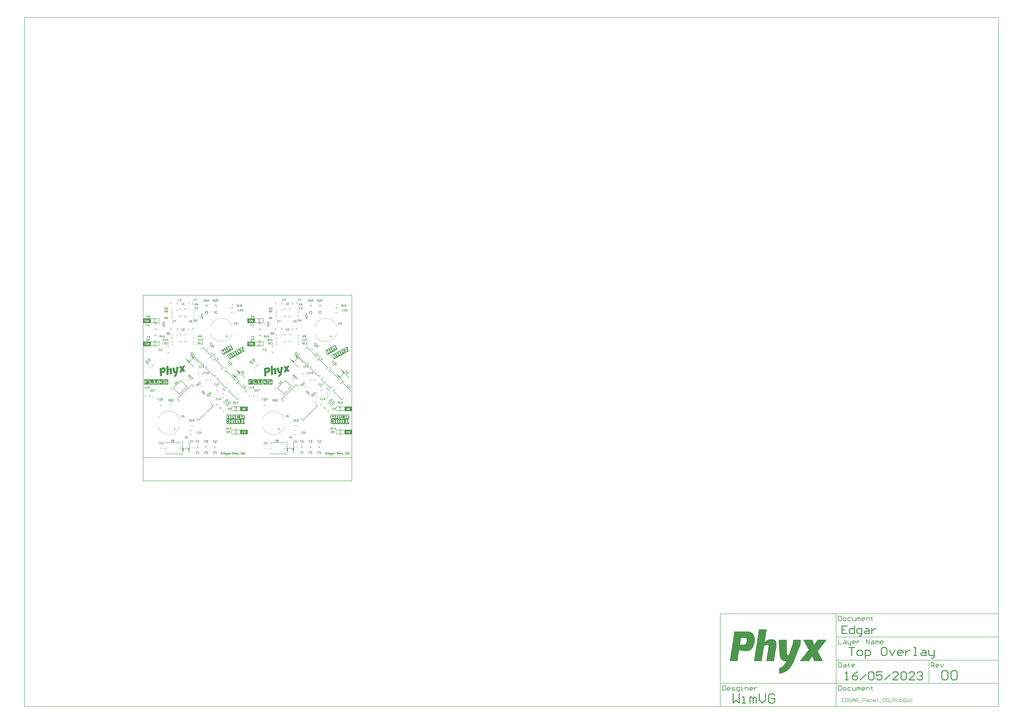
<source format=gto>
G04*
G04 #@! TF.GenerationSoftware,Altium Limited,Altium Designer,23.5.0 (17)*
G04*
G04 Layer_Color=65535*
%FSLAX25Y25*%
%MOIN*%
G70*
G04*
G04 #@! TF.SameCoordinates,B4EA8652-FAED-489D-AB06-0C51CEF096E7*
G04*
G04*
G04 #@! TF.FilePolarity,Positive*
G04*
G01*
G75*
%ADD10C,0.01575*%
%ADD11C,0.00591*%
%ADD13C,0.00984*%
%ADD39C,0.00787*%
%ADD51C,0.00394*%
%ADD52C,0.01181*%
%ADD53C,0.00748*%
%ADD54R,0.13780X0.00984*%
%ADD55R,0.00984X0.06890*%
%ADD56R,0.14764X0.00984*%
%ADD57R,0.01772X0.04331*%
G04:AMPARAMS|DCode=58|XSize=43.31mil|YSize=17.72mil|CornerRadius=0mil|HoleSize=0mil|Usage=FLASHONLY|Rotation=135.000|XOffset=0mil|YOffset=0mil|HoleType=Round|Shape=Rectangle|*
%AMROTATEDRECTD58*
4,1,4,0.02158,-0.00905,0.00905,-0.02158,-0.02158,0.00905,-0.00905,0.02158,0.02158,-0.00905,0.0*
%
%ADD58ROTATEDRECTD58*%

G36*
X190157Y228346D02*
X177165D01*
Y236221D01*
X190157D01*
Y228346D01*
D02*
G37*
G36*
X12992D02*
X-0D01*
Y236221D01*
X12992D01*
Y228346D01*
D02*
G37*
G36*
X190157Y188976D02*
X177165D01*
Y196850D01*
X190157D01*
Y188976D01*
D02*
G37*
G36*
X12992D02*
X-0D01*
Y196850D01*
X12992D01*
Y188976D01*
D02*
G37*
G36*
X325835Y190062D02*
X326577Y190470D01*
X326982Y189733D01*
X327399Y188975D01*
X327813Y188222D01*
X328228Y187468D01*
X328644Y186711D01*
X329059Y185957D01*
X329471Y185208D01*
X329877Y184470D01*
X330287Y183725D01*
X327285Y182073D01*
X326875Y182819D01*
X326117Y182402D01*
X326527Y181657D01*
X323525Y180006D01*
X320523Y178355D01*
X320113Y179100D01*
X320097Y179091D01*
X320507Y178346D01*
X317505Y176695D01*
X317095Y177440D01*
X316338Y177024D01*
X316748Y176278D01*
X313746Y174627D01*
X313336Y175373D01*
X312582Y174958D01*
X312176Y175696D01*
X311764Y176445D01*
X311350Y177199D01*
X310933Y177956D01*
X310519Y178710D01*
X310104Y179463D01*
X309688Y180221D01*
X309282Y180958D01*
X308865Y181716D01*
X311867Y183367D01*
X312284Y182609D01*
X313038Y183024D01*
X312621Y183781D01*
X315639Y185441D01*
X316056Y184684D01*
X316059Y184686D01*
X315643Y185443D01*
X318645Y187094D01*
X321647Y188746D01*
X322064Y187988D01*
X322817Y188402D01*
X322400Y189160D01*
X325418Y190820D01*
X325835Y190062D01*
D02*
G37*
G36*
X148670D02*
X149411Y190470D01*
X149817Y189733D01*
X150234Y188975D01*
X150648Y188222D01*
X151063Y187468D01*
X151479Y186711D01*
X151893Y185957D01*
X152306Y185208D01*
X152711Y184470D01*
X153121Y183725D01*
X150119Y182073D01*
X149709Y182819D01*
X148952Y182402D01*
X149362Y181657D01*
X146360Y180006D01*
X143358Y178355D01*
X142948Y179100D01*
X142932Y179091D01*
X143342Y178346D01*
X140340Y176695D01*
X139930Y177440D01*
X139172Y177024D01*
X139582Y176278D01*
X136580Y174627D01*
X136170Y175373D01*
X135417Y174958D01*
X135011Y175696D01*
X134599Y176445D01*
X134184Y177199D01*
X133768Y177956D01*
X133353Y178710D01*
X132939Y179463D01*
X132522Y180221D01*
X132117Y180958D01*
X131700Y181716D01*
X134702Y183367D01*
X135119Y182609D01*
X135872Y183024D01*
X135456Y183781D01*
X138474Y185441D01*
X138890Y184684D01*
X138894Y184686D01*
X138478Y185443D01*
X141480Y187094D01*
X144482Y188746D01*
X144898Y187988D01*
X145652Y188402D01*
X145235Y189160D01*
X148253Y190820D01*
X148670Y190062D01*
D02*
G37*
G36*
X346465Y187580D02*
X347215Y187993D01*
X347621Y187255D01*
X348037Y186497D01*
X348452Y185744D01*
X346945Y184915D01*
X347359Y184162D01*
X347776Y183404D01*
X348190Y182651D01*
X348602Y181901D01*
X349008Y181164D01*
X349418Y180418D01*
X346416Y178767D01*
X346006Y179513D01*
X345249Y179096D01*
X344843Y179833D01*
X344431Y180583D01*
X344016Y181336D01*
X343600Y182094D01*
X343185Y182847D01*
X342771Y183601D01*
X342001Y183178D01*
X342416Y182424D01*
X342830Y181671D01*
X343247Y180913D01*
X343661Y180160D01*
X344073Y179410D01*
X344479Y178673D01*
X344889Y177927D01*
X341887Y176276D01*
X341477Y177022D01*
X340720Y176605D01*
X341129Y175859D01*
X338127Y174208D01*
X337717Y174954D01*
X337702Y174945D01*
X338111Y174199D01*
X335109Y172548D01*
X334699Y173294D01*
X333942Y172877D01*
X334352Y172132D01*
X331350Y170481D01*
X330940Y171226D01*
X330186Y170812D01*
X330182Y170810D01*
X330592Y170064D01*
X324572Y166753D01*
X324162Y167499D01*
X323409Y167084D01*
X323003Y167822D01*
X322591Y168571D01*
X322177Y169325D01*
X321760Y170082D01*
X321345Y170836D01*
X320931Y171589D01*
X320514Y172347D01*
X320109Y173084D01*
X319692Y173842D01*
X325716Y177155D01*
X326133Y176397D01*
X326882Y176810D01*
X327288Y176072D01*
X327292Y176074D01*
X326886Y176812D01*
X327640Y177226D01*
X327223Y177984D01*
X332494Y180883D01*
X332910Y180125D01*
X333660Y180537D01*
X334066Y179800D01*
X334069Y179802D01*
X333664Y180540D01*
X333247Y181297D01*
X339271Y184610D01*
X339688Y183853D01*
X340437Y184265D01*
X340843Y183527D01*
X340847Y183530D01*
X340441Y184267D01*
X340025Y185025D01*
X346049Y188338D01*
X346465Y187580D01*
D02*
G37*
G36*
X169300D02*
X170050Y187993D01*
X170455Y187255D01*
X170872Y186497D01*
X171286Y185744D01*
X169779Y184915D01*
X170194Y184162D01*
X170610Y183404D01*
X171025Y182651D01*
X171437Y181901D01*
X171843Y181164D01*
X172253Y180418D01*
X169251Y178767D01*
X168841Y179513D01*
X168083Y179096D01*
X167677Y179833D01*
X167265Y180583D01*
X166851Y181336D01*
X166434Y182094D01*
X166020Y182847D01*
X165605Y183601D01*
X164836Y183178D01*
X165250Y182424D01*
X165665Y181671D01*
X166081Y180913D01*
X166496Y180160D01*
X166908Y179410D01*
X167314Y178673D01*
X167724Y177927D01*
X164722Y176276D01*
X164312Y177022D01*
X163554Y176605D01*
X163964Y175859D01*
X160962Y174208D01*
X160552Y174954D01*
X160536Y174945D01*
X160946Y174199D01*
X157944Y172548D01*
X157534Y173294D01*
X156777Y172877D01*
X157187Y172132D01*
X154185Y170481D01*
X153774Y171226D01*
X153021Y170812D01*
X153017Y170810D01*
X153427Y170064D01*
X147407Y166753D01*
X146997Y167499D01*
X146244Y167084D01*
X145838Y167822D01*
X145426Y168571D01*
X145011Y169325D01*
X144595Y170082D01*
X144180Y170836D01*
X143766Y171589D01*
X143349Y172347D01*
X142944Y173084D01*
X142527Y173842D01*
X148551Y177155D01*
X148968Y176397D01*
X149717Y176810D01*
X150123Y176072D01*
X150127Y176074D01*
X149721Y176812D01*
X150475Y177226D01*
X150058Y177984D01*
X155328Y180883D01*
X155745Y180125D01*
X156494Y180537D01*
X156900Y179800D01*
X156904Y179802D01*
X156499Y180540D01*
X156082Y181297D01*
X162106Y184610D01*
X162522Y183853D01*
X163272Y184265D01*
X163678Y183527D01*
X163682Y183530D01*
X163276Y184267D01*
X162859Y185025D01*
X168883Y188338D01*
X169300Y187580D01*
D02*
G37*
G36*
X212341Y153230D02*
X212575Y153276D01*
X212590Y153198D01*
X212825Y153244D01*
X212840Y153165D01*
X213074Y153211D01*
X213090Y153133D01*
X213246Y153163D01*
X213261Y153085D01*
X213339Y153100D01*
X213355Y153022D01*
X213511Y153052D01*
X213526Y152974D01*
X213604Y152989D01*
X213620Y152911D01*
X213776Y152942D01*
X213791Y152863D01*
X213869Y152879D01*
X213884Y152800D01*
X213963Y152816D01*
X213978Y152737D01*
X214056Y152753D01*
X214071Y152674D01*
X214149Y152690D01*
X214165Y152611D01*
X214243Y152627D01*
X214258Y152549D01*
X214336Y152564D01*
X214351Y152486D01*
X214367Y152407D01*
X214445Y152422D01*
X214460Y152344D01*
X214538Y152360D01*
X214553Y152281D01*
X214568Y152203D01*
X214647Y152218D01*
X214662Y152140D01*
X214740Y152155D01*
X214755Y152077D01*
X214770Y151999D01*
X214848Y152014D01*
X214864Y151936D01*
X214879Y151858D01*
X214894Y151780D01*
X214972Y151795D01*
X214987Y151717D01*
X215003Y151639D01*
X215018Y151560D01*
X215096Y151576D01*
X215111Y151497D01*
X215126Y151419D01*
X215142Y151341D01*
X215157Y151263D01*
X215235Y151278D01*
X215250Y151200D01*
X215265Y151122D01*
X215281Y151044D01*
X215296Y150965D01*
X215311Y150887D01*
X215389Y150902D01*
X215404Y150824D01*
X215420Y150746D01*
X215435Y150668D01*
X215450Y150590D01*
X215465Y150512D01*
X215480Y150433D01*
X215495Y150355D01*
X215511Y150277D01*
X215526Y150199D01*
X215541Y150121D01*
X215556Y150043D01*
X215571Y149964D01*
X215587Y149886D01*
X215602Y149808D01*
X215617Y149730D01*
X215632Y149652D01*
X215648Y149574D01*
X215663Y149495D01*
X215678Y149417D01*
X215693Y149339D01*
X215615Y149324D01*
X215630Y149246D01*
X215645Y149167D01*
X215661Y149089D01*
X215676Y149011D01*
X215691Y148933D01*
X215706Y148855D01*
X215721Y148777D01*
X215643Y148761D01*
X215658Y148683D01*
X215673Y148605D01*
X215689Y148527D01*
X215704Y148449D01*
X215719Y148371D01*
X215641Y148355D01*
X215656Y148277D01*
X215671Y148199D01*
X215686Y148121D01*
X215702Y148043D01*
X215717Y147965D01*
X215639Y147949D01*
X215654Y147871D01*
X215669Y147793D01*
X215684Y147715D01*
X215606Y147700D01*
X215621Y147621D01*
X215636Y147543D01*
X215652Y147465D01*
X215667Y147387D01*
X215589Y147372D01*
X215604Y147293D01*
X215619Y147215D01*
X215634Y147137D01*
X215556Y147122D01*
X215571Y147044D01*
X215586Y146966D01*
X215508Y146950D01*
X215524Y146872D01*
X215539Y146794D01*
X215554Y146716D01*
X215476Y146701D01*
X215491Y146623D01*
X215506Y146544D01*
X215428Y146529D01*
X215443Y146451D01*
X215458Y146373D01*
X215380Y146358D01*
X215395Y146280D01*
X215411Y146201D01*
X215332Y146186D01*
X215348Y146108D01*
X215269Y146093D01*
X215285Y146014D01*
X215300Y145936D01*
X215222Y145921D01*
X215237Y145843D01*
X215159Y145828D01*
X215174Y145750D01*
X215096Y145735D01*
X215111Y145656D01*
X215126Y145578D01*
X215048Y145563D01*
X215063Y145485D01*
X214985Y145470D01*
X215000Y145391D01*
X214922Y145376D01*
X214937Y145298D01*
X214859Y145283D01*
X214874Y145205D01*
X214796Y145189D01*
X214811Y145111D01*
X214655Y145081D01*
X214670Y145003D01*
X214592Y144987D01*
X214607Y144909D01*
X214451Y144879D01*
X214466Y144801D01*
X214388Y144786D01*
X214403Y144707D01*
X214247Y144677D01*
X214262Y144599D01*
X214027Y144553D01*
X214042Y144475D01*
X213808Y144430D01*
X213823Y144351D01*
X213589Y144306D01*
X213604Y144228D01*
X213135Y144136D01*
X213150Y144058D01*
X211743Y143785D01*
X211728Y143863D01*
X211024Y143726D01*
X211009Y143804D01*
X210462Y143698D01*
X210447Y143776D01*
X210056Y143700D01*
X210040Y143778D01*
X209650Y143702D01*
X209634Y143781D01*
X209243Y143704D01*
X209259Y143626D01*
X209274Y143548D01*
X209289Y143470D01*
X209304Y143392D01*
X209319Y143314D01*
X209335Y143236D01*
X209350Y143157D01*
X209272Y143142D01*
X209287Y143064D01*
X209302Y142986D01*
X209317Y142908D01*
X209332Y142829D01*
X209348Y142751D01*
X209363Y142673D01*
X209285Y142658D01*
X209300Y142580D01*
X209315Y142501D01*
X209330Y142423D01*
X209346Y142345D01*
X209361Y142267D01*
X209376Y142189D01*
X209298Y142174D01*
X209313Y142095D01*
X209328Y142017D01*
X209343Y141939D01*
X209359Y141861D01*
X209374Y141783D01*
X209389Y141705D01*
X209404Y141627D01*
X209326Y141611D01*
X209341Y141533D01*
X209356Y141455D01*
X209371Y141377D01*
X209387Y141298D01*
X209402Y141220D01*
X209417Y141142D01*
X209339Y141127D01*
X209354Y141049D01*
X209369Y140971D01*
X209384Y140893D01*
X209400Y140814D01*
X209415Y140736D01*
X209430Y140658D01*
X209352Y140643D01*
X209367Y140565D01*
X209382Y140487D01*
X209398Y140408D01*
X209413Y140330D01*
X209428Y140252D01*
X209443Y140174D01*
X209458Y140096D01*
X209380Y140080D01*
X209395Y140002D01*
X209411Y139924D01*
X209426Y139846D01*
X209441Y139768D01*
X209456Y139690D01*
X209471Y139611D01*
X209393Y139596D01*
X209408Y139518D01*
X209423Y139440D01*
X209439Y139362D01*
X209454Y139283D01*
X209469Y139205D01*
X209484Y139127D01*
X209406Y139112D01*
X209421Y139034D01*
X209436Y138955D01*
X209452Y138877D01*
X209467Y138799D01*
X209482Y138721D01*
X209497Y138643D01*
X209512Y138565D01*
X205838Y137850D01*
X205823Y137929D01*
X205901Y137944D01*
X205886Y138022D01*
X205871Y138100D01*
X205856Y138178D01*
X205840Y138257D01*
X205825Y138335D01*
X205904Y138350D01*
X205888Y138428D01*
X205873Y138506D01*
X205858Y138584D01*
X205843Y138663D01*
X205827Y138741D01*
X205812Y138819D01*
X205797Y138897D01*
X205875Y138912D01*
X205860Y138990D01*
X205845Y139069D01*
X205830Y139147D01*
X205815Y139225D01*
X205799Y139303D01*
X205784Y139381D01*
X205862Y139397D01*
X205847Y139475D01*
X205832Y139553D01*
X205817Y139631D01*
X205802Y139709D01*
X205786Y139787D01*
X205771Y139866D01*
X205849Y139881D01*
X205834Y139959D01*
X205819Y140037D01*
X205804Y140115D01*
X205788Y140193D01*
X205773Y140272D01*
X205758Y140350D01*
X205743Y140428D01*
X205821Y140443D01*
X205806Y140521D01*
X205791Y140600D01*
X205775Y140678D01*
X205760Y140756D01*
X205745Y140834D01*
X205730Y140912D01*
X205808Y140928D01*
X205793Y141006D01*
X205778Y141084D01*
X205763Y141162D01*
X205747Y141240D01*
X205732Y141318D01*
X205717Y141396D01*
X205795Y141412D01*
X205780Y141490D01*
X205765Y141568D01*
X205750Y141646D01*
X205734Y141724D01*
X205719Y141803D01*
X205704Y141881D01*
X205782Y141896D01*
X205767Y141974D01*
X205752Y142052D01*
X205737Y142130D01*
X205721Y142209D01*
X205706Y142287D01*
X205691Y142365D01*
X205676Y142443D01*
X205754Y142458D01*
X205739Y142536D01*
X205724Y142615D01*
X205708Y142693D01*
X205693Y142771D01*
X205678Y142849D01*
X205663Y142927D01*
X205741Y142943D01*
X205726Y143021D01*
X205711Y143099D01*
X205695Y143177D01*
X205680Y143255D01*
X205665Y143333D01*
X205650Y143412D01*
X205728Y143427D01*
X205713Y143505D01*
X205698Y143583D01*
X205682Y143661D01*
X205667Y143739D01*
X205652Y143818D01*
X205637Y143896D01*
X205715Y143911D01*
X205700Y143989D01*
X205684Y144067D01*
X205669Y144146D01*
X205654Y144224D01*
X205639Y144302D01*
X205624Y144380D01*
X205609Y144458D01*
X205687Y144473D01*
X205672Y144552D01*
X205656Y144630D01*
X205641Y144708D01*
X205626Y144786D01*
X205611Y144864D01*
X205596Y144942D01*
X205674Y144958D01*
X205659Y145036D01*
X205643Y145114D01*
X205628Y145192D01*
X205613Y145270D01*
X205598Y145349D01*
X205583Y145427D01*
X205661Y145442D01*
X205646Y145520D01*
X205630Y145598D01*
X205615Y145676D01*
X205600Y145755D01*
X205585Y145833D01*
X205570Y145911D01*
X205554Y145989D01*
X205633Y146004D01*
X205617Y146082D01*
X205602Y146161D01*
X205587Y146239D01*
X205572Y146317D01*
X205557Y146395D01*
X205541Y146473D01*
X205620Y146489D01*
X205604Y146567D01*
X205589Y146645D01*
X205574Y146723D01*
X205559Y146801D01*
X205544Y146879D01*
X205528Y146958D01*
X205607Y146973D01*
X205591Y147051D01*
X205576Y147129D01*
X205561Y147207D01*
X205546Y147285D01*
X205531Y147364D01*
X205515Y147442D01*
X205594Y147457D01*
X205578Y147535D01*
X205563Y147613D01*
X205548Y147692D01*
X205533Y147770D01*
X205518Y147848D01*
X205502Y147926D01*
X205487Y148004D01*
X205565Y148019D01*
X205550Y148098D01*
X205535Y148176D01*
X205520Y148254D01*
X205505Y148332D01*
X205489Y148410D01*
X205474Y148488D01*
X205552Y148504D01*
X205537Y148582D01*
X205522Y148660D01*
X205507Y148738D01*
X205492Y148816D01*
X205476Y148895D01*
X205461Y148973D01*
X205539Y148988D01*
X205524Y149066D01*
X205509Y149144D01*
X205494Y149222D01*
X205479Y149301D01*
X205463Y149379D01*
X205448Y149457D01*
X205433Y149535D01*
X205511Y149550D01*
X205496Y149628D01*
X205481Y149707D01*
X205466Y149785D01*
X205450Y149863D01*
X205435Y149941D01*
X205420Y150019D01*
X205498Y150034D01*
X205483Y150113D01*
X205468Y150191D01*
X205453Y150269D01*
X205437Y150347D01*
X205422Y150425D01*
X205407Y150504D01*
X205485Y150519D01*
X205470Y150597D01*
X205455Y150675D01*
X205440Y150753D01*
X205424Y150831D01*
X205409Y150910D01*
X205394Y150988D01*
X205379Y151066D01*
X205457Y151081D01*
X205442Y151159D01*
X205427Y151237D01*
X205411Y151316D01*
X205396Y151394D01*
X205381Y151472D01*
X205366Y151550D01*
X205444Y151565D01*
X205429Y151644D01*
X205414Y151722D01*
X205398Y151800D01*
X205383Y151878D01*
X205368Y151956D01*
X205353Y152034D01*
X211841Y153296D01*
X211856Y153217D01*
X212325Y153309D01*
X212341Y153230D01*
D02*
G37*
G36*
X35175D02*
X35410Y153276D01*
X35425Y153198D01*
X35660Y153244D01*
X35675Y153165D01*
X35909Y153211D01*
X35924Y153133D01*
X36081Y153163D01*
X36096Y153085D01*
X36174Y153100D01*
X36189Y153022D01*
X36346Y153052D01*
X36361Y152974D01*
X36439Y152989D01*
X36454Y152911D01*
X36611Y152942D01*
X36626Y152863D01*
X36704Y152879D01*
X36719Y152800D01*
X36797Y152816D01*
X36812Y152737D01*
X36891Y152753D01*
X36906Y152674D01*
X36984Y152690D01*
X36999Y152611D01*
X37077Y152627D01*
X37093Y152549D01*
X37171Y152564D01*
X37186Y152486D01*
X37201Y152407D01*
X37279Y152422D01*
X37295Y152344D01*
X37373Y152360D01*
X37388Y152281D01*
X37403Y152203D01*
X37481Y152218D01*
X37496Y152140D01*
X37575Y152155D01*
X37590Y152077D01*
X37605Y151999D01*
X37683Y152014D01*
X37698Y151936D01*
X37714Y151858D01*
X37729Y151780D01*
X37807Y151795D01*
X37822Y151717D01*
X37837Y151639D01*
X37852Y151560D01*
X37931Y151576D01*
X37946Y151497D01*
X37961Y151419D01*
X37976Y151341D01*
X37991Y151263D01*
X38070Y151278D01*
X38085Y151200D01*
X38100Y151122D01*
X38115Y151044D01*
X38130Y150965D01*
X38146Y150887D01*
X38224Y150902D01*
X38239Y150824D01*
X38254Y150746D01*
X38269Y150668D01*
X38285Y150590D01*
X38300Y150512D01*
X38315Y150433D01*
X38330Y150355D01*
X38345Y150277D01*
X38361Y150199D01*
X38376Y150121D01*
X38391Y150043D01*
X38406Y149964D01*
X38421Y149886D01*
X38436Y149808D01*
X38452Y149730D01*
X38467Y149652D01*
X38482Y149574D01*
X38497Y149495D01*
X38513Y149417D01*
X38528Y149339D01*
X38449Y149324D01*
X38465Y149246D01*
X38480Y149167D01*
X38495Y149089D01*
X38510Y149011D01*
X38526Y148933D01*
X38541Y148855D01*
X38556Y148777D01*
X38478Y148761D01*
X38493Y148683D01*
X38508Y148605D01*
X38523Y148527D01*
X38539Y148449D01*
X38554Y148371D01*
X38475Y148355D01*
X38491Y148277D01*
X38506Y148199D01*
X38521Y148121D01*
X38536Y148043D01*
X38552Y147965D01*
X38473Y147949D01*
X38489Y147871D01*
X38504Y147793D01*
X38519Y147715D01*
X38441Y147700D01*
X38456Y147621D01*
X38471Y147543D01*
X38486Y147465D01*
X38502Y147387D01*
X38423Y147372D01*
X38438Y147293D01*
X38454Y147215D01*
X38469Y147137D01*
X38391Y147122D01*
X38406Y147044D01*
X38421Y146966D01*
X38343Y146950D01*
X38358Y146872D01*
X38373Y146794D01*
X38389Y146716D01*
X38310Y146701D01*
X38326Y146623D01*
X38341Y146544D01*
X38263Y146529D01*
X38278Y146451D01*
X38293Y146373D01*
X38215Y146358D01*
X38230Y146280D01*
X38245Y146201D01*
X38167Y146186D01*
X38182Y146108D01*
X38104Y146093D01*
X38119Y146014D01*
X38134Y145936D01*
X38056Y145921D01*
X38072Y145843D01*
X37993Y145828D01*
X38008Y145750D01*
X37930Y145735D01*
X37946Y145656D01*
X37961Y145578D01*
X37883Y145563D01*
X37898Y145485D01*
X37820Y145470D01*
X37835Y145391D01*
X37757Y145376D01*
X37772Y145298D01*
X37694Y145283D01*
X37709Y145205D01*
X37631Y145189D01*
X37646Y145111D01*
X37490Y145081D01*
X37505Y145003D01*
X37426Y144987D01*
X37442Y144909D01*
X37285Y144879D01*
X37301Y144801D01*
X37222Y144786D01*
X37238Y144707D01*
X37081Y144677D01*
X37096Y144599D01*
X36862Y144553D01*
X36877Y144475D01*
X36643Y144430D01*
X36658Y144351D01*
X36423Y144306D01*
X36439Y144228D01*
X35969Y144136D01*
X35985Y144058D01*
X34578Y143785D01*
X34562Y143863D01*
X33859Y143726D01*
X33843Y143804D01*
X33296Y143698D01*
X33281Y143776D01*
X32890Y143700D01*
X32875Y143778D01*
X32484Y143702D01*
X32469Y143781D01*
X32078Y143704D01*
X32093Y143626D01*
X32109Y143548D01*
X32124Y143470D01*
X32139Y143392D01*
X32154Y143314D01*
X32169Y143236D01*
X32184Y143157D01*
X32106Y143142D01*
X32122Y143064D01*
X32137Y142986D01*
X32152Y142908D01*
X32167Y142829D01*
X32182Y142751D01*
X32197Y142673D01*
X32119Y142658D01*
X32135Y142580D01*
X32150Y142501D01*
X32165Y142423D01*
X32180Y142345D01*
X32195Y142267D01*
X32210Y142189D01*
X32132Y142174D01*
X32148Y142095D01*
X32163Y142017D01*
X32178Y141939D01*
X32193Y141861D01*
X32208Y141783D01*
X32223Y141705D01*
X32239Y141627D01*
X32161Y141611D01*
X32176Y141533D01*
X32191Y141455D01*
X32206Y141377D01*
X32221Y141298D01*
X32236Y141220D01*
X32252Y141142D01*
X32173Y141127D01*
X32189Y141049D01*
X32204Y140971D01*
X32219Y140893D01*
X32234Y140814D01*
X32250Y140736D01*
X32265Y140658D01*
X32187Y140643D01*
X32202Y140565D01*
X32217Y140487D01*
X32232Y140408D01*
X32247Y140330D01*
X32263Y140252D01*
X32278Y140174D01*
X32293Y140096D01*
X32215Y140080D01*
X32230Y140002D01*
X32245Y139924D01*
X32260Y139846D01*
X32276Y139768D01*
X32291Y139690D01*
X32306Y139611D01*
X32228Y139596D01*
X32243Y139518D01*
X32258Y139440D01*
X32273Y139362D01*
X32289Y139283D01*
X32304Y139205D01*
X32319Y139127D01*
X32241Y139112D01*
X32256Y139034D01*
X32271Y138955D01*
X32286Y138877D01*
X32302Y138799D01*
X32317Y138721D01*
X32332Y138643D01*
X32347Y138565D01*
X28673Y137850D01*
X28658Y137929D01*
X28736Y137944D01*
X28721Y138022D01*
X28706Y138100D01*
X28690Y138178D01*
X28675Y138257D01*
X28660Y138335D01*
X28738Y138350D01*
X28723Y138428D01*
X28708Y138506D01*
X28693Y138584D01*
X28677Y138663D01*
X28662Y138741D01*
X28647Y138819D01*
X28632Y138897D01*
X28710Y138912D01*
X28695Y138990D01*
X28680Y139069D01*
X28664Y139147D01*
X28649Y139225D01*
X28634Y139303D01*
X28619Y139381D01*
X28697Y139397D01*
X28682Y139475D01*
X28667Y139553D01*
X28651Y139631D01*
X28636Y139709D01*
X28621Y139787D01*
X28606Y139866D01*
X28684Y139881D01*
X28669Y139959D01*
X28654Y140037D01*
X28638Y140115D01*
X28623Y140193D01*
X28608Y140272D01*
X28593Y140350D01*
X28578Y140428D01*
X28656Y140443D01*
X28641Y140521D01*
X28625Y140600D01*
X28610Y140678D01*
X28595Y140756D01*
X28580Y140834D01*
X28565Y140912D01*
X28643Y140928D01*
X28628Y141006D01*
X28612Y141084D01*
X28597Y141162D01*
X28582Y141240D01*
X28567Y141318D01*
X28552Y141396D01*
X28630Y141412D01*
X28615Y141490D01*
X28599Y141568D01*
X28584Y141646D01*
X28569Y141724D01*
X28554Y141803D01*
X28539Y141881D01*
X28617Y141896D01*
X28602Y141974D01*
X28586Y142052D01*
X28571Y142130D01*
X28556Y142209D01*
X28541Y142287D01*
X28526Y142365D01*
X28510Y142443D01*
X28589Y142458D01*
X28573Y142536D01*
X28558Y142615D01*
X28543Y142693D01*
X28528Y142771D01*
X28513Y142849D01*
X28497Y142927D01*
X28576Y142943D01*
X28560Y143021D01*
X28545Y143099D01*
X28530Y143177D01*
X28515Y143255D01*
X28500Y143333D01*
X28484Y143412D01*
X28563Y143427D01*
X28547Y143505D01*
X28532Y143583D01*
X28517Y143661D01*
X28502Y143739D01*
X28487Y143818D01*
X28471Y143896D01*
X28550Y143911D01*
X28534Y143989D01*
X28519Y144067D01*
X28504Y144146D01*
X28489Y144224D01*
X28474Y144302D01*
X28458Y144380D01*
X28443Y144458D01*
X28521Y144473D01*
X28506Y144552D01*
X28491Y144630D01*
X28476Y144708D01*
X28461Y144786D01*
X28445Y144864D01*
X28430Y144942D01*
X28508Y144958D01*
X28493Y145036D01*
X28478Y145114D01*
X28463Y145192D01*
X28448Y145270D01*
X28432Y145349D01*
X28417Y145427D01*
X28495Y145442D01*
X28480Y145520D01*
X28465Y145598D01*
X28450Y145676D01*
X28435Y145755D01*
X28419Y145833D01*
X28404Y145911D01*
X28389Y145989D01*
X28467Y146004D01*
X28452Y146082D01*
X28437Y146161D01*
X28422Y146239D01*
X28406Y146317D01*
X28391Y146395D01*
X28376Y146473D01*
X28454Y146489D01*
X28439Y146567D01*
X28424Y146645D01*
X28409Y146723D01*
X28393Y146801D01*
X28378Y146879D01*
X28363Y146958D01*
X28441Y146973D01*
X28426Y147051D01*
X28411Y147129D01*
X28396Y147207D01*
X28380Y147285D01*
X28365Y147364D01*
X28350Y147442D01*
X28428Y147457D01*
X28413Y147535D01*
X28398Y147613D01*
X28383Y147692D01*
X28367Y147770D01*
X28352Y147848D01*
X28337Y147926D01*
X28322Y148004D01*
X28400Y148019D01*
X28385Y148098D01*
X28370Y148176D01*
X28354Y148254D01*
X28339Y148332D01*
X28324Y148410D01*
X28309Y148488D01*
X28387Y148504D01*
X28372Y148582D01*
X28357Y148660D01*
X28341Y148738D01*
X28326Y148816D01*
X28311Y148895D01*
X28296Y148973D01*
X28374Y148988D01*
X28359Y149066D01*
X28344Y149144D01*
X28328Y149222D01*
X28313Y149301D01*
X28298Y149379D01*
X28283Y149457D01*
X28268Y149535D01*
X28346Y149550D01*
X28331Y149628D01*
X28315Y149707D01*
X28300Y149785D01*
X28285Y149863D01*
X28270Y149941D01*
X28255Y150019D01*
X28333Y150034D01*
X28318Y150113D01*
X28302Y150191D01*
X28287Y150269D01*
X28272Y150347D01*
X28257Y150425D01*
X28242Y150504D01*
X28320Y150519D01*
X28305Y150597D01*
X28289Y150675D01*
X28274Y150753D01*
X28259Y150831D01*
X28244Y150910D01*
X28229Y150988D01*
X28213Y151066D01*
X28292Y151081D01*
X28276Y151159D01*
X28261Y151237D01*
X28246Y151316D01*
X28231Y151394D01*
X28216Y151472D01*
X28201Y151550D01*
X28279Y151565D01*
X28263Y151644D01*
X28248Y151722D01*
X28233Y151800D01*
X28218Y151878D01*
X28203Y151956D01*
X28188Y152034D01*
X34676Y153296D01*
X34691Y153217D01*
X35160Y153309D01*
X35175Y153230D01*
D02*
G37*
G36*
X248951Y156453D02*
X248873Y156438D01*
X248888Y156359D01*
X248810Y156344D01*
X248825Y156266D01*
X248840Y156188D01*
X248762Y156173D01*
X248778Y156095D01*
X248699Y156079D01*
X248715Y156001D01*
X248636Y155986D01*
X248652Y155908D01*
X248667Y155830D01*
X248589Y155814D01*
X248604Y155736D01*
X248526Y155721D01*
X248541Y155643D01*
X248463Y155628D01*
X248478Y155550D01*
X248400Y155534D01*
X248415Y155456D01*
X248430Y155378D01*
X248352Y155363D01*
X248367Y155285D01*
X248289Y155269D01*
X248304Y155191D01*
X248226Y155176D01*
X248241Y155098D01*
X248256Y155020D01*
X248178Y155005D01*
X248193Y154926D01*
X248115Y154911D01*
X248130Y154833D01*
X248052Y154818D01*
X248067Y154740D01*
X247989Y154724D01*
X248005Y154646D01*
X248020Y154568D01*
X247941Y154553D01*
X247957Y154475D01*
X247879Y154459D01*
X247894Y154381D01*
X247815Y154366D01*
X247831Y154288D01*
X247846Y154210D01*
X247768Y154195D01*
X247783Y154116D01*
X247705Y154101D01*
X247720Y154023D01*
X247642Y154008D01*
X247657Y153930D01*
X247672Y153851D01*
X247594Y153836D01*
X247609Y153758D01*
X247531Y153743D01*
X247546Y153665D01*
X247468Y153649D01*
X247483Y153571D01*
X247405Y153556D01*
X247420Y153478D01*
X247435Y153400D01*
X247357Y153385D01*
X247372Y153306D01*
X247294Y153291D01*
X247309Y153213D01*
X247231Y153198D01*
X247247Y153120D01*
X247262Y153042D01*
X247183Y153026D01*
X247199Y152948D01*
X247121Y152933D01*
X247136Y152855D01*
X247058Y152840D01*
X247073Y152761D01*
X247088Y152683D01*
X247010Y152668D01*
X247025Y152590D01*
X246947Y152575D01*
X246962Y152497D01*
X246884Y152481D01*
X246899Y152403D01*
X246821Y152388D01*
X246836Y152310D01*
X246851Y152232D01*
X246773Y152216D01*
X246788Y152138D01*
X246710Y152123D01*
X246725Y152045D01*
X246647Y152030D01*
X246662Y151952D01*
X246677Y151873D01*
X246599Y151858D01*
X246615Y151780D01*
X246536Y151765D01*
X246552Y151687D01*
X246473Y151671D01*
X246489Y151593D01*
X246504Y151515D01*
X246426Y151500D01*
X246441Y151422D01*
X246363Y151407D01*
X246378Y151328D01*
X246300Y151313D01*
X246315Y151235D01*
X246237Y151220D01*
X246252Y151142D01*
X246267Y151063D01*
X246189Y151048D01*
X246204Y150970D01*
X246126Y150955D01*
X246141Y150877D01*
X246063Y150862D01*
X246078Y150783D01*
X246093Y150705D01*
X246015Y150690D01*
X246030Y150612D01*
X245952Y150597D01*
X245967Y150518D01*
X245889Y150503D01*
X245904Y150425D01*
X245826Y150410D01*
X245841Y150332D01*
X245857Y150253D01*
X245935Y150269D01*
X245950Y150190D01*
X245965Y150112D01*
X246043Y150127D01*
X246059Y150049D01*
X246074Y149971D01*
X246152Y149986D01*
X246167Y149908D01*
X246245Y149923D01*
X246260Y149845D01*
X246276Y149767D01*
X246354Y149782D01*
X246369Y149704D01*
X246384Y149626D01*
X246462Y149641D01*
X246478Y149563D01*
X246493Y149485D01*
X246571Y149500D01*
X246586Y149422D01*
X246601Y149344D01*
X246679Y149359D01*
X246695Y149281D01*
X246710Y149203D01*
X246788Y149218D01*
X246803Y149139D01*
X246818Y149061D01*
X246897Y149076D01*
X246912Y148998D01*
X246927Y148920D01*
X247005Y148935D01*
X247020Y148857D01*
X247036Y148779D01*
X247114Y148794D01*
X247129Y148716D01*
X247207Y148731D01*
X247222Y148653D01*
X247238Y148575D01*
X247316Y148590D01*
X247331Y148512D01*
X247346Y148434D01*
X247424Y148449D01*
X247440Y148371D01*
X247455Y148293D01*
X247533Y148308D01*
X247548Y148230D01*
X247563Y148151D01*
X247641Y148167D01*
X247657Y148089D01*
X247672Y148010D01*
X247750Y148026D01*
X247765Y147947D01*
X247780Y147869D01*
X247859Y147884D01*
X247874Y147806D01*
X247889Y147728D01*
X247967Y147743D01*
X247982Y147665D01*
X248060Y147680D01*
X248076Y147602D01*
X248091Y147524D01*
X248169Y147539D01*
X248184Y147461D01*
X248199Y147383D01*
X248278Y147398D01*
X248293Y147320D01*
X248308Y147242D01*
X248386Y147257D01*
X248401Y147179D01*
X248416Y147100D01*
X248495Y147116D01*
X248510Y147037D01*
X248525Y146959D01*
X248603Y146975D01*
X248619Y146896D01*
X248634Y146818D01*
X248712Y146833D01*
X248727Y146755D01*
X248742Y146677D01*
X248820Y146692D01*
X248836Y146614D01*
X248914Y146629D01*
X248929Y146551D01*
X248944Y146473D01*
X249022Y146488D01*
X249038Y146410D01*
X249053Y146332D01*
X249131Y146347D01*
X249146Y146269D01*
X245003Y145463D01*
X244988Y145542D01*
X244910Y145526D01*
X244894Y145605D01*
X244879Y145683D01*
X244864Y145761D01*
X244786Y145746D01*
X244771Y145824D01*
X244755Y145902D01*
X244740Y145980D01*
X244662Y145965D01*
X244647Y146043D01*
X244632Y146121D01*
X244553Y146106D01*
X244538Y146184D01*
X244523Y146263D01*
X244508Y146341D01*
X244430Y146326D01*
X244415Y146404D01*
X244399Y146482D01*
X244384Y146560D01*
X244306Y146545D01*
X244291Y146623D01*
X244276Y146701D01*
X244197Y146686D01*
X244182Y146764D01*
X244167Y146842D01*
X244152Y146920D01*
X244074Y146905D01*
X244058Y146983D01*
X244043Y147062D01*
X244028Y147140D01*
X243950Y147125D01*
X243935Y147203D01*
X243919Y147281D01*
X243904Y147359D01*
X243826Y147344D01*
X243811Y147422D01*
X243655Y147392D01*
X243670Y147313D01*
X243685Y147235D01*
X243607Y147220D01*
X243622Y147142D01*
X243544Y147127D01*
X243559Y147049D01*
X243574Y146970D01*
X243496Y146955D01*
X243511Y146877D01*
X243433Y146862D01*
X243448Y146784D01*
X243463Y146705D01*
X243385Y146690D01*
X243401Y146612D01*
X243322Y146597D01*
X243338Y146519D01*
X243353Y146441D01*
X243274Y146425D01*
X243290Y146347D01*
X243212Y146332D01*
X243227Y146254D01*
X243149Y146239D01*
X243164Y146160D01*
X243179Y146082D01*
X243101Y146067D01*
X243116Y145989D01*
X243038Y145974D01*
X243053Y145896D01*
X243068Y145817D01*
X242990Y145802D01*
X243005Y145724D01*
X242927Y145709D01*
X242942Y145631D01*
X242957Y145553D01*
X242879Y145537D01*
X242895Y145459D01*
X242816Y145444D01*
X242831Y145366D01*
X242847Y145288D01*
X242769Y145272D01*
X242784Y145194D01*
X242705Y145179D01*
X242721Y145101D01*
X242736Y145023D01*
X238358Y144172D01*
X238343Y144250D01*
X238421Y144265D01*
X238406Y144343D01*
X238484Y144359D01*
X238469Y144437D01*
X238547Y144452D01*
X238532Y144530D01*
X238610Y144545D01*
X238595Y144623D01*
X238580Y144702D01*
X238658Y144717D01*
X238643Y144795D01*
X238721Y144810D01*
X238706Y144888D01*
X238784Y144904D01*
X238769Y144982D01*
X238847Y144997D01*
X238832Y145075D01*
X238816Y145153D01*
X238895Y145168D01*
X238879Y145247D01*
X238958Y145262D01*
X238942Y145340D01*
X239021Y145355D01*
X239005Y145433D01*
X238990Y145511D01*
X239068Y145527D01*
X239053Y145605D01*
X239131Y145620D01*
X239116Y145698D01*
X239194Y145713D01*
X239179Y145792D01*
X239257Y145807D01*
X239242Y145885D01*
X239227Y145963D01*
X239305Y145978D01*
X239290Y146056D01*
X239368Y146072D01*
X239353Y146150D01*
X239431Y146165D01*
X239416Y146243D01*
X239494Y146258D01*
X239479Y146337D01*
X239464Y146415D01*
X239542Y146430D01*
X239527Y146508D01*
X239605Y146523D01*
X239590Y146601D01*
X239668Y146617D01*
X239653Y146695D01*
X239637Y146773D01*
X239716Y146788D01*
X239700Y146866D01*
X239779Y146882D01*
X239763Y146960D01*
X239842Y146975D01*
X239826Y147053D01*
X239904Y147068D01*
X239889Y147146D01*
X239874Y147225D01*
X239952Y147240D01*
X239937Y147318D01*
X240015Y147333D01*
X240000Y147411D01*
X240078Y147427D01*
X240063Y147505D01*
X240048Y147583D01*
X240126Y147598D01*
X240111Y147676D01*
X240189Y147692D01*
X240174Y147770D01*
X240252Y147785D01*
X240237Y147863D01*
X240315Y147878D01*
X240300Y147957D01*
X240285Y148035D01*
X240363Y148050D01*
X240348Y148128D01*
X240426Y148143D01*
X240410Y148221D01*
X240489Y148237D01*
X240474Y148315D01*
X240458Y148393D01*
X240536Y148408D01*
X240521Y148486D01*
X240599Y148502D01*
X240584Y148580D01*
X240662Y148595D01*
X240647Y148673D01*
X240725Y148688D01*
X240710Y148766D01*
X240695Y148845D01*
X240773Y148860D01*
X240758Y148938D01*
X240836Y148953D01*
X240821Y149031D01*
X240899Y149047D01*
X240884Y149125D01*
X240962Y149140D01*
X240947Y149218D01*
X240932Y149296D01*
X241010Y149311D01*
X240995Y149390D01*
X241073Y149405D01*
X241058Y149483D01*
X241136Y149498D01*
X241121Y149576D01*
X241106Y149654D01*
X241184Y149670D01*
X241168Y149748D01*
X241247Y149763D01*
X241231Y149841D01*
X241310Y149856D01*
X241294Y149935D01*
X241373Y149950D01*
X241357Y150028D01*
X241342Y150106D01*
X241420Y150121D01*
X241405Y150199D01*
X241390Y150278D01*
X241375Y150356D01*
X241297Y150341D01*
X241281Y150419D01*
X241203Y150404D01*
X241188Y150482D01*
X241173Y150560D01*
X241095Y150545D01*
X241079Y150623D01*
X241064Y150701D01*
X240986Y150686D01*
X240971Y150764D01*
X240956Y150842D01*
X240878Y150827D01*
X240862Y150905D01*
X240847Y150983D01*
X240769Y150968D01*
X240754Y151046D01*
X240739Y151125D01*
X240660Y151109D01*
X240645Y151188D01*
X240630Y151266D01*
X240552Y151251D01*
X240537Y151329D01*
X240458Y151313D01*
X240443Y151392D01*
X240428Y151470D01*
X240350Y151455D01*
X240335Y151533D01*
X240319Y151611D01*
X240241Y151596D01*
X240226Y151674D01*
X240211Y151752D01*
X240133Y151737D01*
X240118Y151815D01*
X240102Y151893D01*
X240024Y151878D01*
X240009Y151956D01*
X239994Y152034D01*
X239916Y152019D01*
X239900Y152097D01*
X239885Y152176D01*
X239807Y152160D01*
X239792Y152239D01*
X239714Y152223D01*
X239699Y152302D01*
X239683Y152380D01*
X239605Y152365D01*
X239590Y152443D01*
X239575Y152521D01*
X239497Y152506D01*
X239481Y152584D01*
X239466Y152662D01*
X239388Y152647D01*
X239373Y152725D01*
X239358Y152803D01*
X239280Y152788D01*
X239264Y152866D01*
X239249Y152944D01*
X239171Y152929D01*
X239156Y153007D01*
X239141Y153085D01*
X239062Y153070D01*
X239047Y153148D01*
X239032Y153227D01*
X238954Y153211D01*
X238939Y153290D01*
X238860Y153274D01*
X238845Y153353D01*
X238830Y153431D01*
X238752Y153416D01*
X238737Y153494D01*
X238721Y153572D01*
X238643Y153557D01*
X238628Y153635D01*
X238613Y153713D01*
X238535Y153698D01*
X238520Y153776D01*
X238504Y153854D01*
X238426Y153839D01*
X238411Y153917D01*
X238396Y153995D01*
X238318Y153980D01*
X238302Y154058D01*
X238287Y154137D01*
X238209Y154121D01*
X238194Y154200D01*
X238116Y154184D01*
X238101Y154262D01*
X238085Y154341D01*
X238007Y154325D01*
X237992Y154404D01*
X242291Y155239D01*
X242307Y155161D01*
X242385Y155176D01*
X242400Y155098D01*
X242415Y155020D01*
X242430Y154942D01*
X242509Y154957D01*
X242524Y154879D01*
X242539Y154801D01*
X242554Y154722D01*
X242632Y154738D01*
X242648Y154659D01*
X242663Y154581D01*
X242678Y154503D01*
X242756Y154518D01*
X242771Y154440D01*
X242787Y154362D01*
X242802Y154284D01*
X242880Y154299D01*
X242895Y154221D01*
X242910Y154143D01*
X242925Y154065D01*
X243004Y154080D01*
X243019Y154002D01*
X243034Y153923D01*
X243049Y153845D01*
X243127Y153860D01*
X243143Y153782D01*
X243158Y153704D01*
X243173Y153626D01*
X243251Y153641D01*
X243266Y153563D01*
X243282Y153485D01*
X243297Y153407D01*
X243375Y153422D01*
X243390Y153344D01*
X243405Y153266D01*
X243421Y153187D01*
X243436Y153109D01*
X243592Y153139D01*
X243577Y153218D01*
X243655Y153233D01*
X243640Y153311D01*
X243718Y153326D01*
X243703Y153404D01*
X243688Y153483D01*
X243766Y153498D01*
X243751Y153576D01*
X243829Y153591D01*
X243813Y153669D01*
X243798Y153747D01*
X243877Y153763D01*
X243861Y153841D01*
X243939Y153856D01*
X243924Y153934D01*
X243909Y154012D01*
X243987Y154027D01*
X243972Y154106D01*
X244050Y154121D01*
X244035Y154199D01*
X244020Y154277D01*
X244098Y154293D01*
X244083Y154371D01*
X244161Y154386D01*
X244146Y154464D01*
X244131Y154542D01*
X244209Y154557D01*
X244194Y154636D01*
X244272Y154651D01*
X244256Y154729D01*
X244241Y154807D01*
X244320Y154822D01*
X244304Y154901D01*
X244383Y154916D01*
X244367Y154994D01*
X244352Y155072D01*
X244430Y155087D01*
X244415Y155165D01*
X244493Y155181D01*
X244478Y155259D01*
X244463Y155337D01*
X244541Y155352D01*
X244526Y155430D01*
X244604Y155446D01*
X244589Y155524D01*
X244574Y155602D01*
X244652Y155617D01*
X244637Y155695D01*
X248936Y156531D01*
X248951Y156453D01*
D02*
G37*
G36*
X71786D02*
X71708Y156438D01*
X71723Y156359D01*
X71645Y156344D01*
X71660Y156266D01*
X71675Y156188D01*
X71597Y156173D01*
X71612Y156095D01*
X71534Y156079D01*
X71549Y156001D01*
X71471Y155986D01*
X71486Y155908D01*
X71501Y155830D01*
X71423Y155814D01*
X71438Y155736D01*
X71360Y155721D01*
X71376Y155643D01*
X71297Y155628D01*
X71312Y155550D01*
X71234Y155534D01*
X71250Y155456D01*
X71265Y155378D01*
X71187Y155363D01*
X71202Y155285D01*
X71124Y155269D01*
X71139Y155191D01*
X71061Y155176D01*
X71076Y155098D01*
X71091Y155020D01*
X71013Y155005D01*
X71028Y154926D01*
X70950Y154911D01*
X70965Y154833D01*
X70887Y154818D01*
X70902Y154740D01*
X70824Y154724D01*
X70839Y154646D01*
X70854Y154568D01*
X70776Y154553D01*
X70791Y154475D01*
X70713Y154459D01*
X70728Y154381D01*
X70650Y154366D01*
X70665Y154288D01*
X70680Y154210D01*
X70602Y154195D01*
X70618Y154116D01*
X70539Y154101D01*
X70555Y154023D01*
X70476Y154008D01*
X70492Y153930D01*
X70507Y153851D01*
X70429Y153836D01*
X70444Y153758D01*
X70366Y153743D01*
X70381Y153665D01*
X70303Y153649D01*
X70318Y153571D01*
X70240Y153556D01*
X70255Y153478D01*
X70270Y153400D01*
X70192Y153385D01*
X70207Y153306D01*
X70129Y153291D01*
X70144Y153213D01*
X70066Y153198D01*
X70081Y153120D01*
X70096Y153042D01*
X70018Y153026D01*
X70033Y152948D01*
X69955Y152933D01*
X69970Y152855D01*
X69892Y152840D01*
X69907Y152761D01*
X69923Y152683D01*
X69845Y152668D01*
X69860Y152590D01*
X69782Y152575D01*
X69797Y152497D01*
X69718Y152481D01*
X69734Y152403D01*
X69656Y152388D01*
X69671Y152310D01*
X69686Y152232D01*
X69608Y152216D01*
X69623Y152138D01*
X69545Y152123D01*
X69560Y152045D01*
X69482Y152030D01*
X69497Y151952D01*
X69512Y151873D01*
X69434Y151858D01*
X69449Y151780D01*
X69371Y151765D01*
X69386Y151687D01*
X69308Y151671D01*
X69323Y151593D01*
X69339Y151515D01*
X69260Y151500D01*
X69275Y151422D01*
X69197Y151407D01*
X69213Y151328D01*
X69134Y151313D01*
X69150Y151235D01*
X69071Y151220D01*
X69087Y151142D01*
X69102Y151063D01*
X69024Y151048D01*
X69039Y150970D01*
X68961Y150955D01*
X68976Y150877D01*
X68898Y150862D01*
X68913Y150783D01*
X68928Y150705D01*
X68850Y150690D01*
X68865Y150612D01*
X68787Y150597D01*
X68802Y150518D01*
X68724Y150503D01*
X68739Y150425D01*
X68661Y150410D01*
X68676Y150332D01*
X68691Y150253D01*
X68769Y150269D01*
X68785Y150190D01*
X68800Y150112D01*
X68878Y150127D01*
X68893Y150049D01*
X68908Y149971D01*
X68987Y149986D01*
X69002Y149908D01*
X69080Y149923D01*
X69095Y149845D01*
X69110Y149767D01*
X69188Y149782D01*
X69204Y149704D01*
X69219Y149626D01*
X69297Y149641D01*
X69312Y149563D01*
X69327Y149485D01*
X69406Y149500D01*
X69421Y149422D01*
X69436Y149344D01*
X69514Y149359D01*
X69529Y149281D01*
X69545Y149203D01*
X69623Y149218D01*
X69638Y149139D01*
X69653Y149061D01*
X69731Y149076D01*
X69747Y148998D01*
X69762Y148920D01*
X69840Y148935D01*
X69855Y148857D01*
X69870Y148779D01*
X69949Y148794D01*
X69964Y148716D01*
X70042Y148731D01*
X70057Y148653D01*
X70072Y148575D01*
X70150Y148590D01*
X70165Y148512D01*
X70181Y148434D01*
X70259Y148449D01*
X70274Y148371D01*
X70289Y148293D01*
X70367Y148308D01*
X70383Y148230D01*
X70398Y148151D01*
X70476Y148167D01*
X70491Y148089D01*
X70507Y148010D01*
X70585Y148026D01*
X70600Y147947D01*
X70615Y147869D01*
X70693Y147884D01*
X70708Y147806D01*
X70724Y147728D01*
X70802Y147743D01*
X70817Y147665D01*
X70895Y147680D01*
X70910Y147602D01*
X70925Y147524D01*
X71004Y147539D01*
X71019Y147461D01*
X71034Y147383D01*
X71112Y147398D01*
X71127Y147320D01*
X71143Y147242D01*
X71221Y147257D01*
X71236Y147179D01*
X71251Y147100D01*
X71329Y147116D01*
X71345Y147037D01*
X71360Y146959D01*
X71438Y146975D01*
X71453Y146896D01*
X71468Y146818D01*
X71547Y146833D01*
X71562Y146755D01*
X71577Y146677D01*
X71655Y146692D01*
X71670Y146614D01*
X71748Y146629D01*
X71764Y146551D01*
X71779Y146473D01*
X71857Y146488D01*
X71872Y146410D01*
X71887Y146332D01*
X71965Y146347D01*
X71981Y146269D01*
X67838Y145463D01*
X67822Y145542D01*
X67744Y145526D01*
X67729Y145605D01*
X67714Y145683D01*
X67699Y145761D01*
X67620Y145746D01*
X67605Y145824D01*
X67590Y145902D01*
X67575Y145980D01*
X67497Y145965D01*
X67481Y146043D01*
X67466Y146121D01*
X67388Y146106D01*
X67373Y146184D01*
X67358Y146263D01*
X67343Y146341D01*
X67264Y146326D01*
X67249Y146404D01*
X67234Y146482D01*
X67219Y146560D01*
X67141Y146545D01*
X67125Y146623D01*
X67110Y146701D01*
X67032Y146686D01*
X67017Y146764D01*
X67002Y146842D01*
X66987Y146920D01*
X66908Y146905D01*
X66893Y146983D01*
X66878Y147062D01*
X66863Y147140D01*
X66785Y147125D01*
X66769Y147203D01*
X66754Y147281D01*
X66739Y147359D01*
X66661Y147344D01*
X66646Y147422D01*
X66489Y147392D01*
X66505Y147313D01*
X66520Y147235D01*
X66442Y147220D01*
X66457Y147142D01*
X66378Y147127D01*
X66394Y147049D01*
X66409Y146970D01*
X66331Y146955D01*
X66346Y146877D01*
X66268Y146862D01*
X66283Y146784D01*
X66298Y146705D01*
X66220Y146690D01*
X66235Y146612D01*
X66157Y146597D01*
X66172Y146519D01*
X66187Y146441D01*
X66109Y146425D01*
X66124Y146347D01*
X66046Y146332D01*
X66061Y146254D01*
X65983Y146239D01*
X65998Y146160D01*
X66014Y146082D01*
X65935Y146067D01*
X65951Y145989D01*
X65873Y145974D01*
X65888Y145896D01*
X65903Y145817D01*
X65825Y145802D01*
X65840Y145724D01*
X65762Y145709D01*
X65777Y145631D01*
X65792Y145553D01*
X65714Y145537D01*
X65729Y145459D01*
X65651Y145444D01*
X65666Y145366D01*
X65681Y145288D01*
X65603Y145272D01*
X65618Y145194D01*
X65540Y145179D01*
X65555Y145101D01*
X65571Y145023D01*
X61193Y144172D01*
X61178Y144250D01*
X61256Y144265D01*
X61241Y144343D01*
X61319Y144359D01*
X61304Y144437D01*
X61382Y144452D01*
X61367Y144530D01*
X61445Y144545D01*
X61430Y144623D01*
X61414Y144702D01*
X61493Y144717D01*
X61477Y144795D01*
X61556Y144810D01*
X61540Y144888D01*
X61619Y144904D01*
X61603Y144982D01*
X61681Y144997D01*
X61666Y145075D01*
X61651Y145153D01*
X61729Y145168D01*
X61714Y145247D01*
X61792Y145262D01*
X61777Y145340D01*
X61855Y145355D01*
X61840Y145433D01*
X61825Y145511D01*
X61903Y145527D01*
X61888Y145605D01*
X61966Y145620D01*
X61951Y145698D01*
X62029Y145713D01*
X62014Y145792D01*
X62092Y145807D01*
X62077Y145885D01*
X62062Y145963D01*
X62140Y145978D01*
X62125Y146056D01*
X62203Y146072D01*
X62187Y146150D01*
X62266Y146165D01*
X62251Y146243D01*
X62329Y146258D01*
X62313Y146337D01*
X62298Y146415D01*
X62376Y146430D01*
X62361Y146508D01*
X62440Y146523D01*
X62424Y146601D01*
X62502Y146617D01*
X62487Y146695D01*
X62472Y146773D01*
X62550Y146788D01*
X62535Y146866D01*
X62613Y146882D01*
X62598Y146960D01*
X62676Y146975D01*
X62661Y147053D01*
X62739Y147068D01*
X62724Y147146D01*
X62709Y147225D01*
X62787Y147240D01*
X62772Y147318D01*
X62850Y147333D01*
X62835Y147411D01*
X62913Y147427D01*
X62898Y147505D01*
X62883Y147583D01*
X62961Y147598D01*
X62945Y147676D01*
X63024Y147692D01*
X63008Y147770D01*
X63087Y147785D01*
X63071Y147863D01*
X63150Y147878D01*
X63134Y147957D01*
X63119Y148035D01*
X63197Y148050D01*
X63182Y148128D01*
X63260Y148143D01*
X63245Y148221D01*
X63323Y148237D01*
X63308Y148315D01*
X63293Y148393D01*
X63371Y148408D01*
X63356Y148486D01*
X63434Y148502D01*
X63419Y148580D01*
X63497Y148595D01*
X63482Y148673D01*
X63560Y148688D01*
X63545Y148766D01*
X63530Y148845D01*
X63608Y148860D01*
X63593Y148938D01*
X63671Y148953D01*
X63656Y149031D01*
X63734Y149047D01*
X63719Y149125D01*
X63797Y149140D01*
X63782Y149218D01*
X63766Y149296D01*
X63845Y149311D01*
X63829Y149390D01*
X63907Y149405D01*
X63892Y149483D01*
X63971Y149498D01*
X63955Y149576D01*
X63940Y149654D01*
X64018Y149670D01*
X64003Y149748D01*
X64081Y149763D01*
X64066Y149841D01*
X64144Y149856D01*
X64129Y149935D01*
X64207Y149950D01*
X64192Y150028D01*
X64177Y150106D01*
X64255Y150121D01*
X64240Y150199D01*
X64225Y150278D01*
X64210Y150356D01*
X64131Y150341D01*
X64116Y150419D01*
X64038Y150404D01*
X64023Y150482D01*
X64008Y150560D01*
X63929Y150545D01*
X63914Y150623D01*
X63899Y150701D01*
X63821Y150686D01*
X63806Y150764D01*
X63790Y150842D01*
X63712Y150827D01*
X63697Y150905D01*
X63682Y150983D01*
X63604Y150968D01*
X63588Y151046D01*
X63573Y151125D01*
X63495Y151109D01*
X63480Y151188D01*
X63465Y151266D01*
X63386Y151251D01*
X63371Y151329D01*
X63293Y151313D01*
X63278Y151392D01*
X63263Y151470D01*
X63185Y151455D01*
X63169Y151533D01*
X63154Y151611D01*
X63076Y151596D01*
X63061Y151674D01*
X63046Y151752D01*
X62967Y151737D01*
X62952Y151815D01*
X62937Y151893D01*
X62859Y151878D01*
X62844Y151956D01*
X62828Y152034D01*
X62750Y152019D01*
X62735Y152097D01*
X62720Y152176D01*
X62642Y152160D01*
X62627Y152239D01*
X62548Y152223D01*
X62533Y152302D01*
X62518Y152380D01*
X62440Y152365D01*
X62425Y152443D01*
X62409Y152521D01*
X62331Y152506D01*
X62316Y152584D01*
X62301Y152662D01*
X62223Y152647D01*
X62208Y152725D01*
X62192Y152803D01*
X62114Y152788D01*
X62099Y152866D01*
X62084Y152944D01*
X62006Y152929D01*
X61990Y153007D01*
X61975Y153085D01*
X61897Y153070D01*
X61882Y153148D01*
X61867Y153227D01*
X61788Y153211D01*
X61773Y153290D01*
X61695Y153274D01*
X61680Y153353D01*
X61665Y153431D01*
X61586Y153416D01*
X61571Y153494D01*
X61556Y153572D01*
X61478Y153557D01*
X61463Y153635D01*
X61448Y153713D01*
X61369Y153698D01*
X61354Y153776D01*
X61339Y153854D01*
X61261Y153839D01*
X61246Y153917D01*
X61230Y153995D01*
X61152Y153980D01*
X61137Y154058D01*
X61122Y154137D01*
X61044Y154121D01*
X61028Y154200D01*
X60950Y154184D01*
X60935Y154262D01*
X60920Y154341D01*
X60842Y154325D01*
X60827Y154404D01*
X65126Y155239D01*
X65141Y155161D01*
X65219Y155176D01*
X65235Y155098D01*
X65250Y155020D01*
X65265Y154942D01*
X65343Y154957D01*
X65358Y154879D01*
X65374Y154801D01*
X65389Y154722D01*
X65467Y154738D01*
X65482Y154659D01*
X65497Y154581D01*
X65513Y154503D01*
X65591Y154518D01*
X65606Y154440D01*
X65621Y154362D01*
X65636Y154284D01*
X65715Y154299D01*
X65730Y154221D01*
X65745Y154143D01*
X65760Y154065D01*
X65838Y154080D01*
X65853Y154002D01*
X65869Y153923D01*
X65884Y153845D01*
X65962Y153860D01*
X65977Y153782D01*
X65992Y153704D01*
X66008Y153626D01*
X66086Y153641D01*
X66101Y153563D01*
X66116Y153485D01*
X66131Y153407D01*
X66210Y153422D01*
X66225Y153344D01*
X66240Y153266D01*
X66255Y153187D01*
X66270Y153109D01*
X66427Y153139D01*
X66412Y153218D01*
X66490Y153233D01*
X66474Y153311D01*
X66553Y153326D01*
X66537Y153404D01*
X66522Y153483D01*
X66600Y153498D01*
X66585Y153576D01*
X66663Y153591D01*
X66648Y153669D01*
X66633Y153747D01*
X66711Y153763D01*
X66696Y153841D01*
X66774Y153856D01*
X66759Y153934D01*
X66744Y154012D01*
X66822Y154027D01*
X66807Y154106D01*
X66885Y154121D01*
X66870Y154199D01*
X66855Y154277D01*
X66933Y154293D01*
X66918Y154371D01*
X66996Y154386D01*
X66980Y154464D01*
X66965Y154542D01*
X67044Y154557D01*
X67028Y154636D01*
X67106Y154651D01*
X67091Y154729D01*
X67076Y154807D01*
X67154Y154822D01*
X67139Y154901D01*
X67217Y154916D01*
X67202Y154994D01*
X67187Y155072D01*
X67265Y155087D01*
X67250Y155165D01*
X67328Y155181D01*
X67313Y155259D01*
X67298Y155337D01*
X67376Y155352D01*
X67361Y155430D01*
X67439Y155446D01*
X67423Y155524D01*
X67408Y155602D01*
X67487Y155617D01*
X67471Y155695D01*
X71771Y156531D01*
X71786Y156453D01*
D02*
G37*
G36*
X236913Y154113D02*
X236928Y154034D01*
X236943Y153956D01*
X236958Y153878D01*
X236974Y153800D01*
X236989Y153722D01*
X237004Y153644D01*
X237019Y153566D01*
X237034Y153487D01*
X237049Y153409D01*
X237065Y153331D01*
X237080Y153253D01*
X237095Y153175D01*
X237110Y153096D01*
X237125Y153018D01*
X237141Y152940D01*
X237156Y152862D01*
X237171Y152784D01*
X237186Y152706D01*
X237201Y152627D01*
X237217Y152549D01*
X237139Y152534D01*
X237154Y152456D01*
X237169Y152378D01*
X237184Y152299D01*
X237199Y152221D01*
X237214Y152143D01*
X237136Y152128D01*
X237151Y152050D01*
X237167Y151972D01*
X237182Y151893D01*
X237197Y151815D01*
X237119Y151800D01*
X237134Y151722D01*
X237149Y151644D01*
X237164Y151566D01*
X237180Y151487D01*
X237102Y151472D01*
X237117Y151394D01*
X237132Y151316D01*
X237147Y151238D01*
X237069Y151223D01*
X237084Y151144D01*
X237099Y151066D01*
X237114Y150988D01*
X237036Y150973D01*
X237051Y150895D01*
X237067Y150817D01*
X237082Y150738D01*
X237004Y150723D01*
X237019Y150645D01*
X237034Y150567D01*
X237049Y150489D01*
X236971Y150473D01*
X236986Y150395D01*
X237001Y150317D01*
X236923Y150302D01*
X236939Y150224D01*
X236954Y150145D01*
X236876Y150130D01*
X236891Y150052D01*
X236906Y149974D01*
X236921Y149896D01*
X236843Y149881D01*
X236858Y149802D01*
X236873Y149724D01*
X236795Y149709D01*
X236810Y149631D01*
X236826Y149553D01*
X236841Y149475D01*
X236763Y149459D01*
X236778Y149381D01*
X236793Y149303D01*
X236715Y149288D01*
X236730Y149210D01*
X236745Y149131D01*
X236760Y149053D01*
X236682Y149038D01*
X236697Y148960D01*
X236713Y148882D01*
X236634Y148866D01*
X236650Y148788D01*
X236665Y148710D01*
X236680Y148632D01*
X236602Y148617D01*
X236617Y148539D01*
X236632Y148460D01*
X236554Y148445D01*
X236569Y148367D01*
X236584Y148289D01*
X236600Y148211D01*
X236522Y148196D01*
X236537Y148117D01*
X236552Y148039D01*
X236474Y148024D01*
X236489Y147946D01*
X236504Y147868D01*
X236519Y147790D01*
X236441Y147774D01*
X236456Y147696D01*
X236472Y147618D01*
X236393Y147603D01*
X236408Y147525D01*
X236424Y147446D01*
X236439Y147368D01*
X236361Y147353D01*
X236376Y147275D01*
X236391Y147197D01*
X236313Y147181D01*
X236328Y147103D01*
X236343Y147025D01*
X236358Y146947D01*
X236280Y146932D01*
X236296Y146854D01*
X236311Y146775D01*
X236233Y146760D01*
X236248Y146682D01*
X236263Y146604D01*
X236278Y146526D01*
X236200Y146511D01*
X236215Y146432D01*
X236230Y146354D01*
X236152Y146339D01*
X236167Y146261D01*
X236183Y146183D01*
X236198Y146105D01*
X236120Y146089D01*
X236135Y146011D01*
X236150Y145933D01*
X236072Y145918D01*
X236087Y145840D01*
X236102Y145761D01*
X236117Y145683D01*
X236039Y145668D01*
X236054Y145590D01*
X236070Y145512D01*
X235991Y145496D01*
X236007Y145418D01*
X236022Y145340D01*
X236037Y145262D01*
X235959Y145247D01*
X235974Y145169D01*
X235989Y145090D01*
X235911Y145075D01*
X235926Y144997D01*
X235942Y144919D01*
X235957Y144841D01*
X235878Y144825D01*
X235894Y144747D01*
X235909Y144669D01*
X235831Y144654D01*
X235846Y144576D01*
X235861Y144498D01*
X235876Y144420D01*
X235798Y144404D01*
X235813Y144326D01*
X235828Y144248D01*
X235750Y144233D01*
X235766Y144155D01*
X235781Y144076D01*
X235796Y143998D01*
X235718Y143983D01*
X235733Y143905D01*
X235748Y143827D01*
X235670Y143811D01*
X235685Y143733D01*
X235700Y143655D01*
X235716Y143577D01*
X235637Y143562D01*
X235653Y143484D01*
X235668Y143405D01*
X235590Y143390D01*
X235605Y143312D01*
X235620Y143234D01*
X235542Y143219D01*
X235557Y143140D01*
X235572Y143062D01*
X235494Y143047D01*
X235509Y142969D01*
X235525Y142891D01*
X235540Y142813D01*
X235461Y142797D01*
X235477Y142719D01*
X235399Y142704D01*
X235414Y142626D01*
X235429Y142548D01*
X235444Y142470D01*
X235366Y142454D01*
X235381Y142376D01*
X235303Y142361D01*
X235318Y142283D01*
X235333Y142205D01*
X235255Y142189D01*
X235270Y142111D01*
X235286Y142033D01*
X235207Y142018D01*
X235223Y141940D01*
X235238Y141861D01*
X235160Y141846D01*
X235175Y141768D01*
X235190Y141690D01*
X235112Y141675D01*
X235127Y141597D01*
X235049Y141581D01*
X235064Y141503D01*
X235079Y141425D01*
X235001Y141410D01*
X235016Y141332D01*
X235031Y141253D01*
X234953Y141238D01*
X234968Y141160D01*
X234890Y141145D01*
X234906Y141067D01*
X234827Y141052D01*
X234842Y140973D01*
X234858Y140895D01*
X234780Y140880D01*
X234795Y140802D01*
X234717Y140787D01*
X234732Y140708D01*
X234747Y140630D01*
X234669Y140615D01*
X234684Y140537D01*
X234606Y140522D01*
X234621Y140444D01*
X234543Y140428D01*
X234558Y140350D01*
X234573Y140272D01*
X234495Y140257D01*
X234510Y140179D01*
X234432Y140164D01*
X234447Y140085D01*
X234369Y140070D01*
X234384Y139992D01*
X234306Y139977D01*
X234321Y139899D01*
X234243Y139883D01*
X234258Y139805D01*
X234274Y139727D01*
X234195Y139712D01*
X234210Y139634D01*
X234132Y139619D01*
X234148Y139540D01*
X234069Y139525D01*
X234085Y139447D01*
X234006Y139432D01*
X234022Y139354D01*
X233943Y139338D01*
X233959Y139260D01*
X233880Y139245D01*
X233896Y139167D01*
X233818Y139152D01*
X233833Y139074D01*
X233676Y139043D01*
X233692Y138965D01*
X233613Y138950D01*
X233629Y138872D01*
X233550Y138856D01*
X233566Y138778D01*
X233487Y138763D01*
X233503Y138685D01*
X233424Y138670D01*
X233440Y138591D01*
X233283Y138561D01*
X233298Y138483D01*
X233220Y138468D01*
X233235Y138390D01*
X233079Y138359D01*
X233094Y138281D01*
X233016Y138266D01*
X233031Y138188D01*
X232875Y138157D01*
X232890Y138079D01*
X232812Y138064D01*
X232827Y137986D01*
X232671Y137955D01*
X232686Y137877D01*
X232530Y137847D01*
X232545Y137768D01*
X232388Y137738D01*
X232404Y137660D01*
X232247Y137629D01*
X232263Y137551D01*
X232106Y137521D01*
X232121Y137443D01*
X231887Y137397D01*
X231902Y137319D01*
X231746Y137289D01*
X231761Y137211D01*
X231526Y137165D01*
X231542Y137087D01*
X231229Y137026D01*
X231244Y136948D01*
X230931Y136887D01*
X230947Y136809D01*
X230478Y136718D01*
X230493Y136639D01*
X229946Y136533D01*
X229961Y136455D01*
X229883Y136440D01*
X229867Y136518D01*
X229852Y136596D01*
X229837Y136674D01*
X229822Y136752D01*
X229807Y136831D01*
X229791Y136909D01*
X229776Y136987D01*
X229761Y137065D01*
X229746Y137143D01*
X229731Y137222D01*
X229715Y137300D01*
X229700Y137378D01*
X229685Y137456D01*
X229670Y137534D01*
X229655Y137612D01*
X229640Y137690D01*
X229624Y137769D01*
X229609Y137847D01*
X229594Y137925D01*
X229579Y138003D01*
X229563Y138081D01*
X229548Y138160D01*
X229533Y138238D01*
X229518Y138316D01*
X229503Y138394D01*
X229488Y138472D01*
X229472Y138550D01*
X229457Y138629D01*
X229442Y138707D01*
X229427Y138785D01*
X229412Y138863D01*
X229396Y138941D01*
X229381Y139019D01*
X229538Y139050D01*
X229522Y139128D01*
X229679Y139158D01*
X229663Y139237D01*
X229820Y139267D01*
X229805Y139345D01*
X229961Y139375D01*
X229946Y139454D01*
X230102Y139484D01*
X230087Y139562D01*
X230243Y139593D01*
X230228Y139671D01*
X230306Y139686D01*
X230291Y139764D01*
X230447Y139795D01*
X230432Y139873D01*
X230510Y139888D01*
X230495Y139966D01*
X230652Y139997D01*
X230636Y140075D01*
X230715Y140090D01*
X230699Y140168D01*
X230778Y140183D01*
X230762Y140261D01*
X230919Y140292D01*
X230904Y140370D01*
X230982Y140385D01*
X230966Y140463D01*
X231045Y140479D01*
X231029Y140557D01*
X231108Y140572D01*
X231092Y140650D01*
X231171Y140665D01*
X231155Y140744D01*
X231234Y140759D01*
X231218Y140837D01*
X231296Y140852D01*
X231281Y140930D01*
X231360Y140945D01*
X231344Y141024D01*
X231422Y141039D01*
X231407Y141117D01*
X231485Y141132D01*
X231470Y141210D01*
X231548Y141226D01*
X231533Y141304D01*
X231611Y141319D01*
X231596Y141397D01*
X231581Y141475D01*
X231659Y141490D01*
X231644Y141569D01*
X231722Y141584D01*
X231707Y141662D01*
X231785Y141677D01*
X231770Y141755D01*
X231755Y141833D01*
X231833Y141849D01*
X231818Y141927D01*
X231896Y141942D01*
X231881Y142020D01*
X231866Y142098D01*
X231944Y142114D01*
X231928Y142192D01*
X231913Y142270D01*
X231992Y142285D01*
X231976Y142363D01*
X232054Y142378D01*
X232039Y142457D01*
X232024Y142535D01*
X232102Y142550D01*
X232087Y142628D01*
X232072Y142706D01*
X232150Y142722D01*
X232135Y142800D01*
X232120Y142878D01*
X231651Y142787D01*
X231635Y142865D01*
X231088Y142759D01*
X231073Y142837D01*
X230760Y142776D01*
X230745Y142854D01*
X230589Y142824D01*
X230574Y142902D01*
X230339Y142856D01*
X230324Y142935D01*
X230168Y142904D01*
X230152Y142982D01*
X230074Y142967D01*
X230059Y143045D01*
X229903Y143015D01*
X229887Y143093D01*
X229809Y143078D01*
X229794Y143156D01*
X229716Y143141D01*
X229701Y143219D01*
X229622Y143204D01*
X229607Y143282D01*
X229529Y143267D01*
X229514Y143345D01*
X229436Y143330D01*
X229420Y143408D01*
X229405Y143486D01*
X229327Y143471D01*
X229312Y143549D01*
X229234Y143534D01*
X229219Y143612D01*
X229203Y143690D01*
X229125Y143675D01*
X229110Y143753D01*
X229095Y143831D01*
X229017Y143816D01*
X229001Y143894D01*
X228986Y143973D01*
X228908Y143957D01*
X228893Y144035D01*
X228878Y144114D01*
X228863Y144192D01*
X228784Y144177D01*
X228769Y144255D01*
X228754Y144333D01*
X228739Y144411D01*
X228724Y144489D01*
X228645Y144474D01*
X228630Y144552D01*
X228615Y144631D01*
X228600Y144709D01*
X228585Y144787D01*
X228569Y144865D01*
X228554Y144943D01*
X228539Y145021D01*
X228461Y145006D01*
X228446Y145084D01*
X228431Y145162D01*
X228415Y145241D01*
X228400Y145319D01*
X228385Y145397D01*
X228370Y145475D01*
X228355Y145553D01*
X228339Y145632D01*
X228324Y145710D01*
X228309Y145788D01*
X228294Y145866D01*
X228278Y145944D01*
X228263Y146022D01*
X228248Y146101D01*
X228233Y146179D01*
X228155Y146164D01*
X228140Y146242D01*
X228124Y146320D01*
X228109Y146398D01*
X228094Y146476D01*
X228079Y146554D01*
X228064Y146633D01*
X228048Y146711D01*
X228033Y146789D01*
X228018Y146867D01*
X228003Y146945D01*
X227988Y147023D01*
X227972Y147102D01*
X227957Y147180D01*
X227942Y147258D01*
X227927Y147336D01*
X227849Y147321D01*
X227833Y147399D01*
X227818Y147477D01*
X227803Y147555D01*
X227788Y147634D01*
X227773Y147712D01*
X227758Y147790D01*
X227742Y147868D01*
X227727Y147946D01*
X227712Y148024D01*
X227697Y148103D01*
X227681Y148181D01*
X227666Y148259D01*
X227651Y148337D01*
X227636Y148415D01*
X227621Y148494D01*
X227606Y148572D01*
X227527Y148556D01*
X227512Y148635D01*
X227497Y148713D01*
X227482Y148791D01*
X227467Y148869D01*
X227451Y148947D01*
X227436Y149026D01*
X227421Y149104D01*
X227406Y149182D01*
X227391Y149260D01*
X227375Y149338D01*
X227360Y149416D01*
X227345Y149495D01*
X227330Y149573D01*
X227315Y149651D01*
X227299Y149729D01*
X227284Y149807D01*
X227206Y149792D01*
X227191Y149870D01*
X227176Y149949D01*
X227161Y150027D01*
X227145Y150105D01*
X227130Y150183D01*
X227115Y150261D01*
X227100Y150339D01*
X227084Y150417D01*
X227069Y150496D01*
X227054Y150574D01*
X227039Y150652D01*
X227024Y150730D01*
X227009Y150808D01*
X226993Y150887D01*
X226915Y150871D01*
X226900Y150950D01*
X226885Y151028D01*
X226870Y151106D01*
X226854Y151184D01*
X226839Y151262D01*
X226824Y151340D01*
X226809Y151419D01*
X226794Y151497D01*
X226778Y151575D01*
X226763Y151653D01*
X226748Y151731D01*
X226733Y151809D01*
X226718Y151888D01*
X226702Y151966D01*
X226687Y152044D01*
X226672Y152122D01*
X226594Y152107D01*
X226579Y152185D01*
X230331Y152915D01*
X230346Y152836D01*
X230361Y152758D01*
X230377Y152680D01*
X230392Y152602D01*
X230407Y152524D01*
X230422Y152445D01*
X230437Y152367D01*
X230452Y152289D01*
X230468Y152211D01*
X230483Y152133D01*
X230498Y152055D01*
X230513Y151976D01*
X230528Y151898D01*
X230544Y151820D01*
X230622Y151835D01*
X230637Y151757D01*
X230652Y151679D01*
X230667Y151601D01*
X230683Y151523D01*
X230698Y151444D01*
X230713Y151366D01*
X230728Y151288D01*
X230743Y151210D01*
X230759Y151132D01*
X230774Y151054D01*
X230789Y150975D01*
X230804Y150897D01*
X230819Y150819D01*
X230835Y150741D01*
X230850Y150663D01*
X230865Y150584D01*
X230880Y150506D01*
X230895Y150428D01*
X230911Y150350D01*
X230926Y150272D01*
X230941Y150194D01*
X230956Y150115D01*
X230971Y150037D01*
X230987Y149959D01*
X231002Y149881D01*
X231017Y149803D01*
X231032Y149724D01*
X231047Y149646D01*
X231063Y149568D01*
X231078Y149490D01*
X231093Y149412D01*
X231108Y149334D01*
X231123Y149256D01*
X231138Y149177D01*
X231154Y149099D01*
X231169Y149021D01*
X231184Y148943D01*
X231199Y148865D01*
X231214Y148786D01*
X231230Y148708D01*
X231245Y148630D01*
X231323Y148645D01*
X231338Y148567D01*
X231260Y148552D01*
X231275Y148474D01*
X231291Y148396D01*
X231369Y148411D01*
X231384Y148333D01*
X231399Y148255D01*
X231414Y148176D01*
X231430Y148098D01*
X231445Y148020D01*
X231460Y147942D01*
X231475Y147864D01*
X231490Y147785D01*
X231505Y147707D01*
X231521Y147629D01*
X231536Y147551D01*
X231551Y147473D01*
X231566Y147395D01*
X231581Y147316D01*
X231597Y147238D01*
X231612Y147160D01*
X231627Y147082D01*
X231642Y147004D01*
X231657Y146925D01*
X231673Y146847D01*
X231688Y146769D01*
X231703Y146691D01*
X231718Y146613D01*
X231733Y146535D01*
X231749Y146457D01*
X231764Y146378D01*
X231842Y146394D01*
X231857Y146315D01*
X231872Y146237D01*
X231888Y146159D01*
X231966Y146174D01*
X231981Y146096D01*
X232059Y146111D01*
X232074Y146033D01*
X232152Y146048D01*
X232168Y145970D01*
X232402Y146016D01*
X232417Y145938D01*
X232652Y145983D01*
X232637Y146061D01*
X232715Y146076D01*
X232700Y146155D01*
X232684Y146233D01*
X232669Y146311D01*
X232747Y146326D01*
X232732Y146404D01*
X232717Y146483D01*
X232795Y146498D01*
X232780Y146576D01*
X232765Y146654D01*
X232750Y146732D01*
X232828Y146747D01*
X232813Y146826D01*
X232797Y146904D01*
X232782Y146982D01*
X232860Y146997D01*
X232845Y147075D01*
X232830Y147153D01*
X232815Y147232D01*
X232893Y147247D01*
X232878Y147325D01*
X232862Y147403D01*
X232847Y147481D01*
X232926Y147497D01*
X232910Y147575D01*
X232895Y147653D01*
X232973Y147668D01*
X232958Y147746D01*
X232943Y147824D01*
X232928Y147903D01*
X233006Y147918D01*
X232991Y147996D01*
X232976Y148074D01*
X232960Y148152D01*
X233038Y148168D01*
X233023Y148246D01*
X233008Y148324D01*
X232993Y148402D01*
X233071Y148417D01*
X233056Y148495D01*
X233041Y148574D01*
X233119Y148589D01*
X233104Y148667D01*
X233088Y148745D01*
X233073Y148823D01*
X233151Y148838D01*
X233136Y148917D01*
X233121Y148995D01*
X233106Y149073D01*
X233184Y149088D01*
X233169Y149166D01*
X233154Y149245D01*
X233138Y149323D01*
X233217Y149338D01*
X233201Y149416D01*
X233186Y149494D01*
X233264Y149510D01*
X233249Y149588D01*
X233234Y149666D01*
X233219Y149744D01*
X233297Y149759D01*
X233282Y149837D01*
X233267Y149916D01*
X233251Y149994D01*
X233330Y150009D01*
X233314Y150087D01*
X233299Y150165D01*
X233284Y150243D01*
X233362Y150259D01*
X233347Y150337D01*
X233332Y150415D01*
X233410Y150430D01*
X233395Y150508D01*
X233380Y150586D01*
X233364Y150665D01*
X233442Y150680D01*
X233427Y150758D01*
X233412Y150836D01*
X233397Y150914D01*
X233475Y150930D01*
X233460Y151008D01*
X233445Y151086D01*
X233430Y151164D01*
X233508Y151179D01*
X233492Y151258D01*
X233477Y151336D01*
X233462Y151414D01*
X233447Y151492D01*
X233525Y151507D01*
X233510Y151585D01*
X233495Y151663D01*
X233479Y151742D01*
X233464Y151820D01*
X233542Y151835D01*
X233527Y151913D01*
X233512Y151991D01*
X233497Y152069D01*
X233482Y152148D01*
X233467Y152226D01*
X233545Y152241D01*
X233529Y152319D01*
X233514Y152398D01*
X233499Y152476D01*
X233484Y152554D01*
X233469Y152632D01*
X233453Y152710D01*
X233532Y152725D01*
X233517Y152804D01*
X233501Y152882D01*
X233486Y152960D01*
X233471Y153038D01*
X233456Y153116D01*
X233440Y153194D01*
X233425Y153273D01*
X233410Y153351D01*
X233395Y153429D01*
X233380Y153507D01*
X236897Y154191D01*
X236913Y154113D01*
D02*
G37*
G36*
X59747D02*
X59763Y154034D01*
X59778Y153956D01*
X59793Y153878D01*
X59808Y153800D01*
X59823Y153722D01*
X59838Y153644D01*
X59854Y153566D01*
X59869Y153487D01*
X59884Y153409D01*
X59899Y153331D01*
X59914Y153253D01*
X59930Y153175D01*
X59945Y153096D01*
X59960Y153018D01*
X59975Y152940D01*
X59991Y152862D01*
X60006Y152784D01*
X60021Y152706D01*
X60036Y152627D01*
X60051Y152549D01*
X59973Y152534D01*
X59988Y152456D01*
X60004Y152378D01*
X60019Y152299D01*
X60034Y152221D01*
X60049Y152143D01*
X59971Y152128D01*
X59986Y152050D01*
X60001Y151972D01*
X60016Y151893D01*
X60032Y151815D01*
X59953Y151800D01*
X59969Y151722D01*
X59984Y151644D01*
X59999Y151566D01*
X60014Y151487D01*
X59936Y151472D01*
X59951Y151394D01*
X59966Y151316D01*
X59982Y151238D01*
X59904Y151223D01*
X59919Y151144D01*
X59934Y151066D01*
X59949Y150988D01*
X59871Y150973D01*
X59886Y150895D01*
X59901Y150817D01*
X59916Y150738D01*
X59838Y150723D01*
X59854Y150645D01*
X59869Y150567D01*
X59884Y150489D01*
X59806Y150473D01*
X59821Y150395D01*
X59836Y150317D01*
X59758Y150302D01*
X59773Y150224D01*
X59788Y150145D01*
X59710Y150130D01*
X59725Y150052D01*
X59741Y149974D01*
X59756Y149896D01*
X59678Y149881D01*
X59693Y149802D01*
X59708Y149724D01*
X59630Y149709D01*
X59645Y149631D01*
X59660Y149553D01*
X59675Y149475D01*
X59597Y149459D01*
X59612Y149381D01*
X59628Y149303D01*
X59549Y149288D01*
X59565Y149210D01*
X59580Y149131D01*
X59595Y149053D01*
X59517Y149038D01*
X59532Y148960D01*
X59547Y148882D01*
X59469Y148866D01*
X59484Y148788D01*
X59500Y148710D01*
X59515Y148632D01*
X59437Y148617D01*
X59452Y148539D01*
X59467Y148460D01*
X59389Y148445D01*
X59404Y148367D01*
X59419Y148289D01*
X59434Y148211D01*
X59356Y148196D01*
X59371Y148117D01*
X59386Y148039D01*
X59308Y148024D01*
X59324Y147946D01*
X59339Y147868D01*
X59354Y147790D01*
X59276Y147774D01*
X59291Y147696D01*
X59306Y147618D01*
X59228Y147603D01*
X59243Y147525D01*
X59258Y147446D01*
X59274Y147368D01*
X59195Y147353D01*
X59210Y147275D01*
X59226Y147197D01*
X59148Y147181D01*
X59163Y147103D01*
X59178Y147025D01*
X59193Y146947D01*
X59115Y146932D01*
X59130Y146854D01*
X59145Y146775D01*
X59067Y146760D01*
X59082Y146682D01*
X59098Y146604D01*
X59113Y146526D01*
X59035Y146511D01*
X59050Y146432D01*
X59065Y146354D01*
X58987Y146339D01*
X59002Y146261D01*
X59017Y146183D01*
X59032Y146105D01*
X58954Y146089D01*
X58969Y146011D01*
X58985Y145933D01*
X58907Y145918D01*
X58922Y145840D01*
X58937Y145761D01*
X58952Y145683D01*
X58874Y145668D01*
X58889Y145590D01*
X58904Y145512D01*
X58826Y145496D01*
X58841Y145418D01*
X58856Y145340D01*
X58872Y145262D01*
X58793Y145247D01*
X58809Y145169D01*
X58824Y145090D01*
X58746Y145075D01*
X58761Y144997D01*
X58776Y144919D01*
X58791Y144841D01*
X58713Y144825D01*
X58728Y144747D01*
X58744Y144669D01*
X58665Y144654D01*
X58681Y144576D01*
X58696Y144498D01*
X58711Y144420D01*
X58633Y144404D01*
X58648Y144326D01*
X58663Y144248D01*
X58585Y144233D01*
X58600Y144155D01*
X58615Y144076D01*
X58631Y143998D01*
X58552Y143983D01*
X58568Y143905D01*
X58583Y143827D01*
X58505Y143811D01*
X58520Y143733D01*
X58535Y143655D01*
X58550Y143577D01*
X58472Y143562D01*
X58487Y143484D01*
X58503Y143405D01*
X58424Y143390D01*
X58439Y143312D01*
X58455Y143234D01*
X58376Y143219D01*
X58392Y143140D01*
X58407Y143062D01*
X58329Y143047D01*
X58344Y142969D01*
X58359Y142891D01*
X58374Y142813D01*
X58296Y142797D01*
X58311Y142719D01*
X58233Y142704D01*
X58248Y142626D01*
X58264Y142548D01*
X58279Y142470D01*
X58201Y142454D01*
X58216Y142376D01*
X58138Y142361D01*
X58153Y142283D01*
X58168Y142205D01*
X58090Y142189D01*
X58105Y142111D01*
X58120Y142033D01*
X58042Y142018D01*
X58057Y141940D01*
X58072Y141861D01*
X57994Y141846D01*
X58009Y141768D01*
X58025Y141690D01*
X57946Y141675D01*
X57962Y141597D01*
X57884Y141581D01*
X57899Y141503D01*
X57914Y141425D01*
X57836Y141410D01*
X57851Y141332D01*
X57866Y141253D01*
X57788Y141238D01*
X57803Y141160D01*
X57725Y141145D01*
X57740Y141067D01*
X57662Y141052D01*
X57677Y140973D01*
X57692Y140895D01*
X57614Y140880D01*
X57629Y140802D01*
X57551Y140787D01*
X57566Y140708D01*
X57582Y140630D01*
X57503Y140615D01*
X57519Y140537D01*
X57440Y140522D01*
X57456Y140444D01*
X57377Y140428D01*
X57393Y140350D01*
X57408Y140272D01*
X57330Y140257D01*
X57345Y140179D01*
X57267Y140164D01*
X57282Y140085D01*
X57204Y140070D01*
X57219Y139992D01*
X57141Y139977D01*
X57156Y139899D01*
X57078Y139883D01*
X57093Y139805D01*
X57108Y139727D01*
X57030Y139712D01*
X57045Y139634D01*
X56967Y139619D01*
X56982Y139540D01*
X56904Y139525D01*
X56919Y139447D01*
X56841Y139432D01*
X56856Y139354D01*
X56778Y139338D01*
X56793Y139260D01*
X56715Y139245D01*
X56730Y139167D01*
X56652Y139152D01*
X56667Y139074D01*
X56511Y139043D01*
X56526Y138965D01*
X56448Y138950D01*
X56463Y138872D01*
X56385Y138856D01*
X56400Y138778D01*
X56322Y138763D01*
X56337Y138685D01*
X56259Y138670D01*
X56274Y138591D01*
X56118Y138561D01*
X56133Y138483D01*
X56055Y138468D01*
X56070Y138390D01*
X55914Y138359D01*
X55929Y138281D01*
X55851Y138266D01*
X55866Y138188D01*
X55710Y138157D01*
X55725Y138079D01*
X55647Y138064D01*
X55662Y137986D01*
X55506Y137955D01*
X55521Y137877D01*
X55364Y137847D01*
X55380Y137768D01*
X55223Y137738D01*
X55238Y137660D01*
X55082Y137629D01*
X55097Y137551D01*
X54941Y137521D01*
X54956Y137443D01*
X54722Y137397D01*
X54737Y137319D01*
X54580Y137289D01*
X54596Y137211D01*
X54361Y137165D01*
X54376Y137087D01*
X54064Y137026D01*
X54079Y136948D01*
X53766Y136887D01*
X53781Y136809D01*
X53312Y136718D01*
X53328Y136639D01*
X52780Y136533D01*
X52795Y136455D01*
X52717Y136440D01*
X52702Y136518D01*
X52687Y136596D01*
X52672Y136674D01*
X52657Y136752D01*
X52641Y136831D01*
X52626Y136909D01*
X52611Y136987D01*
X52596Y137065D01*
X52580Y137143D01*
X52565Y137222D01*
X52550Y137300D01*
X52535Y137378D01*
X52520Y137456D01*
X52504Y137534D01*
X52489Y137612D01*
X52474Y137690D01*
X52459Y137769D01*
X52444Y137847D01*
X52429Y137925D01*
X52413Y138003D01*
X52398Y138081D01*
X52383Y138160D01*
X52368Y138238D01*
X52353Y138316D01*
X52337Y138394D01*
X52322Y138472D01*
X52307Y138550D01*
X52292Y138629D01*
X52277Y138707D01*
X52261Y138785D01*
X52246Y138863D01*
X52231Y138941D01*
X52216Y139019D01*
X52372Y139050D01*
X52357Y139128D01*
X52513Y139158D01*
X52498Y139237D01*
X52654Y139267D01*
X52639Y139345D01*
X52796Y139375D01*
X52780Y139454D01*
X52937Y139484D01*
X52922Y139562D01*
X53078Y139593D01*
X53063Y139671D01*
X53141Y139686D01*
X53126Y139764D01*
X53282Y139795D01*
X53267Y139873D01*
X53345Y139888D01*
X53330Y139966D01*
X53486Y139997D01*
X53471Y140075D01*
X53549Y140090D01*
X53534Y140168D01*
X53612Y140183D01*
X53597Y140261D01*
X53753Y140292D01*
X53738Y140370D01*
X53816Y140385D01*
X53801Y140463D01*
X53879Y140479D01*
X53864Y140557D01*
X53942Y140572D01*
X53927Y140650D01*
X54005Y140665D01*
X53990Y140744D01*
X54068Y140759D01*
X54053Y140837D01*
X54131Y140852D01*
X54116Y140930D01*
X54194Y140945D01*
X54179Y141024D01*
X54257Y141039D01*
X54242Y141117D01*
X54320Y141132D01*
X54305Y141210D01*
X54383Y141226D01*
X54368Y141304D01*
X54446Y141319D01*
X54431Y141397D01*
X54416Y141475D01*
X54494Y141490D01*
X54479Y141569D01*
X54557Y141584D01*
X54542Y141662D01*
X54620Y141677D01*
X54605Y141755D01*
X54589Y141833D01*
X54668Y141849D01*
X54652Y141927D01*
X54731Y141942D01*
X54715Y142020D01*
X54700Y142098D01*
X54778Y142114D01*
X54763Y142192D01*
X54748Y142270D01*
X54826Y142285D01*
X54811Y142363D01*
X54889Y142378D01*
X54874Y142457D01*
X54859Y142535D01*
X54937Y142550D01*
X54922Y142628D01*
X54906Y142706D01*
X54985Y142722D01*
X54969Y142800D01*
X54954Y142878D01*
X54485Y142787D01*
X54470Y142865D01*
X53923Y142759D01*
X53908Y142837D01*
X53595Y142776D01*
X53580Y142854D01*
X53423Y142824D01*
X53408Y142902D01*
X53174Y142856D01*
X53158Y142935D01*
X53002Y142904D01*
X52987Y142982D01*
X52909Y142967D01*
X52894Y143045D01*
X52737Y143015D01*
X52722Y143093D01*
X52644Y143078D01*
X52629Y143156D01*
X52551Y143141D01*
X52535Y143219D01*
X52457Y143204D01*
X52442Y143282D01*
X52364Y143267D01*
X52349Y143345D01*
X52270Y143330D01*
X52255Y143408D01*
X52240Y143486D01*
X52162Y143471D01*
X52147Y143549D01*
X52069Y143534D01*
X52053Y143612D01*
X52038Y143690D01*
X51960Y143675D01*
X51945Y143753D01*
X51929Y143831D01*
X51851Y143816D01*
X51836Y143894D01*
X51821Y143973D01*
X51743Y143957D01*
X51728Y144035D01*
X51712Y144114D01*
X51697Y144192D01*
X51619Y144177D01*
X51604Y144255D01*
X51589Y144333D01*
X51573Y144411D01*
X51558Y144489D01*
X51480Y144474D01*
X51465Y144552D01*
X51450Y144631D01*
X51434Y144709D01*
X51419Y144787D01*
X51404Y144865D01*
X51389Y144943D01*
X51374Y145021D01*
X51296Y145006D01*
X51280Y145084D01*
X51265Y145162D01*
X51250Y145241D01*
X51235Y145319D01*
X51220Y145397D01*
X51204Y145475D01*
X51189Y145553D01*
X51174Y145632D01*
X51159Y145710D01*
X51144Y145788D01*
X51128Y145866D01*
X51113Y145944D01*
X51098Y146022D01*
X51083Y146101D01*
X51068Y146179D01*
X50989Y146164D01*
X50974Y146242D01*
X50959Y146320D01*
X50944Y146398D01*
X50929Y146476D01*
X50914Y146554D01*
X50898Y146633D01*
X50883Y146711D01*
X50868Y146789D01*
X50853Y146867D01*
X50837Y146945D01*
X50822Y147023D01*
X50807Y147102D01*
X50792Y147180D01*
X50777Y147258D01*
X50761Y147336D01*
X50683Y147321D01*
X50668Y147399D01*
X50653Y147477D01*
X50638Y147555D01*
X50622Y147634D01*
X50607Y147712D01*
X50592Y147790D01*
X50577Y147868D01*
X50562Y147946D01*
X50547Y148024D01*
X50531Y148103D01*
X50516Y148181D01*
X50501Y148259D01*
X50486Y148337D01*
X50471Y148415D01*
X50455Y148494D01*
X50440Y148572D01*
X50362Y148556D01*
X50347Y148635D01*
X50332Y148713D01*
X50316Y148791D01*
X50301Y148869D01*
X50286Y148947D01*
X50271Y149026D01*
X50256Y149104D01*
X50240Y149182D01*
X50225Y149260D01*
X50210Y149338D01*
X50195Y149416D01*
X50180Y149495D01*
X50165Y149573D01*
X50149Y149651D01*
X50134Y149729D01*
X50119Y149807D01*
X50041Y149792D01*
X50026Y149870D01*
X50010Y149949D01*
X49995Y150027D01*
X49980Y150105D01*
X49965Y150183D01*
X49950Y150261D01*
X49934Y150339D01*
X49919Y150417D01*
X49904Y150496D01*
X49889Y150574D01*
X49874Y150652D01*
X49858Y150730D01*
X49843Y150808D01*
X49828Y150887D01*
X49750Y150871D01*
X49735Y150950D01*
X49719Y151028D01*
X49704Y151106D01*
X49689Y151184D01*
X49674Y151262D01*
X49659Y151340D01*
X49643Y151419D01*
X49628Y151497D01*
X49613Y151575D01*
X49598Y151653D01*
X49583Y151731D01*
X49567Y151809D01*
X49552Y151888D01*
X49537Y151966D01*
X49522Y152044D01*
X49507Y152122D01*
X49428Y152107D01*
X49413Y152185D01*
X53166Y152915D01*
X53181Y152836D01*
X53196Y152758D01*
X53211Y152680D01*
X53226Y152602D01*
X53242Y152524D01*
X53257Y152445D01*
X53272Y152367D01*
X53287Y152289D01*
X53302Y152211D01*
X53318Y152133D01*
X53333Y152055D01*
X53348Y151976D01*
X53363Y151898D01*
X53378Y151820D01*
X53456Y151835D01*
X53472Y151757D01*
X53487Y151679D01*
X53502Y151601D01*
X53517Y151523D01*
X53532Y151444D01*
X53548Y151366D01*
X53563Y151288D01*
X53578Y151210D01*
X53593Y151132D01*
X53609Y151054D01*
X53624Y150975D01*
X53639Y150897D01*
X53654Y150819D01*
X53669Y150741D01*
X53685Y150663D01*
X53700Y150584D01*
X53715Y150506D01*
X53730Y150428D01*
X53745Y150350D01*
X53760Y150272D01*
X53776Y150194D01*
X53791Y150115D01*
X53806Y150037D01*
X53821Y149959D01*
X53836Y149881D01*
X53852Y149803D01*
X53867Y149724D01*
X53882Y149646D01*
X53897Y149568D01*
X53912Y149490D01*
X53928Y149412D01*
X53943Y149334D01*
X53958Y149256D01*
X53973Y149177D01*
X53988Y149099D01*
X54004Y149021D01*
X54019Y148943D01*
X54034Y148865D01*
X54049Y148786D01*
X54064Y148708D01*
X54080Y148630D01*
X54158Y148645D01*
X54173Y148567D01*
X54095Y148552D01*
X54110Y148474D01*
X54125Y148396D01*
X54203Y148411D01*
X54219Y148333D01*
X54234Y148255D01*
X54249Y148176D01*
X54264Y148098D01*
X54279Y148020D01*
X54295Y147942D01*
X54310Y147864D01*
X54325Y147785D01*
X54340Y147707D01*
X54355Y147629D01*
X54370Y147551D01*
X54386Y147473D01*
X54401Y147395D01*
X54416Y147316D01*
X54431Y147238D01*
X54446Y147160D01*
X54462Y147082D01*
X54477Y147004D01*
X54492Y146925D01*
X54507Y146847D01*
X54522Y146769D01*
X54538Y146691D01*
X54553Y146613D01*
X54568Y146535D01*
X54583Y146457D01*
X54598Y146378D01*
X54677Y146394D01*
X54692Y146315D01*
X54707Y146237D01*
X54722Y146159D01*
X54800Y146174D01*
X54816Y146096D01*
X54894Y146111D01*
X54909Y146033D01*
X54987Y146048D01*
X55002Y145970D01*
X55237Y146016D01*
X55252Y145938D01*
X55487Y145983D01*
X55471Y146061D01*
X55550Y146076D01*
X55534Y146155D01*
X55519Y146233D01*
X55504Y146311D01*
X55582Y146326D01*
X55567Y146404D01*
X55552Y146483D01*
X55630Y146498D01*
X55615Y146576D01*
X55599Y146654D01*
X55584Y146732D01*
X55662Y146747D01*
X55647Y146826D01*
X55632Y146904D01*
X55617Y146982D01*
X55695Y146997D01*
X55680Y147075D01*
X55665Y147153D01*
X55649Y147232D01*
X55728Y147247D01*
X55712Y147325D01*
X55697Y147403D01*
X55682Y147481D01*
X55760Y147497D01*
X55745Y147575D01*
X55730Y147653D01*
X55808Y147668D01*
X55793Y147746D01*
X55778Y147824D01*
X55762Y147903D01*
X55840Y147918D01*
X55825Y147996D01*
X55810Y148074D01*
X55795Y148152D01*
X55873Y148168D01*
X55858Y148246D01*
X55843Y148324D01*
X55827Y148402D01*
X55906Y148417D01*
X55891Y148495D01*
X55875Y148574D01*
X55954Y148589D01*
X55938Y148667D01*
X55923Y148745D01*
X55908Y148823D01*
X55986Y148838D01*
X55971Y148917D01*
X55956Y148995D01*
X55941Y149073D01*
X56019Y149088D01*
X56003Y149166D01*
X55988Y149245D01*
X55973Y149323D01*
X56051Y149338D01*
X56036Y149416D01*
X56021Y149494D01*
X56099Y149510D01*
X56084Y149588D01*
X56069Y149666D01*
X56053Y149744D01*
X56132Y149759D01*
X56116Y149837D01*
X56101Y149916D01*
X56086Y149994D01*
X56164Y150009D01*
X56149Y150087D01*
X56134Y150165D01*
X56119Y150243D01*
X56197Y150259D01*
X56182Y150337D01*
X56166Y150415D01*
X56245Y150430D01*
X56229Y150508D01*
X56214Y150586D01*
X56199Y150665D01*
X56277Y150680D01*
X56262Y150758D01*
X56247Y150836D01*
X56232Y150914D01*
X56310Y150930D01*
X56295Y151008D01*
X56279Y151086D01*
X56264Y151164D01*
X56342Y151179D01*
X56327Y151258D01*
X56312Y151336D01*
X56297Y151414D01*
X56282Y151492D01*
X56360Y151507D01*
X56344Y151585D01*
X56329Y151663D01*
X56314Y151742D01*
X56299Y151820D01*
X56377Y151835D01*
X56362Y151913D01*
X56347Y151991D01*
X56332Y152069D01*
X56316Y152148D01*
X56301Y152226D01*
X56379Y152241D01*
X56364Y152319D01*
X56349Y152398D01*
X56334Y152476D01*
X56319Y152554D01*
X56303Y152632D01*
X56288Y152710D01*
X56366Y152725D01*
X56351Y152804D01*
X56336Y152882D01*
X56321Y152960D01*
X56305Y153038D01*
X56290Y153116D01*
X56275Y153194D01*
X56260Y153273D01*
X56245Y153351D01*
X56230Y153429D01*
X56214Y153507D01*
X59732Y154191D01*
X59747Y154113D01*
D02*
G37*
G36*
X220195Y155812D02*
X220210Y155734D01*
X220132Y155718D01*
X220147Y155640D01*
X220162Y155562D01*
X220177Y155484D01*
X220193Y155406D01*
X220208Y155328D01*
X220223Y155249D01*
X220145Y155234D01*
X220160Y155156D01*
X220175Y155078D01*
X220191Y155000D01*
X220206Y154921D01*
X220221Y154843D01*
X220236Y154765D01*
X220158Y154750D01*
X220173Y154672D01*
X220188Y154594D01*
X220203Y154516D01*
X220219Y154437D01*
X220234Y154359D01*
X220249Y154281D01*
X220264Y154203D01*
X220186Y154188D01*
X220201Y154109D01*
X220216Y154031D01*
X220232Y153953D01*
X220247Y153875D01*
X220262Y153797D01*
X220277Y153719D01*
X220199Y153703D01*
X220214Y153625D01*
X220230Y153547D01*
X220245Y153469D01*
X220260Y153391D01*
X220275Y153312D01*
X220290Y153234D01*
X220212Y153219D01*
X220227Y153141D01*
X220243Y153063D01*
X220258Y152985D01*
X220273Y152906D01*
X220288Y152828D01*
X220303Y152750D01*
X220318Y152672D01*
X220240Y152657D01*
X220255Y152579D01*
X220271Y152500D01*
X220286Y152422D01*
X220301Y152344D01*
X220316Y152266D01*
X220331Y152188D01*
X220253Y152173D01*
X220269Y152094D01*
X220284Y152016D01*
X220299Y151938D01*
X220314Y151860D01*
X220329Y151782D01*
X220344Y151703D01*
X220266Y151688D01*
X220281Y151610D01*
X220297Y151532D01*
X220312Y151454D01*
X220327Y151375D01*
X220342Y151297D01*
X220357Y151219D01*
X220279Y151204D01*
X220294Y151126D01*
X220310Y151048D01*
X220325Y150970D01*
X220340Y150891D01*
X220355Y150813D01*
X220370Y150735D01*
X220386Y150657D01*
X220307Y150642D01*
X220323Y150563D01*
X220338Y150485D01*
X220353Y150407D01*
X220368Y150329D01*
X220383Y150251D01*
X220399Y150173D01*
X220320Y150157D01*
X220336Y150079D01*
X220351Y150001D01*
X220507Y150031D01*
X220492Y150110D01*
X220570Y150125D01*
X220555Y150203D01*
X220633Y150218D01*
X220618Y150296D01*
X220774Y150327D01*
X220759Y150405D01*
X220837Y150420D01*
X220822Y150498D01*
X220900Y150513D01*
X220885Y150592D01*
X221041Y150622D01*
X221026Y150700D01*
X221183Y150731D01*
X221167Y150809D01*
X221246Y150824D01*
X221230Y150902D01*
X221387Y150933D01*
X221372Y151011D01*
X221606Y151056D01*
X221591Y151134D01*
X221747Y151165D01*
X221732Y151243D01*
X221967Y151289D01*
X221951Y151367D01*
X222342Y151443D01*
X222327Y151521D01*
X224047Y151855D01*
X224062Y151777D01*
X224375Y151838D01*
X224390Y151760D01*
X224624Y151805D01*
X224640Y151727D01*
X224796Y151757D01*
X224811Y151679D01*
X224889Y151695D01*
X224904Y151616D01*
X225061Y151647D01*
X225076Y151568D01*
X225154Y151584D01*
X225169Y151505D01*
X225248Y151521D01*
X225263Y151443D01*
X225341Y151458D01*
X225356Y151380D01*
X225434Y151395D01*
X225449Y151316D01*
X225465Y151238D01*
X225543Y151254D01*
X225558Y151175D01*
X225573Y151097D01*
X225651Y151112D01*
X225667Y151034D01*
X225682Y150956D01*
X225697Y150878D01*
X225775Y150893D01*
X225790Y150815D01*
X225806Y150737D01*
X225821Y150659D01*
X225836Y150580D01*
X225914Y150596D01*
X225929Y150517D01*
X225944Y150439D01*
X225960Y150361D01*
X225975Y150283D01*
X225990Y150205D01*
X226005Y150127D01*
X226021Y150048D01*
X226036Y149970D01*
X226051Y149892D01*
X226066Y149814D01*
X226081Y149736D01*
X226097Y149658D01*
X226112Y149579D01*
X226127Y149501D01*
X226142Y149423D01*
X226157Y149345D01*
X226172Y149267D01*
X226188Y149188D01*
X226110Y149173D01*
X226125Y149095D01*
X226140Y149017D01*
X226155Y148939D01*
X226170Y148861D01*
X226185Y148782D01*
X226201Y148704D01*
X226216Y148626D01*
X226138Y148611D01*
X226153Y148533D01*
X226168Y148455D01*
X226183Y148376D01*
X226198Y148298D01*
X226214Y148220D01*
X226229Y148142D01*
X226244Y148064D01*
X226166Y148049D01*
X226181Y147970D01*
X226196Y147892D01*
X226212Y147814D01*
X226227Y147736D01*
X226242Y147658D01*
X226257Y147580D01*
X226179Y147564D01*
X226194Y147486D01*
X226209Y147408D01*
X226224Y147330D01*
X226240Y147252D01*
X226255Y147173D01*
X226270Y147095D01*
X226192Y147080D01*
X226207Y147002D01*
X226222Y146924D01*
X226237Y146845D01*
X226253Y146767D01*
X226268Y146689D01*
X226283Y146611D01*
X226205Y146596D01*
X226220Y146518D01*
X226235Y146440D01*
X226251Y146361D01*
X226266Y146283D01*
X226281Y146205D01*
X226296Y146127D01*
X226311Y146049D01*
X226233Y146033D01*
X226248Y145955D01*
X226263Y145877D01*
X226279Y145799D01*
X226294Y145721D01*
X226309Y145643D01*
X226324Y145564D01*
X226246Y145549D01*
X226261Y145471D01*
X226276Y145393D01*
X226292Y145315D01*
X226307Y145237D01*
X226322Y145158D01*
X226337Y145080D01*
X226259Y145065D01*
X226274Y144987D01*
X226289Y144909D01*
X226305Y144830D01*
X226320Y144752D01*
X226335Y144674D01*
X226350Y144596D01*
X226365Y144518D01*
X226287Y144503D01*
X226302Y144424D01*
X226318Y144346D01*
X226333Y144268D01*
X226348Y144190D01*
X226363Y144112D01*
X226378Y144034D01*
X226300Y144018D01*
X226315Y143940D01*
X226331Y143862D01*
X226346Y143784D01*
X226361Y143706D01*
X226376Y143628D01*
X226391Y143549D01*
X226313Y143534D01*
X226328Y143456D01*
X226344Y143378D01*
X226359Y143299D01*
X226374Y143221D01*
X226389Y143143D01*
X226404Y143065D01*
X226326Y143050D01*
X226341Y142972D01*
X226357Y142894D01*
X226372Y142815D01*
X226387Y142737D01*
X226402Y142659D01*
X226417Y142581D01*
X226433Y142503D01*
X226354Y142487D01*
X226370Y142409D01*
X226385Y142331D01*
X226400Y142253D01*
X226415Y142175D01*
X226431Y142097D01*
X226446Y142018D01*
X226367Y142003D01*
X226383Y141925D01*
X226398Y141847D01*
X222802Y141148D01*
X222787Y141226D01*
X222772Y141304D01*
X222850Y141319D01*
X222834Y141398D01*
X222819Y141476D01*
X222804Y141554D01*
X222789Y141632D01*
X222774Y141710D01*
X222759Y141788D01*
X222837Y141804D01*
X222821Y141882D01*
X222806Y141960D01*
X222791Y142038D01*
X222776Y142116D01*
X222761Y142194D01*
X222745Y142273D01*
X222730Y142351D01*
X222809Y142366D01*
X222793Y142444D01*
X222778Y142522D01*
X222763Y142601D01*
X222748Y142679D01*
X222732Y142757D01*
X222717Y142835D01*
X222796Y142850D01*
X222780Y142929D01*
X222765Y143007D01*
X222750Y143085D01*
X222735Y143163D01*
X222720Y143241D01*
X222704Y143319D01*
X222782Y143334D01*
X222767Y143413D01*
X222752Y143491D01*
X222737Y143569D01*
X222722Y143647D01*
X222707Y143725D01*
X222691Y143804D01*
X222676Y143882D01*
X222754Y143897D01*
X222739Y143975D01*
X222724Y144053D01*
X222709Y144131D01*
X222693Y144210D01*
X222678Y144288D01*
X222663Y144366D01*
X222741Y144381D01*
X222726Y144459D01*
X222711Y144537D01*
X222696Y144616D01*
X222680Y144694D01*
X222665Y144772D01*
X222650Y144850D01*
X222635Y144928D01*
X222713Y144944D01*
X222698Y145022D01*
X222683Y145100D01*
X222668Y145178D01*
X222652Y145256D01*
X222637Y145334D01*
X222622Y145413D01*
X222700Y145428D01*
X222685Y145506D01*
X222670Y145584D01*
X222655Y145662D01*
X222639Y145740D01*
X222624Y145819D01*
X222609Y145897D01*
X222687Y145912D01*
X222672Y145990D01*
X222657Y146068D01*
X222641Y146147D01*
X222626Y146225D01*
X222611Y146303D01*
X222596Y146381D01*
X222674Y146396D01*
X222659Y146474D01*
X222644Y146553D01*
X222628Y146631D01*
X222613Y146709D01*
X222598Y146787D01*
X222583Y146865D01*
X222568Y146943D01*
X222646Y146959D01*
X222631Y147037D01*
X222616Y147115D01*
X222600Y147193D01*
X222585Y147271D01*
X222570Y147350D01*
X222555Y147428D01*
X222633Y147443D01*
X222618Y147521D01*
X222603Y147599D01*
X222587Y147677D01*
X222572Y147756D01*
X222557Y147834D01*
X222542Y147912D01*
X222527Y147990D01*
X222605Y148005D01*
X222589Y148083D01*
X222574Y148162D01*
X222559Y148240D01*
X222544Y148318D01*
X222529Y148396D01*
X222514Y148474D01*
X222435Y148459D01*
X222420Y148537D01*
X222405Y148616D01*
X222327Y148600D01*
X222312Y148679D01*
X222233Y148663D01*
X222218Y148741D01*
X222062Y148711D01*
X222047Y148789D01*
X221578Y148698D01*
X221593Y148620D01*
X221202Y148544D01*
X221217Y148466D01*
X220983Y148420D01*
X220998Y148342D01*
X220842Y148312D01*
X220857Y148233D01*
X220778Y148218D01*
X220794Y148140D01*
X220637Y148110D01*
X220653Y148031D01*
X220574Y148016D01*
X220590Y147938D01*
X220511Y147923D01*
X220527Y147845D01*
X220542Y147767D01*
X220464Y147751D01*
X220479Y147673D01*
X220494Y147595D01*
X220509Y147517D01*
X220431Y147502D01*
X220446Y147424D01*
X220461Y147345D01*
X220477Y147267D01*
X220492Y147189D01*
X220507Y147111D01*
X220522Y147033D01*
X220444Y147018D01*
X220459Y146939D01*
X220474Y146861D01*
X220490Y146783D01*
X220505Y146705D01*
X220520Y146627D01*
X220535Y146548D01*
X220550Y146470D01*
X220472Y146455D01*
X220487Y146377D01*
X220503Y146299D01*
X220518Y146221D01*
X220533Y146142D01*
X220548Y146064D01*
X220563Y145986D01*
X220485Y145971D01*
X220500Y145893D01*
X220516Y145815D01*
X220531Y145736D01*
X220546Y145658D01*
X220561Y145580D01*
X220576Y145502D01*
X220498Y145487D01*
X220513Y145408D01*
X220529Y145330D01*
X220544Y145252D01*
X220559Y145174D01*
X220574Y145096D01*
X220589Y145018D01*
X220511Y145002D01*
X220526Y144924D01*
X220542Y144846D01*
X220557Y144768D01*
X220572Y144690D01*
X220587Y144612D01*
X220602Y144533D01*
X220618Y144455D01*
X220539Y144440D01*
X220555Y144362D01*
X220570Y144284D01*
X220585Y144205D01*
X220600Y144127D01*
X220615Y144049D01*
X220631Y143971D01*
X220552Y143956D01*
X220568Y143877D01*
X220583Y143799D01*
X220598Y143721D01*
X220613Y143643D01*
X220628Y143565D01*
X220644Y143487D01*
X220565Y143472D01*
X220581Y143393D01*
X220596Y143315D01*
X220611Y143237D01*
X220626Y143159D01*
X220641Y143081D01*
X220657Y143002D01*
X220672Y142924D01*
X220594Y142909D01*
X220609Y142831D01*
X220624Y142753D01*
X220639Y142675D01*
X220654Y142596D01*
X220670Y142518D01*
X220685Y142440D01*
X220607Y142425D01*
X220622Y142347D01*
X220637Y142269D01*
X220652Y142190D01*
X220667Y142112D01*
X220683Y142034D01*
X220698Y141956D01*
X220620Y141941D01*
X220635Y141862D01*
X220650Y141784D01*
X220665Y141706D01*
X220680Y141628D01*
X220696Y141550D01*
X220711Y141472D01*
X220633Y141456D01*
X220648Y141378D01*
X220663Y141300D01*
X220678Y141222D01*
X220693Y141144D01*
X220709Y141066D01*
X220724Y140987D01*
X220739Y140909D01*
X220661Y140894D01*
X220676Y140816D01*
X220691Y140738D01*
X217095Y140039D01*
X217080Y140117D01*
X217065Y140195D01*
X217143Y140210D01*
X217128Y140288D01*
X217113Y140366D01*
X217097Y140445D01*
X217082Y140523D01*
X217067Y140601D01*
X217052Y140679D01*
X217037Y140757D01*
X217115Y140773D01*
X217100Y140851D01*
X217084Y140929D01*
X217069Y141007D01*
X217054Y141085D01*
X217039Y141164D01*
X217024Y141242D01*
X217102Y141257D01*
X217087Y141335D01*
X217072Y141413D01*
X217056Y141491D01*
X217041Y141569D01*
X217026Y141648D01*
X217011Y141726D01*
X217089Y141741D01*
X217074Y141819D01*
X217058Y141897D01*
X217043Y141976D01*
X217028Y142054D01*
X217013Y142132D01*
X216998Y142210D01*
X216983Y142288D01*
X217061Y142303D01*
X217045Y142382D01*
X217030Y142460D01*
X217015Y142538D01*
X217000Y142616D01*
X216985Y142694D01*
X216969Y142772D01*
X217048Y142788D01*
X217033Y142866D01*
X217017Y142944D01*
X217002Y143022D01*
X216987Y143100D01*
X216972Y143179D01*
X216956Y143257D01*
X217035Y143272D01*
X217020Y143350D01*
X217004Y143428D01*
X216989Y143506D01*
X216974Y143585D01*
X216959Y143663D01*
X216944Y143741D01*
X217022Y143756D01*
X217006Y143834D01*
X216991Y143912D01*
X216976Y143991D01*
X216961Y144069D01*
X216946Y144147D01*
X216931Y144225D01*
X216915Y144303D01*
X216993Y144318D01*
X216978Y144397D01*
X216963Y144475D01*
X216948Y144553D01*
X216933Y144631D01*
X216917Y144709D01*
X216902Y144788D01*
X216980Y144803D01*
X216965Y144881D01*
X216950Y144959D01*
X216935Y145037D01*
X216920Y145115D01*
X216904Y145194D01*
X216889Y145272D01*
X216967Y145287D01*
X216952Y145365D01*
X216937Y145443D01*
X216922Y145521D01*
X216907Y145600D01*
X216892Y145678D01*
X216876Y145756D01*
X216861Y145834D01*
X216939Y145850D01*
X216924Y145928D01*
X216909Y146006D01*
X216894Y146084D01*
X216879Y146162D01*
X216863Y146240D01*
X216848Y146318D01*
X216926Y146334D01*
X216911Y146412D01*
X216896Y146490D01*
X216881Y146568D01*
X216865Y146646D01*
X216850Y146724D01*
X216835Y146803D01*
X216913Y146818D01*
X216898Y146896D01*
X216883Y146974D01*
X216868Y147052D01*
X216852Y147131D01*
X216837Y147209D01*
X216822Y147287D01*
X216900Y147302D01*
X216885Y147380D01*
X216870Y147458D01*
X216855Y147537D01*
X216840Y147615D01*
X216824Y147693D01*
X216809Y147771D01*
X216794Y147849D01*
X216872Y147865D01*
X216857Y147943D01*
X216842Y148021D01*
X216827Y148099D01*
X216811Y148177D01*
X216796Y148255D01*
X216781Y148334D01*
X216859Y148349D01*
X216844Y148427D01*
X216829Y148505D01*
X216813Y148583D01*
X216798Y148661D01*
X216783Y148740D01*
X216768Y148818D01*
X216846Y148833D01*
X216831Y148911D01*
X216816Y148989D01*
X216800Y149067D01*
X216785Y149146D01*
X216770Y149224D01*
X216755Y149302D01*
X216833Y149317D01*
X216818Y149395D01*
X216803Y149474D01*
X216788Y149552D01*
X216772Y149630D01*
X216757Y149708D01*
X216742Y149786D01*
X216727Y149864D01*
X216805Y149880D01*
X216790Y149958D01*
X216775Y150036D01*
X216759Y150114D01*
X216744Y150192D01*
X216729Y150270D01*
X216714Y150349D01*
X216792Y150364D01*
X216777Y150442D01*
X216761Y150520D01*
X216746Y150598D01*
X216731Y150677D01*
X216716Y150755D01*
X216701Y150833D01*
X216779Y150848D01*
X216764Y150926D01*
X216748Y151004D01*
X216733Y151083D01*
X216718Y151161D01*
X216703Y151239D01*
X216688Y151317D01*
X216672Y151395D01*
X216751Y151410D01*
X216736Y151489D01*
X216720Y151567D01*
X216705Y151645D01*
X216690Y151723D01*
X216675Y151801D01*
X216659Y151880D01*
X216738Y151895D01*
X216722Y151973D01*
X216707Y152051D01*
X216692Y152129D01*
X216677Y152207D01*
X216662Y152286D01*
X216647Y152364D01*
X216725Y152379D01*
X216709Y152457D01*
X216694Y152535D01*
X216679Y152613D01*
X216664Y152692D01*
X216649Y152770D01*
X216634Y152848D01*
X216712Y152863D01*
X216697Y152941D01*
X216681Y153020D01*
X216666Y153098D01*
X216651Y153176D01*
X216636Y153254D01*
X216620Y153332D01*
X216605Y153410D01*
X216684Y153426D01*
X216668Y153504D01*
X216653Y153582D01*
X216638Y153660D01*
X216623Y153738D01*
X216607Y153816D01*
X216592Y153895D01*
X216670Y153910D01*
X216655Y153988D01*
X216640Y154066D01*
X216625Y154144D01*
X216610Y154223D01*
X216595Y154301D01*
X216579Y154379D01*
X216657Y154394D01*
X216642Y154472D01*
X216627Y154550D01*
X216612Y154629D01*
X216597Y154707D01*
X216582Y154785D01*
X216566Y154863D01*
X216551Y154941D01*
X216629Y154956D01*
X216614Y155035D01*
X216599Y155113D01*
X216584Y155191D01*
X220180Y155890D01*
X220195Y155812D01*
D02*
G37*
G36*
X43029D02*
X43045Y155734D01*
X42966Y155718D01*
X42982Y155640D01*
X42997Y155562D01*
X43012Y155484D01*
X43027Y155406D01*
X43042Y155328D01*
X43058Y155249D01*
X42980Y155234D01*
X42995Y155156D01*
X43010Y155078D01*
X43025Y155000D01*
X43040Y154921D01*
X43055Y154843D01*
X43071Y154765D01*
X42992Y154750D01*
X43008Y154672D01*
X43023Y154594D01*
X43038Y154516D01*
X43053Y154437D01*
X43069Y154359D01*
X43084Y154281D01*
X43099Y154203D01*
X43021Y154188D01*
X43036Y154109D01*
X43051Y154031D01*
X43066Y153953D01*
X43082Y153875D01*
X43097Y153797D01*
X43112Y153719D01*
X43034Y153703D01*
X43049Y153625D01*
X43064Y153547D01*
X43079Y153469D01*
X43095Y153391D01*
X43110Y153312D01*
X43125Y153234D01*
X43047Y153219D01*
X43062Y153141D01*
X43077Y153063D01*
X43092Y152985D01*
X43108Y152906D01*
X43123Y152828D01*
X43138Y152750D01*
X43153Y152672D01*
X43075Y152657D01*
X43090Y152579D01*
X43105Y152500D01*
X43121Y152422D01*
X43136Y152344D01*
X43151Y152266D01*
X43166Y152188D01*
X43088Y152173D01*
X43103Y152094D01*
X43118Y152016D01*
X43134Y151938D01*
X43149Y151860D01*
X43164Y151782D01*
X43179Y151703D01*
X43101Y151688D01*
X43116Y151610D01*
X43131Y151532D01*
X43146Y151454D01*
X43162Y151375D01*
X43177Y151297D01*
X43192Y151219D01*
X43114Y151204D01*
X43129Y151126D01*
X43144Y151048D01*
X43159Y150970D01*
X43175Y150891D01*
X43190Y150813D01*
X43205Y150735D01*
X43220Y150657D01*
X43142Y150642D01*
X43157Y150563D01*
X43172Y150485D01*
X43188Y150407D01*
X43203Y150329D01*
X43218Y150251D01*
X43233Y150173D01*
X43155Y150157D01*
X43170Y150079D01*
X43185Y150001D01*
X43342Y150031D01*
X43327Y150110D01*
X43405Y150125D01*
X43390Y150203D01*
X43468Y150218D01*
X43453Y150296D01*
X43609Y150327D01*
X43594Y150405D01*
X43672Y150420D01*
X43657Y150498D01*
X43735Y150513D01*
X43720Y150592D01*
X43876Y150622D01*
X43861Y150700D01*
X44017Y150731D01*
X44002Y150809D01*
X44080Y150824D01*
X44065Y150902D01*
X44221Y150933D01*
X44206Y151011D01*
X44441Y151056D01*
X44425Y151134D01*
X44582Y151165D01*
X44567Y151243D01*
X44801Y151289D01*
X44786Y151367D01*
X45177Y151443D01*
X45162Y151521D01*
X46881Y151855D01*
X46897Y151777D01*
X47209Y151838D01*
X47225Y151760D01*
X47459Y151805D01*
X47474Y151727D01*
X47631Y151757D01*
X47646Y151679D01*
X47724Y151695D01*
X47739Y151616D01*
X47896Y151647D01*
X47911Y151568D01*
X47989Y151584D01*
X48004Y151505D01*
X48082Y151521D01*
X48097Y151443D01*
X48176Y151458D01*
X48191Y151380D01*
X48269Y151395D01*
X48284Y151316D01*
X48299Y151238D01*
X48377Y151254D01*
X48393Y151175D01*
X48408Y151097D01*
X48486Y151112D01*
X48501Y151034D01*
X48516Y150956D01*
X48532Y150878D01*
X48610Y150893D01*
X48625Y150815D01*
X48640Y150737D01*
X48655Y150659D01*
X48671Y150580D01*
X48749Y150596D01*
X48764Y150517D01*
X48779Y150439D01*
X48794Y150361D01*
X48809Y150283D01*
X48825Y150205D01*
X48840Y150127D01*
X48855Y150048D01*
X48870Y149970D01*
X48886Y149892D01*
X48901Y149814D01*
X48916Y149736D01*
X48931Y149658D01*
X48946Y149579D01*
X48961Y149501D01*
X48977Y149423D01*
X48992Y149345D01*
X49007Y149267D01*
X49022Y149188D01*
X48944Y149173D01*
X48959Y149095D01*
X48974Y149017D01*
X48990Y148939D01*
X49005Y148861D01*
X49020Y148782D01*
X49035Y148704D01*
X49051Y148626D01*
X48972Y148611D01*
X48987Y148533D01*
X49003Y148455D01*
X49018Y148376D01*
X49033Y148298D01*
X49048Y148220D01*
X49064Y148142D01*
X49079Y148064D01*
X49000Y148049D01*
X49016Y147970D01*
X49031Y147892D01*
X49046Y147814D01*
X49061Y147736D01*
X49077Y147658D01*
X49092Y147580D01*
X49014Y147564D01*
X49029Y147486D01*
X49044Y147408D01*
X49059Y147330D01*
X49074Y147252D01*
X49090Y147173D01*
X49105Y147095D01*
X49027Y147080D01*
X49042Y147002D01*
X49057Y146924D01*
X49072Y146845D01*
X49087Y146767D01*
X49103Y146689D01*
X49118Y146611D01*
X49040Y146596D01*
X49055Y146518D01*
X49070Y146440D01*
X49085Y146361D01*
X49100Y146283D01*
X49115Y146205D01*
X49131Y146127D01*
X49146Y146049D01*
X49068Y146033D01*
X49083Y145955D01*
X49098Y145877D01*
X49113Y145799D01*
X49128Y145721D01*
X49144Y145643D01*
X49159Y145564D01*
X49081Y145549D01*
X49096Y145471D01*
X49111Y145393D01*
X49126Y145315D01*
X49141Y145237D01*
X49157Y145158D01*
X49172Y145080D01*
X49094Y145065D01*
X49109Y144987D01*
X49124Y144909D01*
X49139Y144830D01*
X49154Y144752D01*
X49170Y144674D01*
X49185Y144596D01*
X49200Y144518D01*
X49122Y144503D01*
X49137Y144424D01*
X49152Y144346D01*
X49167Y144268D01*
X49183Y144190D01*
X49198Y144112D01*
X49213Y144034D01*
X49135Y144018D01*
X49150Y143940D01*
X49165Y143862D01*
X49180Y143784D01*
X49196Y143706D01*
X49211Y143628D01*
X49226Y143549D01*
X49148Y143534D01*
X49163Y143456D01*
X49178Y143378D01*
X49194Y143299D01*
X49209Y143221D01*
X49224Y143143D01*
X49239Y143065D01*
X49161Y143050D01*
X49176Y142972D01*
X49191Y142894D01*
X49207Y142815D01*
X49222Y142737D01*
X49237Y142659D01*
X49252Y142581D01*
X49267Y142503D01*
X49189Y142487D01*
X49204Y142409D01*
X49220Y142331D01*
X49235Y142253D01*
X49250Y142175D01*
X49265Y142097D01*
X49280Y142018D01*
X49202Y142003D01*
X49217Y141925D01*
X49233Y141847D01*
X45636Y141148D01*
X45621Y141226D01*
X45606Y141304D01*
X45684Y141319D01*
X45669Y141398D01*
X45654Y141476D01*
X45639Y141554D01*
X45623Y141632D01*
X45608Y141710D01*
X45593Y141788D01*
X45671Y141804D01*
X45656Y141882D01*
X45641Y141960D01*
X45626Y142038D01*
X45610Y142116D01*
X45595Y142194D01*
X45580Y142273D01*
X45565Y142351D01*
X45643Y142366D01*
X45628Y142444D01*
X45613Y142522D01*
X45597Y142601D01*
X45582Y142679D01*
X45567Y142757D01*
X45552Y142835D01*
X45630Y142850D01*
X45615Y142929D01*
X45600Y143007D01*
X45584Y143085D01*
X45569Y143163D01*
X45554Y143241D01*
X45539Y143319D01*
X45617Y143334D01*
X45602Y143413D01*
X45587Y143491D01*
X45572Y143569D01*
X45556Y143647D01*
X45541Y143725D01*
X45526Y143804D01*
X45511Y143882D01*
X45589Y143897D01*
X45574Y143975D01*
X45559Y144053D01*
X45543Y144131D01*
X45528Y144210D01*
X45513Y144288D01*
X45498Y144366D01*
X45576Y144381D01*
X45561Y144459D01*
X45546Y144537D01*
X45530Y144616D01*
X45515Y144694D01*
X45500Y144772D01*
X45485Y144850D01*
X45469Y144928D01*
X45548Y144944D01*
X45533Y145022D01*
X45517Y145100D01*
X45502Y145178D01*
X45487Y145256D01*
X45472Y145334D01*
X45457Y145413D01*
X45535Y145428D01*
X45520Y145506D01*
X45504Y145584D01*
X45489Y145662D01*
X45474Y145740D01*
X45459Y145819D01*
X45443Y145897D01*
X45522Y145912D01*
X45507Y145990D01*
X45491Y146068D01*
X45476Y146147D01*
X45461Y146225D01*
X45446Y146303D01*
X45430Y146381D01*
X45509Y146396D01*
X45494Y146474D01*
X45478Y146553D01*
X45463Y146631D01*
X45448Y146709D01*
X45433Y146787D01*
X45418Y146865D01*
X45402Y146943D01*
X45480Y146959D01*
X45465Y147037D01*
X45450Y147115D01*
X45435Y147193D01*
X45420Y147271D01*
X45404Y147350D01*
X45389Y147428D01*
X45467Y147443D01*
X45452Y147521D01*
X45437Y147599D01*
X45422Y147677D01*
X45407Y147756D01*
X45392Y147834D01*
X45376Y147912D01*
X45361Y147990D01*
X45439Y148005D01*
X45424Y148083D01*
X45409Y148162D01*
X45394Y148240D01*
X45379Y148318D01*
X45363Y148396D01*
X45348Y148474D01*
X45270Y148459D01*
X45255Y148537D01*
X45240Y148616D01*
X45161Y148600D01*
X45146Y148679D01*
X45068Y148663D01*
X45053Y148741D01*
X44897Y148711D01*
X44881Y148789D01*
X44412Y148698D01*
X44427Y148620D01*
X44037Y148544D01*
X44052Y148466D01*
X43817Y148420D01*
X43832Y148342D01*
X43676Y148312D01*
X43691Y148233D01*
X43613Y148218D01*
X43628Y148140D01*
X43472Y148110D01*
X43487Y148031D01*
X43409Y148016D01*
X43424Y147938D01*
X43346Y147923D01*
X43361Y147845D01*
X43376Y147767D01*
X43298Y147751D01*
X43314Y147673D01*
X43329Y147595D01*
X43344Y147517D01*
X43266Y147502D01*
X43281Y147424D01*
X43296Y147345D01*
X43311Y147267D01*
X43327Y147189D01*
X43342Y147111D01*
X43357Y147033D01*
X43279Y147018D01*
X43294Y146939D01*
X43309Y146861D01*
X43324Y146783D01*
X43339Y146705D01*
X43355Y146627D01*
X43370Y146548D01*
X43385Y146470D01*
X43307Y146455D01*
X43322Y146377D01*
X43337Y146299D01*
X43352Y146221D01*
X43368Y146142D01*
X43383Y146064D01*
X43398Y145986D01*
X43320Y145971D01*
X43335Y145893D01*
X43350Y145815D01*
X43365Y145736D01*
X43381Y145658D01*
X43396Y145580D01*
X43411Y145502D01*
X43333Y145487D01*
X43348Y145408D01*
X43363Y145330D01*
X43378Y145252D01*
X43394Y145174D01*
X43409Y145096D01*
X43424Y145018D01*
X43346Y145002D01*
X43361Y144924D01*
X43376Y144846D01*
X43391Y144768D01*
X43407Y144690D01*
X43422Y144612D01*
X43437Y144533D01*
X43452Y144455D01*
X43374Y144440D01*
X43389Y144362D01*
X43404Y144284D01*
X43420Y144205D01*
X43435Y144127D01*
X43450Y144049D01*
X43465Y143971D01*
X43387Y143956D01*
X43402Y143877D01*
X43418Y143799D01*
X43433Y143721D01*
X43448Y143643D01*
X43463Y143565D01*
X43478Y143487D01*
X43400Y143472D01*
X43415Y143393D01*
X43431Y143315D01*
X43446Y143237D01*
X43461Y143159D01*
X43476Y143081D01*
X43491Y143002D01*
X43506Y142924D01*
X43428Y142909D01*
X43443Y142831D01*
X43459Y142753D01*
X43474Y142675D01*
X43489Y142596D01*
X43504Y142518D01*
X43519Y142440D01*
X43441Y142425D01*
X43457Y142347D01*
X43472Y142269D01*
X43487Y142190D01*
X43502Y142112D01*
X43517Y142034D01*
X43532Y141956D01*
X43454Y141941D01*
X43470Y141862D01*
X43485Y141784D01*
X43500Y141706D01*
X43515Y141628D01*
X43530Y141550D01*
X43545Y141472D01*
X43467Y141456D01*
X43483Y141378D01*
X43498Y141300D01*
X43513Y141222D01*
X43528Y141144D01*
X43543Y141066D01*
X43558Y140987D01*
X43574Y140909D01*
X43495Y140894D01*
X43511Y140816D01*
X43526Y140738D01*
X39930Y140039D01*
X39915Y140117D01*
X39900Y140195D01*
X39978Y140210D01*
X39963Y140288D01*
X39947Y140366D01*
X39932Y140445D01*
X39917Y140523D01*
X39902Y140601D01*
X39887Y140679D01*
X39871Y140757D01*
X39950Y140773D01*
X39934Y140851D01*
X39919Y140929D01*
X39904Y141007D01*
X39889Y141085D01*
X39873Y141164D01*
X39858Y141242D01*
X39937Y141257D01*
X39921Y141335D01*
X39906Y141413D01*
X39891Y141491D01*
X39876Y141569D01*
X39860Y141648D01*
X39845Y141726D01*
X39924Y141741D01*
X39908Y141819D01*
X39893Y141897D01*
X39878Y141976D01*
X39863Y142054D01*
X39847Y142132D01*
X39832Y142210D01*
X39817Y142288D01*
X39895Y142303D01*
X39880Y142382D01*
X39865Y142460D01*
X39850Y142538D01*
X39834Y142616D01*
X39819Y142694D01*
X39804Y142772D01*
X39882Y142788D01*
X39867Y142866D01*
X39852Y142944D01*
X39837Y143022D01*
X39821Y143100D01*
X39806Y143179D01*
X39791Y143257D01*
X39869Y143272D01*
X39854Y143350D01*
X39839Y143428D01*
X39824Y143506D01*
X39808Y143585D01*
X39793Y143663D01*
X39778Y143741D01*
X39856Y143756D01*
X39841Y143834D01*
X39826Y143912D01*
X39811Y143991D01*
X39796Y144069D01*
X39780Y144147D01*
X39765Y144225D01*
X39750Y144303D01*
X39828Y144318D01*
X39813Y144397D01*
X39798Y144475D01*
X39783Y144553D01*
X39767Y144631D01*
X39752Y144709D01*
X39737Y144788D01*
X39815Y144803D01*
X39800Y144881D01*
X39785Y144959D01*
X39770Y145037D01*
X39754Y145115D01*
X39739Y145194D01*
X39724Y145272D01*
X39802Y145287D01*
X39787Y145365D01*
X39772Y145443D01*
X39757Y145521D01*
X39741Y145600D01*
X39726Y145678D01*
X39711Y145756D01*
X39696Y145834D01*
X39774Y145850D01*
X39759Y145928D01*
X39744Y146006D01*
X39728Y146084D01*
X39713Y146162D01*
X39698Y146240D01*
X39683Y146318D01*
X39761Y146334D01*
X39746Y146412D01*
X39731Y146490D01*
X39715Y146568D01*
X39700Y146646D01*
X39685Y146724D01*
X39670Y146803D01*
X39748Y146818D01*
X39733Y146896D01*
X39718Y146974D01*
X39702Y147052D01*
X39687Y147131D01*
X39672Y147209D01*
X39657Y147287D01*
X39735Y147302D01*
X39720Y147380D01*
X39704Y147458D01*
X39689Y147537D01*
X39674Y147615D01*
X39659Y147693D01*
X39644Y147771D01*
X39628Y147849D01*
X39707Y147865D01*
X39691Y147943D01*
X39676Y148021D01*
X39661Y148099D01*
X39646Y148177D01*
X39631Y148255D01*
X39615Y148334D01*
X39694Y148349D01*
X39678Y148427D01*
X39663Y148505D01*
X39648Y148583D01*
X39633Y148661D01*
X39618Y148740D01*
X39603Y148818D01*
X39681Y148833D01*
X39665Y148911D01*
X39650Y148989D01*
X39635Y149067D01*
X39620Y149146D01*
X39605Y149224D01*
X39590Y149302D01*
X39668Y149317D01*
X39652Y149395D01*
X39637Y149474D01*
X39622Y149552D01*
X39607Y149630D01*
X39592Y149708D01*
X39577Y149786D01*
X39561Y149864D01*
X39639Y149880D01*
X39624Y149958D01*
X39609Y150036D01*
X39594Y150114D01*
X39579Y150192D01*
X39564Y150270D01*
X39548Y150349D01*
X39627Y150364D01*
X39611Y150442D01*
X39596Y150520D01*
X39581Y150598D01*
X39566Y150677D01*
X39551Y150755D01*
X39535Y150833D01*
X39614Y150848D01*
X39598Y150926D01*
X39583Y151004D01*
X39568Y151083D01*
X39553Y151161D01*
X39538Y151239D01*
X39522Y151317D01*
X39507Y151395D01*
X39585Y151410D01*
X39570Y151489D01*
X39555Y151567D01*
X39540Y151645D01*
X39525Y151723D01*
X39509Y151801D01*
X39494Y151880D01*
X39572Y151895D01*
X39557Y151973D01*
X39542Y152051D01*
X39527Y152129D01*
X39511Y152207D01*
X39496Y152286D01*
X39481Y152364D01*
X39559Y152379D01*
X39544Y152457D01*
X39529Y152535D01*
X39514Y152613D01*
X39498Y152692D01*
X39483Y152770D01*
X39468Y152848D01*
X39546Y152863D01*
X39531Y152941D01*
X39516Y153020D01*
X39501Y153098D01*
X39486Y153176D01*
X39470Y153254D01*
X39455Y153332D01*
X39440Y153410D01*
X39518Y153426D01*
X39503Y153504D01*
X39488Y153582D01*
X39472Y153660D01*
X39457Y153738D01*
X39442Y153816D01*
X39427Y153895D01*
X39505Y153910D01*
X39490Y153988D01*
X39475Y154066D01*
X39460Y154144D01*
X39444Y154223D01*
X39429Y154301D01*
X39414Y154379D01*
X39492Y154394D01*
X39477Y154472D01*
X39462Y154550D01*
X39447Y154629D01*
X39431Y154707D01*
X39416Y154785D01*
X39401Y154863D01*
X39386Y154941D01*
X39464Y154956D01*
X39449Y155035D01*
X39434Y155113D01*
X39418Y155191D01*
X43014Y155890D01*
X43029Y155812D01*
D02*
G37*
G36*
X219384Y132792D02*
X219465D01*
X219465Y132711D01*
X219629D01*
X219629Y132629D01*
X219629Y132547D01*
X219710D01*
X219710Y132465D01*
X219792D01*
Y132384D01*
X219874Y132384D01*
Y132302D01*
X219792Y132302D01*
Y132220D01*
X219874D01*
Y132139D01*
X219792D01*
Y132057D01*
X219874D01*
Y131975D01*
X219792D01*
Y131893D01*
X219874D01*
Y131812D01*
X219792D01*
Y131730D01*
X219874D01*
Y131648D01*
X219792D01*
Y131567D01*
X219874D01*
X219874Y131485D01*
X219792D01*
Y131403D01*
X219874D01*
X219874Y131321D01*
X219792D01*
Y131240D01*
X219874D01*
Y131158D01*
X219792D01*
Y131076D01*
X219874Y131076D01*
Y130994D01*
Y130913D01*
Y130831D01*
X219792D01*
Y130749D01*
X219874D01*
Y130667D01*
X219792D01*
Y130586D01*
X219874D01*
Y130504D01*
X219792Y130504D01*
Y130422D01*
X219874D01*
Y130341D01*
X219792D01*
Y130259D01*
X219874Y130259D01*
Y130177D01*
X219792D01*
Y130096D01*
X219874D01*
Y130014D01*
X219792D01*
Y129932D01*
X219874D01*
Y129850D01*
X219792Y129850D01*
Y129769D01*
X219874D01*
Y129687D01*
Y129605D01*
Y129523D01*
X219792D01*
Y129442D01*
X219874D01*
X219874Y129360D01*
X219792D01*
Y129278D01*
X219874D01*
X219874Y129197D01*
X219792D01*
Y129115D01*
X219874D01*
Y129033D01*
X219792D01*
Y128951D01*
X219874D01*
Y128870D01*
X219792Y128870D01*
Y128788D01*
X219874D01*
Y128706D01*
X219792D01*
Y128624D01*
X219874D01*
X219874Y128543D01*
X219792D01*
Y128461D01*
X219874Y128461D01*
Y128379D01*
Y128298D01*
Y128216D01*
X219792Y128216D01*
Y128134D01*
X219874D01*
Y128052D01*
X219792Y128052D01*
Y127971D01*
X219874D01*
Y127889D01*
X219792D01*
Y127807D01*
X219874D01*
Y127726D01*
X219792D01*
Y127644D01*
X219874Y127644D01*
Y127562D01*
X219792D01*
Y127480D01*
X219874Y127480D01*
Y127399D01*
X219792Y127399D01*
Y127317D01*
X219874D01*
X219874Y127235D01*
X219792D01*
Y127154D01*
X219874D01*
Y127072D01*
Y126990D01*
Y126908D01*
X219792D01*
Y126827D01*
X219874D01*
Y126745D01*
X219792D01*
Y126663D01*
X219874D01*
X219874Y126581D01*
X219792D01*
Y126500D01*
X219874D01*
X219874Y126418D01*
X219792D01*
Y126336D01*
X219874D01*
Y126254D01*
X219792D01*
Y126173D01*
X219874Y126173D01*
Y126091D01*
X219792D01*
Y126009D01*
X219874D01*
Y125928D01*
X219792D01*
Y125846D01*
X219874D01*
Y125764D01*
Y125682D01*
Y125601D01*
X219792Y125601D01*
Y125519D01*
X219874Y125519D01*
Y125437D01*
X219792D01*
Y125356D01*
X219874Y125356D01*
Y125274D01*
X219792D01*
Y125192D01*
X219874D01*
Y125110D01*
X219792D01*
Y125029D01*
X219874D01*
Y124947D01*
X219792D01*
Y124865D01*
X219874D01*
Y124784D01*
X219792Y124784D01*
Y124702D01*
X219874Y124702D01*
Y124620D01*
X219792D01*
Y124538D01*
X219874D01*
X219874Y124457D01*
X219792D01*
Y124375D01*
X219710D01*
X219710Y124293D01*
X219629D01*
X219629Y124212D01*
Y124130D01*
X219465Y124130D01*
Y124048D01*
X219384D01*
X219384Y123966D01*
X212601D01*
X212601Y124048D01*
X212519D01*
Y124130D01*
X212437Y124130D01*
Y124212D01*
X212355D01*
Y124293D01*
X212274D01*
Y124375D01*
Y124457D01*
X212192D01*
X212192Y124538D01*
Y124620D01*
X212110D01*
X212110Y124702D01*
X212192D01*
Y124784D01*
X212110Y124784D01*
Y124865D01*
X212192Y124865D01*
Y124947D01*
X212110D01*
Y125029D01*
X212192Y125029D01*
Y125110D01*
X212110D01*
Y125192D01*
X212192D01*
X212192Y125274D01*
X212110D01*
X212110Y125356D01*
X212192D01*
Y125437D01*
X212110Y125437D01*
Y125519D01*
X212192Y125519D01*
Y125601D01*
X212110D01*
X212110Y125682D01*
X212192D01*
X212192Y125764D01*
X212110D01*
X212110Y125846D01*
X212192D01*
X212192Y125928D01*
X212110D01*
Y126009D01*
X212192D01*
Y126091D01*
X212110Y126091D01*
Y126173D01*
X212192Y126173D01*
Y126255D01*
X212110Y126254D01*
Y126336D01*
X212192D01*
Y126418D01*
X212110D01*
X212110Y126500D01*
X212192D01*
X212192Y126581D01*
X212110D01*
X212110Y126663D01*
X212192D01*
X212192Y126745D01*
X212110D01*
Y126827D01*
X212192D01*
Y126908D01*
X212110Y126908D01*
Y126990D01*
X212192D01*
Y127072D01*
X212110D01*
Y127154D01*
X212192D01*
Y127235D01*
X212110D01*
X212110Y127317D01*
X212192D01*
X212192Y127399D01*
X212110D01*
X212110Y127480D01*
X212192Y127480D01*
Y127562D01*
X212110Y127562D01*
Y127644D01*
X212192Y127644D01*
Y127726D01*
X212110D01*
Y127807D01*
X212192D01*
Y127889D01*
X212110D01*
Y127971D01*
X212192D01*
Y128052D01*
X212110D01*
X212110Y128134D01*
X212192Y128134D01*
Y128216D01*
X212110Y128216D01*
Y128298D01*
X212192Y128298D01*
X212192Y128379D01*
X212110D01*
X212110Y128461D01*
X212192D01*
Y128543D01*
X212110D01*
X212110Y128624D01*
X212192D01*
Y128706D01*
X212110D01*
Y128788D01*
X212192D01*
Y128870D01*
X212110Y128870D01*
Y128951D01*
X212192D01*
Y129033D01*
X212110D01*
Y129115D01*
X212192D01*
X212192Y129197D01*
X212110D01*
X212110Y129278D01*
X212192D01*
X212192Y129360D01*
X212110D01*
X212110Y129442D01*
X212192D01*
Y129523D01*
X212110D01*
Y129605D01*
X212192Y129605D01*
Y129687D01*
X212110D01*
Y129769D01*
X212192Y129769D01*
Y129850D01*
X212110D01*
X212110Y129932D01*
X212192D01*
Y130014D01*
X212110D01*
Y130096D01*
X212192D01*
X212192Y130177D01*
X212110D01*
X212110Y130259D01*
X212192D01*
Y130341D01*
X212110Y130341D01*
Y130422D01*
X212192Y130422D01*
Y130504D01*
X212110D01*
X212110Y130586D01*
X212192D01*
X212192Y130667D01*
X212110D01*
Y130749D01*
X212192D01*
Y130831D01*
X212110D01*
Y130913D01*
X212192Y130913D01*
Y130994D01*
X212110Y130994D01*
Y131076D01*
X212192Y131076D01*
Y131158D01*
X212110D01*
Y131240D01*
X212192D01*
X212192Y131321D01*
X212110D01*
X212110Y131403D01*
X212192D01*
X212192Y131485D01*
X212110D01*
X212110Y131567D01*
X212192D01*
Y131648D01*
X212110D01*
Y131730D01*
X212192D01*
Y131812D01*
X212110Y131812D01*
Y131893D01*
X212192D01*
Y131975D01*
X212110D01*
Y132057D01*
X212192D01*
X212192Y132139D01*
X212110D01*
Y132220D01*
X212192D01*
X212192Y132302D01*
X212274Y132302D01*
Y132384D01*
X212192Y132384D01*
Y132465D01*
X212274Y132465D01*
Y132547D01*
X212355Y132547D01*
Y132629D01*
X212437D01*
Y132711D01*
X212519D01*
X212519Y132792D01*
X212601D01*
X212601Y132874D01*
X212682D01*
X212682Y132792D01*
X212764D01*
Y132874D01*
X219384D01*
X219384Y132792D01*
D02*
G37*
G36*
X202712D02*
X202794D01*
Y132711D01*
X202876D01*
X202876Y132629D01*
X202958Y132629D01*
X202957Y132547D01*
X203039D01*
X203039Y132465D01*
X203121D01*
X203121Y132384D01*
Y132302D01*
X203121Y132220D01*
X203203D01*
X203203Y132139D01*
X203121D01*
X203121Y132057D01*
X203203D01*
X203203Y131975D01*
X203121D01*
Y131893D01*
X203203D01*
Y131812D01*
X203121Y131812D01*
X203121Y131730D01*
X203203D01*
Y131648D01*
X203121D01*
Y131567D01*
X203203D01*
Y131485D01*
X203121D01*
X203121Y131403D01*
X203203D01*
X203203Y131321D01*
X203121D01*
X203121Y131240D01*
X203203D01*
X203203Y131158D01*
X203121D01*
Y131076D01*
X203203D01*
Y130994D01*
X203121Y130994D01*
X203121Y130913D01*
X203203D01*
Y130831D01*
X203121D01*
Y130749D01*
X203203D01*
Y130667D01*
X203121D01*
X203121Y130586D01*
X203203D01*
X203203Y130504D01*
X203121D01*
X203121Y130422D01*
X203203Y130422D01*
Y130341D01*
X203121Y130341D01*
X203121Y130259D01*
X203203D01*
Y130177D01*
X203121Y130177D01*
X203121Y130096D01*
X203203D01*
Y130014D01*
X203121D01*
Y129932D01*
X203203D01*
Y129850D01*
X203121D01*
X203121Y129769D01*
X203203Y129769D01*
Y129687D01*
X203121D01*
Y129605D01*
X203203D01*
Y129523D01*
X203121D01*
Y129442D01*
X203203D01*
X203203Y129360D01*
X203121D01*
X203121Y129278D01*
X203203D01*
X203203Y129197D01*
X203121D01*
X203121Y129115D01*
X203203D01*
Y129033D01*
X203121D01*
Y128951D01*
X203203D01*
Y128870D01*
X203121D01*
Y128788D01*
X203203D01*
Y128706D01*
X203121D01*
Y128624D01*
X203203D01*
Y128543D01*
X203121D01*
Y128461D01*
X203203D01*
Y128379D01*
X203121Y128379D01*
Y128298D01*
X203203Y128298D01*
Y128216D01*
X203121D01*
X203121Y128134D01*
X203203Y128134D01*
Y128052D01*
X203121D01*
Y127971D01*
X203203D01*
Y127889D01*
X203121D01*
Y127807D01*
X203203D01*
Y127726D01*
X203121D01*
Y127644D01*
X203203D01*
Y127562D01*
X203121Y127562D01*
X203121Y127480D01*
X203203D01*
Y127399D01*
X203121D01*
X203121Y127317D01*
X203203D01*
X203203Y127235D01*
X203121D01*
Y127154D01*
X203203D01*
Y127072D01*
X203121D01*
Y126990D01*
X203203D01*
Y126908D01*
X203121D01*
Y126827D01*
X203203D01*
Y126745D01*
X203121D01*
X203121Y126663D01*
X203203D01*
X203203Y126581D01*
X203121D01*
X203121Y126500D01*
X203203D01*
X203203Y126418D01*
X203121D01*
Y126336D01*
X203203D01*
Y126255D01*
X203121D01*
Y126173D01*
X203203D01*
Y126091D01*
X203121Y126091D01*
X203121Y126009D01*
X203203D01*
Y125928D01*
X203121D01*
X203121Y125846D01*
X203203D01*
X203203Y125764D01*
X203121D01*
X203121Y125682D01*
X203203Y125682D01*
Y125601D01*
X203121D01*
Y125519D01*
X203203D01*
Y125437D01*
X203121Y125437D01*
X203121Y125356D01*
X203203D01*
X203203Y125274D01*
X203121D01*
X203121Y125192D01*
X203203D01*
Y125110D01*
X203121D01*
X203121Y125029D01*
X203203Y125029D01*
Y124947D01*
X203121D01*
X203121Y124865D01*
X203203Y124865D01*
Y124784D01*
X203121D01*
Y124702D01*
X203203D01*
Y124620D01*
X203121D01*
Y124538D01*
X203203D01*
X203203Y124457D01*
X203121D01*
X203121Y124375D01*
X203039D01*
Y124293D01*
X202958D01*
X202957Y124212D01*
X202876D01*
Y124130D01*
X202794D01*
Y124048D01*
X202712D01*
Y123966D01*
X195929D01*
X195929Y124048D01*
X195848D01*
Y124130D01*
X195766D01*
Y124212D01*
X195684D01*
Y124293D01*
X195603D01*
X195603Y124375D01*
X195521D01*
Y124457D01*
X195439D01*
X195439Y124538D01*
X195521D01*
X195521Y124620D01*
X195439Y124620D01*
X195439Y124702D01*
X195521D01*
X195521Y124784D01*
X195439Y124784D01*
Y124865D01*
X195521Y124865D01*
Y124947D01*
X195439D01*
X195439Y125029D01*
X195521D01*
Y125110D01*
X195439Y125110D01*
X195439Y125192D01*
X195521D01*
Y125274D01*
X195439D01*
X195439Y125356D01*
X195521Y125356D01*
X195521Y125437D01*
X195439D01*
X195439Y125519D01*
X195521Y125519D01*
Y125601D01*
X195439Y125601D01*
X195439Y125682D01*
X195521D01*
X195521Y125764D01*
X195439D01*
X195439Y125846D01*
X195521D01*
Y125928D01*
X195439D01*
Y126009D01*
X195521D01*
Y126091D01*
X195439Y126091D01*
Y126173D01*
X195521Y126173D01*
Y126254D01*
X195439Y126255D01*
Y126336D01*
X195521D01*
X195521Y126418D01*
X195439D01*
X195439Y126500D01*
X195521D01*
X195521Y126581D01*
X195439D01*
X195439Y126663D01*
X195521D01*
Y126745D01*
X195439D01*
X195439Y126827D01*
X195521Y126827D01*
Y126908D01*
X195439Y126908D01*
Y126990D01*
X195521D01*
Y127072D01*
X195439D01*
Y127154D01*
X195521D01*
X195521Y127235D01*
X195439D01*
X195439Y127317D01*
X195521D01*
X195521Y127399D01*
X195439D01*
X195439Y127480D01*
X195521Y127480D01*
Y127562D01*
X195439Y127562D01*
Y127644D01*
X195521Y127644D01*
Y127726D01*
X195439D01*
Y127807D01*
X195521D01*
Y127889D01*
X195439Y127889D01*
Y127971D01*
X195521D01*
X195521Y128052D01*
X195439D01*
X195439Y128134D01*
X195521D01*
Y128216D01*
X195439Y128216D01*
Y128298D01*
X195521Y128298D01*
Y128379D01*
X195439D01*
X195439Y128461D01*
X195521D01*
X195521Y128543D01*
X195439D01*
X195439Y128624D01*
X195521Y128624D01*
X195521Y128706D01*
X195439D01*
X195439Y128788D01*
X195521D01*
Y128870D01*
X195439Y128870D01*
Y128951D01*
X195521D01*
Y129033D01*
X195439D01*
Y129115D01*
X195521D01*
Y129197D01*
X195439D01*
X195439Y129278D01*
X195521D01*
X195521Y129360D01*
X195439D01*
X195439Y129442D01*
X195521D01*
X195521Y129523D01*
X195439D01*
Y129605D01*
X195521Y129605D01*
Y129687D01*
X195439D01*
Y129769D01*
X195521Y129769D01*
Y129850D01*
X195439Y129850D01*
Y129932D01*
X195521D01*
Y130014D01*
X195439D01*
Y130096D01*
X195521Y130096D01*
Y130177D01*
X195439D01*
X195439Y130259D01*
X195521D01*
X195521Y130341D01*
X195439Y130341D01*
X195439Y130422D01*
X195521D01*
X195521Y130504D01*
X195439D01*
X195439Y130586D01*
X195521D01*
Y130667D01*
X195439D01*
X195439Y130749D01*
X195521D01*
Y130831D01*
X195439D01*
Y130913D01*
X195521Y130913D01*
Y130994D01*
X195439Y130994D01*
Y131076D01*
X195521Y131076D01*
Y131158D01*
X195439D01*
X195439Y131240D01*
X195521D01*
X195521Y131321D01*
X195439D01*
X195439Y131403D01*
X195521D01*
X195521Y131485D01*
X195439D01*
X195439Y131567D01*
X195521D01*
Y131648D01*
X195439D01*
X195439Y131730D01*
X195521D01*
Y131812D01*
X195439Y131812D01*
Y131893D01*
X195521D01*
Y131975D01*
X195439D01*
X195439Y132057D01*
X195521D01*
Y132139D01*
X195439D01*
X195439Y132220D01*
X195521D01*
X195521Y132302D01*
X195521Y132384D01*
Y132465D01*
X195603Y132465D01*
Y132547D01*
X195684Y132547D01*
Y132629D01*
X195766D01*
Y132711D01*
X195848D01*
Y132792D01*
X195929D01*
X195929Y132874D01*
X202549D01*
Y132792D01*
X202631D01*
Y132874D01*
X202712D01*
Y132792D01*
D02*
G37*
G36*
X194377D02*
X194458D01*
X194458Y132711D01*
X194540D01*
Y132629D01*
X194622Y132629D01*
Y132547D01*
X194703D01*
X194703Y132465D01*
X194703Y132384D01*
X194785D01*
Y132302D01*
X194785Y132220D01*
X194867D01*
Y132139D01*
X194785D01*
X194785Y132057D01*
X194867D01*
Y131975D01*
X194785D01*
Y131893D01*
X194867D01*
Y131812D01*
X194785Y131812D01*
Y131730D01*
X194867D01*
Y131648D01*
X194785D01*
Y131567D01*
X194867D01*
X194867Y131485D01*
X194785D01*
X194785Y131403D01*
X194867D01*
X194867Y131321D01*
X194785D01*
X194785Y131240D01*
X194867D01*
Y131158D01*
X194785D01*
Y131076D01*
X194867Y131076D01*
Y130994D01*
X194785D01*
X194785Y130913D01*
X194867D01*
X194867Y130831D01*
X194785D01*
Y130749D01*
X194867D01*
Y130667D01*
X194785D01*
X194785Y130586D01*
X194867D01*
X194867Y130504D01*
X194785D01*
X194785Y130422D01*
X194867D01*
Y130341D01*
X194785D01*
X194785Y130259D01*
X194867D01*
X194867Y130177D01*
X194785D01*
X194785Y130096D01*
X194867D01*
Y130014D01*
X194785D01*
Y129932D01*
X194867D01*
X194867Y129850D01*
X194785D01*
X194785Y129769D01*
X194867D01*
Y129687D01*
X194785D01*
Y129605D01*
X194867Y129605D01*
Y129523D01*
X194785D01*
Y129442D01*
X194867D01*
X194867Y129360D01*
X194785D01*
X194785Y129278D01*
X194867D01*
X194867Y129197D01*
X194785D01*
X194785Y129115D01*
X194867D01*
Y129033D01*
X194785D01*
Y128951D01*
X194867D01*
Y128870D01*
X194785Y128870D01*
Y128788D01*
X194867D01*
Y128706D01*
X194785D01*
Y128624D01*
X194867D01*
X194867Y128543D01*
X194785D01*
Y128461D01*
X194867D01*
X194867Y128379D01*
X194785D01*
X194785Y128298D01*
X194867Y128298D01*
Y128216D01*
X194785Y128216D01*
X194785Y128134D01*
X194867D01*
X194867Y128052D01*
X194785D01*
Y127971D01*
X194867D01*
Y127889D01*
X194785D01*
Y127807D01*
X194867D01*
Y127726D01*
X194785D01*
Y127644D01*
X194867Y127644D01*
Y127562D01*
X194785Y127562D01*
Y127480D01*
X194867Y127480D01*
X194867Y127399D01*
X194785D01*
X194785Y127317D01*
X194867D01*
X194867Y127235D01*
X194785D01*
Y127154D01*
X194867D01*
Y127072D01*
X194785D01*
Y126990D01*
X194867D01*
Y126908D01*
X194785Y126908D01*
Y126827D01*
X194867D01*
Y126745D01*
X194785D01*
X194785Y126663D01*
X194867D01*
X194867Y126581D01*
X194785D01*
X194785Y126500D01*
X194867D01*
X194867Y126418D01*
X194785D01*
Y126336D01*
X194867D01*
Y126254D01*
X194785Y126255D01*
Y126173D01*
X194867Y126173D01*
Y126091D01*
X194785D01*
X194785Y126009D01*
X194867D01*
Y125928D01*
X194785D01*
X194785Y125846D01*
X194867D01*
X194867Y125764D01*
X194785D01*
X194785Y125682D01*
X194867D01*
X194867Y125601D01*
X194785D01*
Y125519D01*
X194867Y125519D01*
Y125437D01*
X194785D01*
X194785Y125356D01*
X194867D01*
X194867Y125274D01*
X194785D01*
X194785Y125192D01*
X194867D01*
Y125110D01*
X194785D01*
X194785Y125029D01*
X194867D01*
Y124947D01*
X194785D01*
Y124865D01*
X194867Y124865D01*
Y124784D01*
X194785Y124784D01*
Y124702D01*
X194867D01*
X194867Y124620D01*
X194785D01*
Y124538D01*
X194785Y124457D01*
X194785Y124375D01*
X194703D01*
Y124293D01*
X194622D01*
Y124212D01*
X194540D01*
Y124130D01*
X194458Y124130D01*
Y124048D01*
X194377D01*
Y123966D01*
X187594D01*
Y124048D01*
X187512D01*
Y124130D01*
X187349Y124130D01*
Y124212D01*
Y124293D01*
X187267D01*
Y124375D01*
X187185D01*
Y124457D01*
X187103D01*
Y124538D01*
X187185D01*
Y124620D01*
X187103D01*
Y124702D01*
X187185D01*
X187185Y124784D01*
X187103D01*
Y124865D01*
X187185D01*
Y124947D01*
X187103D01*
Y125029D01*
X187185D01*
Y125110D01*
X187103D01*
Y125192D01*
X187185D01*
Y125274D01*
X187103D01*
X187103Y125356D01*
X187185D01*
Y125437D01*
X187103D01*
Y125519D01*
X187185D01*
Y125601D01*
X187103D01*
Y125682D01*
Y125764D01*
Y125846D01*
X187185D01*
X187185Y125928D01*
X187103D01*
Y126009D01*
X187185D01*
X187185Y126091D01*
X187103D01*
Y126173D01*
X187185D01*
Y126254D01*
X187103D01*
Y126336D01*
X187185D01*
Y126418D01*
X187103D01*
Y126500D01*
X187185D01*
Y126581D01*
X187103D01*
Y126663D01*
X187185D01*
Y126745D01*
X187103D01*
Y126827D01*
X187185D01*
Y126908D01*
X187103D01*
Y126990D01*
Y127072D01*
Y127154D01*
X187185D01*
X187185Y127235D01*
X187103D01*
X187103Y127317D01*
X187185D01*
Y127399D01*
X187103D01*
Y127480D01*
X187185D01*
Y127562D01*
X187103D01*
Y127644D01*
X187185D01*
Y127726D01*
X187103D01*
Y127807D01*
X187185D01*
Y127889D01*
X187103D01*
Y127971D01*
X187185D01*
Y128052D01*
X187103D01*
Y128134D01*
X187185D01*
Y128216D01*
X187103D01*
Y128298D01*
Y128379D01*
Y128461D01*
X187185D01*
X187185Y128543D01*
X187103D01*
X187103Y128624D01*
X187185D01*
X187185Y128706D01*
X187103D01*
X187103Y128788D01*
X187185D01*
Y128870D01*
X187103D01*
Y128951D01*
X187185D01*
Y129033D01*
X187103D01*
Y129115D01*
X187185D01*
Y129197D01*
X187103D01*
Y129278D01*
X187185D01*
Y129360D01*
X187103D01*
Y129442D01*
X187185D01*
X187185Y129523D01*
X187103D01*
Y129605D01*
Y129687D01*
Y129769D01*
X187185D01*
Y129850D01*
X187103D01*
Y129932D01*
X187185D01*
Y130014D01*
X187103D01*
Y130096D01*
X187185D01*
Y130177D01*
X187103D01*
X187103Y130259D01*
X187185D01*
Y130341D01*
X187103D01*
Y130422D01*
X187185D01*
Y130504D01*
X187103D01*
Y130586D01*
X187185D01*
Y130667D01*
X187103D01*
X187103Y130749D01*
X187185D01*
X187185Y130831D01*
X187103D01*
Y130913D01*
Y130994D01*
Y131076D01*
X187185D01*
Y131158D01*
X187103D01*
Y131240D01*
X187185D01*
Y131321D01*
X187103D01*
Y131403D01*
X187185D01*
X187185Y131485D01*
X187103D01*
Y131567D01*
X187185D01*
X187185Y131648D01*
X187103D01*
X187103Y131730D01*
X187185D01*
Y131812D01*
X187103D01*
Y131893D01*
X187185D01*
Y131975D01*
X187103D01*
X187103Y132057D01*
X187185D01*
Y132139D01*
X187103D01*
Y132220D01*
X187185D01*
Y132302D01*
X187103D01*
Y132384D01*
X187185D01*
Y132465D01*
X187267D01*
Y132547D01*
X187349D01*
Y132629D01*
X187430D01*
Y132711D01*
X187512D01*
Y132792D01*
X187594D01*
Y132874D01*
X194213D01*
Y132792D01*
X194295D01*
Y132874D01*
X194377D01*
Y132792D01*
D02*
G37*
G36*
X42218D02*
X42300D01*
X42300Y132711D01*
X42463D01*
X42463Y132629D01*
X42463Y132547D01*
X42545D01*
X42545Y132465D01*
X42627D01*
Y132384D01*
X42709Y132384D01*
Y132302D01*
X42627Y132302D01*
Y132220D01*
X42709D01*
Y132139D01*
X42627D01*
Y132057D01*
X42709D01*
Y131975D01*
X42627D01*
Y131893D01*
X42709D01*
Y131812D01*
X42627D01*
Y131730D01*
X42709D01*
Y131648D01*
X42627D01*
Y131567D01*
X42709D01*
X42709Y131485D01*
X42627D01*
Y131403D01*
X42709D01*
X42709Y131321D01*
X42627D01*
Y131240D01*
X42709D01*
Y131158D01*
X42627D01*
Y131076D01*
X42709Y131076D01*
Y130994D01*
Y130913D01*
Y130831D01*
X42627D01*
Y130749D01*
X42709D01*
Y130667D01*
X42627D01*
Y130586D01*
X42709D01*
Y130504D01*
X42627Y130504D01*
Y130422D01*
X42709D01*
Y130341D01*
X42627D01*
Y130259D01*
X42709Y130259D01*
Y130177D01*
X42627D01*
Y130096D01*
X42709D01*
Y130014D01*
X42627D01*
Y129932D01*
X42709D01*
Y129850D01*
X42627Y129850D01*
Y129769D01*
X42709D01*
Y129687D01*
Y129605D01*
Y129523D01*
X42627D01*
Y129442D01*
X42709D01*
X42709Y129360D01*
X42627D01*
Y129278D01*
X42709D01*
X42709Y129197D01*
X42627D01*
Y129115D01*
X42709D01*
Y129033D01*
X42627D01*
Y128951D01*
X42709D01*
Y128870D01*
X42627Y128870D01*
Y128788D01*
X42709D01*
Y128706D01*
X42627D01*
Y128624D01*
X42709D01*
X42709Y128543D01*
X42627D01*
Y128461D01*
X42709Y128461D01*
Y128379D01*
Y128298D01*
Y128216D01*
X42627Y128216D01*
Y128134D01*
X42709D01*
Y128052D01*
X42627Y128052D01*
Y127971D01*
X42709D01*
Y127889D01*
X42627D01*
Y127807D01*
X42709D01*
Y127726D01*
X42627D01*
Y127644D01*
X42709Y127644D01*
Y127562D01*
X42627D01*
Y127480D01*
X42709Y127480D01*
Y127399D01*
X42627Y127399D01*
Y127317D01*
X42709D01*
X42709Y127235D01*
X42627D01*
Y127154D01*
X42709D01*
Y127072D01*
Y126990D01*
Y126908D01*
X42627D01*
Y126827D01*
X42709D01*
Y126745D01*
X42627D01*
Y126663D01*
X42709D01*
X42709Y126581D01*
X42627D01*
Y126500D01*
X42709D01*
X42709Y126418D01*
X42627D01*
Y126336D01*
X42709D01*
Y126254D01*
X42627D01*
Y126173D01*
X42709Y126173D01*
Y126091D01*
X42627D01*
Y126009D01*
X42709D01*
Y125928D01*
X42627D01*
Y125846D01*
X42709D01*
Y125764D01*
Y125682D01*
Y125601D01*
X42627Y125601D01*
Y125519D01*
X42709Y125519D01*
Y125437D01*
X42627D01*
Y125356D01*
X42709Y125356D01*
Y125274D01*
X42627D01*
Y125192D01*
X42709D01*
Y125110D01*
X42627D01*
Y125029D01*
X42709D01*
Y124947D01*
X42627D01*
Y124865D01*
X42709D01*
Y124784D01*
X42627Y124784D01*
Y124702D01*
X42709Y124702D01*
Y124620D01*
X42627D01*
Y124538D01*
X42709D01*
X42709Y124457D01*
X42627D01*
Y124375D01*
X42545D01*
X42545Y124293D01*
X42463D01*
X42463Y124212D01*
Y124130D01*
X42300Y124130D01*
Y124048D01*
X42218D01*
X42218Y123966D01*
X35435D01*
X35435Y124048D01*
X35354D01*
Y124130D01*
X35272Y124130D01*
Y124212D01*
X35190D01*
Y124293D01*
X35108D01*
Y124375D01*
Y124457D01*
X35027D01*
X35027Y124538D01*
Y124620D01*
X34945D01*
X34945Y124702D01*
X35027D01*
Y124784D01*
X34945Y124784D01*
Y124865D01*
X35027Y124865D01*
Y124947D01*
X34945D01*
Y125029D01*
X35027Y125029D01*
Y125110D01*
X34945D01*
Y125192D01*
X35027D01*
X35027Y125274D01*
X34945D01*
X34945Y125356D01*
X35027D01*
Y125437D01*
X34945Y125437D01*
Y125519D01*
X35027Y125519D01*
Y125601D01*
X34945D01*
X34945Y125682D01*
X35027D01*
X35027Y125764D01*
X34945D01*
X34945Y125846D01*
X35027D01*
X35027Y125928D01*
X34945D01*
Y126009D01*
X35027D01*
Y126091D01*
X34945Y126091D01*
Y126173D01*
X35027Y126173D01*
Y126255D01*
X34945Y126254D01*
Y126336D01*
X35027D01*
Y126418D01*
X34945D01*
X34945Y126500D01*
X35027D01*
X35027Y126581D01*
X34945D01*
X34945Y126663D01*
X35027D01*
X35027Y126745D01*
X34945D01*
Y126827D01*
X35027D01*
Y126908D01*
X34945Y126908D01*
Y126990D01*
X35027D01*
Y127072D01*
X34945D01*
Y127154D01*
X35027D01*
Y127235D01*
X34945D01*
X34945Y127317D01*
X35027D01*
X35027Y127399D01*
X34945D01*
X34945Y127480D01*
X35027Y127480D01*
Y127562D01*
X34945Y127562D01*
Y127644D01*
X35027Y127644D01*
Y127726D01*
X34945D01*
Y127807D01*
X35027D01*
Y127889D01*
X34945D01*
Y127971D01*
X35027D01*
Y128052D01*
X34945D01*
X34945Y128134D01*
X35027Y128134D01*
Y128216D01*
X34945Y128216D01*
Y128298D01*
X35027Y128298D01*
X35027Y128379D01*
X34945D01*
X34945Y128461D01*
X35027D01*
Y128543D01*
X34945D01*
X34945Y128624D01*
X35027D01*
Y128706D01*
X34945D01*
Y128788D01*
X35027D01*
Y128870D01*
X34945Y128870D01*
Y128951D01*
X35027D01*
Y129033D01*
X34945D01*
Y129115D01*
X35027D01*
X35027Y129197D01*
X34945D01*
X34945Y129278D01*
X35027D01*
X35027Y129360D01*
X34945D01*
X34945Y129442D01*
X35027D01*
Y129523D01*
X34945D01*
Y129605D01*
X35027Y129605D01*
Y129687D01*
X34945D01*
Y129769D01*
X35027Y129769D01*
Y129850D01*
X34945D01*
X34945Y129932D01*
X35027D01*
Y130014D01*
X34945D01*
Y130096D01*
X35027D01*
X35027Y130177D01*
X34945D01*
X34945Y130259D01*
X35027D01*
Y130341D01*
X34945Y130341D01*
Y130422D01*
X35027Y130422D01*
Y130504D01*
X34945D01*
X34945Y130586D01*
X35027D01*
X35027Y130667D01*
X34945D01*
Y130749D01*
X35027D01*
Y130831D01*
X34945D01*
Y130913D01*
X35027Y130913D01*
Y130994D01*
X34945Y130994D01*
Y131076D01*
X35027Y131076D01*
Y131158D01*
X34945D01*
Y131240D01*
X35027D01*
X35027Y131321D01*
X34945D01*
X34945Y131403D01*
X35027D01*
X35027Y131485D01*
X34945D01*
X34945Y131567D01*
X35027D01*
Y131648D01*
X34945D01*
Y131730D01*
X35027D01*
Y131812D01*
X34945Y131812D01*
Y131893D01*
X35027D01*
Y131975D01*
X34945D01*
Y132057D01*
X35027D01*
X35027Y132139D01*
X34945D01*
Y132220D01*
X35027D01*
X35027Y132302D01*
X35108Y132302D01*
Y132384D01*
X35027Y132384D01*
Y132465D01*
X35108Y132465D01*
Y132547D01*
X35190Y132547D01*
Y132629D01*
X35272D01*
Y132711D01*
X35354D01*
X35354Y132792D01*
X35435D01*
X35435Y132874D01*
X35517D01*
X35517Y132792D01*
X35599D01*
Y132874D01*
X42218D01*
X42218Y132792D01*
D02*
G37*
G36*
X25547D02*
X25629D01*
Y132711D01*
X25710D01*
X25710Y132629D01*
X25792Y132629D01*
X25792Y132547D01*
X25874D01*
X25874Y132465D01*
X25956D01*
X25956Y132384D01*
Y132302D01*
X25956Y132220D01*
X26037D01*
X26037Y132139D01*
X25956D01*
X25956Y132057D01*
X26037D01*
X26037Y131975D01*
X25956D01*
Y131893D01*
X26037D01*
Y131812D01*
X25956Y131812D01*
X25956Y131730D01*
X26037D01*
Y131648D01*
X25956D01*
Y131567D01*
X26037D01*
Y131485D01*
X25956D01*
X25956Y131403D01*
X26037D01*
X26037Y131321D01*
X25956D01*
X25956Y131240D01*
X26037D01*
X26037Y131158D01*
X25956D01*
Y131076D01*
X26037D01*
Y130994D01*
X25956Y130994D01*
X25956Y130913D01*
X26037D01*
Y130831D01*
X25956D01*
Y130749D01*
X26037D01*
Y130667D01*
X25956D01*
X25956Y130586D01*
X26037D01*
X26037Y130504D01*
X25956D01*
X25956Y130422D01*
X26037Y130422D01*
Y130341D01*
X25956Y130341D01*
X25956Y130259D01*
X26037D01*
Y130177D01*
X25956Y130177D01*
X25956Y130096D01*
X26037D01*
Y130014D01*
X25956D01*
Y129932D01*
X26037D01*
Y129850D01*
X25956D01*
X25956Y129769D01*
X26037Y129769D01*
Y129687D01*
X25956D01*
Y129605D01*
X26037D01*
Y129523D01*
X25956D01*
Y129442D01*
X26037D01*
X26037Y129360D01*
X25956D01*
X25956Y129278D01*
X26037D01*
X26037Y129197D01*
X25956D01*
X25956Y129115D01*
X26037D01*
Y129033D01*
X25956D01*
Y128951D01*
X26037D01*
Y128870D01*
X25956D01*
Y128788D01*
X26037D01*
Y128706D01*
X25956D01*
Y128624D01*
X26037D01*
Y128543D01*
X25956D01*
Y128461D01*
X26037D01*
Y128379D01*
X25956Y128379D01*
Y128298D01*
X26037Y128298D01*
Y128216D01*
X25956D01*
X25956Y128134D01*
X26037Y128134D01*
Y128052D01*
X25956D01*
Y127971D01*
X26037D01*
Y127889D01*
X25956D01*
Y127807D01*
X26037D01*
Y127726D01*
X25956D01*
Y127644D01*
X26037D01*
Y127562D01*
X25956Y127562D01*
X25956Y127480D01*
X26037D01*
Y127399D01*
X25956D01*
X25956Y127317D01*
X26037D01*
X26037Y127235D01*
X25956D01*
Y127154D01*
X26037D01*
Y127072D01*
X25956D01*
Y126990D01*
X26037D01*
Y126908D01*
X25956D01*
Y126827D01*
X26037D01*
Y126745D01*
X25956D01*
X25956Y126663D01*
X26037D01*
X26037Y126581D01*
X25956D01*
X25956Y126500D01*
X26037D01*
X26037Y126418D01*
X25956D01*
Y126336D01*
X26037D01*
Y126255D01*
X25956D01*
Y126173D01*
X26037D01*
Y126091D01*
X25956Y126091D01*
X25956Y126009D01*
X26037D01*
Y125928D01*
X25956D01*
X25956Y125846D01*
X26037D01*
X26037Y125764D01*
X25956D01*
X25956Y125682D01*
X26037Y125682D01*
Y125601D01*
X25956D01*
Y125519D01*
X26037D01*
Y125437D01*
X25956Y125437D01*
X25956Y125356D01*
X26037D01*
X26037Y125274D01*
X25956D01*
X25956Y125192D01*
X26037D01*
Y125110D01*
X25956D01*
X25956Y125029D01*
X26037Y125029D01*
Y124947D01*
X25956D01*
X25956Y124865D01*
X26037Y124865D01*
Y124784D01*
X25956D01*
Y124702D01*
X26037D01*
Y124620D01*
X25956D01*
Y124538D01*
X26037D01*
X26037Y124457D01*
X25956D01*
X25956Y124375D01*
X25874D01*
Y124293D01*
X25792D01*
X25792Y124212D01*
X25710D01*
Y124130D01*
X25629D01*
Y124048D01*
X25547D01*
Y123966D01*
X18764D01*
X18764Y124048D01*
X18682D01*
Y124130D01*
X18601D01*
Y124212D01*
X18519D01*
Y124293D01*
X18437D01*
X18437Y124375D01*
X18355D01*
Y124457D01*
X18274D01*
X18274Y124538D01*
X18355D01*
X18355Y124620D01*
X18274Y124620D01*
X18274Y124702D01*
X18355D01*
X18355Y124784D01*
X18274Y124784D01*
Y124865D01*
X18355Y124865D01*
Y124947D01*
X18274D01*
X18274Y125029D01*
X18355D01*
Y125110D01*
X18274Y125110D01*
X18274Y125192D01*
X18355D01*
Y125274D01*
X18274D01*
X18274Y125356D01*
X18355Y125356D01*
X18355Y125437D01*
X18274D01*
X18274Y125519D01*
X18355Y125519D01*
Y125601D01*
X18274Y125601D01*
X18274Y125682D01*
X18355D01*
X18355Y125764D01*
X18274D01*
X18274Y125846D01*
X18355D01*
Y125928D01*
X18274D01*
Y126009D01*
X18355D01*
Y126091D01*
X18274Y126091D01*
Y126173D01*
X18355Y126173D01*
Y126254D01*
X18274Y126255D01*
Y126336D01*
X18355D01*
X18355Y126418D01*
X18274D01*
X18274Y126500D01*
X18355D01*
X18355Y126581D01*
X18274D01*
X18274Y126663D01*
X18355D01*
Y126745D01*
X18274D01*
X18274Y126827D01*
X18355Y126827D01*
Y126908D01*
X18274Y126908D01*
Y126990D01*
X18355D01*
Y127072D01*
X18274D01*
Y127154D01*
X18355D01*
X18355Y127235D01*
X18274D01*
X18274Y127317D01*
X18355D01*
X18355Y127399D01*
X18274D01*
X18274Y127480D01*
X18355Y127480D01*
Y127562D01*
X18274Y127562D01*
Y127644D01*
X18355Y127644D01*
Y127726D01*
X18274D01*
Y127807D01*
X18355D01*
Y127889D01*
X18274Y127889D01*
Y127971D01*
X18355D01*
X18355Y128052D01*
X18274D01*
X18274Y128134D01*
X18355D01*
Y128216D01*
X18274Y128216D01*
Y128298D01*
X18355Y128298D01*
Y128379D01*
X18274D01*
X18274Y128461D01*
X18355D01*
X18355Y128543D01*
X18274D01*
X18274Y128624D01*
X18355Y128624D01*
X18355Y128706D01*
X18274D01*
X18274Y128788D01*
X18355D01*
Y128870D01*
X18274Y128870D01*
Y128951D01*
X18355D01*
Y129033D01*
X18274D01*
Y129115D01*
X18355D01*
Y129197D01*
X18274D01*
X18274Y129278D01*
X18355D01*
X18355Y129360D01*
X18274D01*
X18274Y129442D01*
X18355D01*
X18355Y129523D01*
X18274D01*
Y129605D01*
X18355Y129605D01*
Y129687D01*
X18274D01*
Y129769D01*
X18355Y129769D01*
Y129850D01*
X18274Y129850D01*
Y129932D01*
X18355D01*
Y130014D01*
X18274D01*
Y130096D01*
X18355Y130096D01*
Y130177D01*
X18274D01*
X18274Y130259D01*
X18355D01*
X18355Y130341D01*
X18274Y130341D01*
X18274Y130422D01*
X18355D01*
X18355Y130504D01*
X18274D01*
X18274Y130586D01*
X18355D01*
Y130667D01*
X18274D01*
X18274Y130749D01*
X18355D01*
Y130831D01*
X18274D01*
Y130913D01*
X18355Y130913D01*
Y130994D01*
X18274Y130994D01*
Y131076D01*
X18355Y131076D01*
Y131158D01*
X18274D01*
X18274Y131240D01*
X18355D01*
X18355Y131321D01*
X18274D01*
X18274Y131403D01*
X18355D01*
X18355Y131485D01*
X18274D01*
X18274Y131567D01*
X18355D01*
Y131648D01*
X18274D01*
X18274Y131730D01*
X18355D01*
Y131812D01*
X18274Y131812D01*
Y131893D01*
X18355D01*
Y131975D01*
X18274D01*
X18274Y132057D01*
X18355D01*
Y132139D01*
X18274D01*
X18274Y132220D01*
X18355D01*
X18355Y132302D01*
X18355Y132384D01*
Y132465D01*
X18437Y132465D01*
Y132547D01*
X18519Y132547D01*
Y132629D01*
X18601D01*
Y132711D01*
X18682D01*
Y132792D01*
X18764D01*
X18764Y132874D01*
X25383D01*
Y132792D01*
X25465D01*
Y132874D01*
X25547D01*
Y132792D01*
D02*
G37*
G36*
X17211D02*
X17293D01*
X17293Y132711D01*
X17375D01*
Y132629D01*
X17457Y132629D01*
Y132547D01*
X17538D01*
X17538Y132465D01*
X17538Y132384D01*
X17620D01*
Y132302D01*
X17620Y132220D01*
X17702D01*
Y132139D01*
X17620D01*
X17620Y132057D01*
X17702D01*
Y131975D01*
X17620D01*
Y131893D01*
X17702D01*
Y131812D01*
X17620Y131812D01*
Y131730D01*
X17702D01*
Y131648D01*
X17620D01*
Y131567D01*
X17702D01*
X17702Y131485D01*
X17620D01*
X17620Y131403D01*
X17702D01*
X17702Y131321D01*
X17620D01*
X17620Y131240D01*
X17702D01*
Y131158D01*
X17620D01*
Y131076D01*
X17702Y131076D01*
Y130994D01*
X17620D01*
X17620Y130913D01*
X17702D01*
X17702Y130831D01*
X17620D01*
Y130749D01*
X17702D01*
Y130667D01*
X17620D01*
X17620Y130586D01*
X17702D01*
X17702Y130504D01*
X17620D01*
X17620Y130422D01*
X17702D01*
Y130341D01*
X17620D01*
X17620Y130259D01*
X17702D01*
X17702Y130177D01*
X17620D01*
X17620Y130096D01*
X17702D01*
Y130014D01*
X17620D01*
Y129932D01*
X17702D01*
X17702Y129850D01*
X17620D01*
X17620Y129769D01*
X17702D01*
Y129687D01*
X17620D01*
Y129605D01*
X17702Y129605D01*
Y129523D01*
X17620D01*
Y129442D01*
X17702D01*
X17702Y129360D01*
X17620D01*
X17620Y129278D01*
X17702D01*
X17702Y129197D01*
X17620D01*
X17620Y129115D01*
X17702D01*
Y129033D01*
X17620D01*
Y128951D01*
X17702D01*
Y128870D01*
X17620Y128870D01*
Y128788D01*
X17702D01*
Y128706D01*
X17620D01*
Y128624D01*
X17702D01*
X17702Y128543D01*
X17620D01*
Y128461D01*
X17702D01*
X17702Y128379D01*
X17620D01*
X17620Y128298D01*
X17702Y128298D01*
Y128216D01*
X17620Y128216D01*
X17620Y128134D01*
X17702D01*
X17702Y128052D01*
X17620D01*
Y127971D01*
X17702D01*
Y127889D01*
X17620D01*
Y127807D01*
X17702D01*
Y127726D01*
X17620D01*
Y127644D01*
X17702Y127644D01*
Y127562D01*
X17620Y127562D01*
Y127480D01*
X17702Y127480D01*
X17702Y127399D01*
X17620D01*
X17620Y127317D01*
X17702D01*
X17702Y127235D01*
X17620D01*
Y127154D01*
X17702D01*
Y127072D01*
X17620D01*
Y126990D01*
X17702D01*
Y126908D01*
X17620Y126908D01*
Y126827D01*
X17702D01*
Y126745D01*
X17620D01*
X17620Y126663D01*
X17702D01*
X17702Y126581D01*
X17620D01*
X17620Y126500D01*
X17702D01*
X17702Y126418D01*
X17620D01*
Y126336D01*
X17702D01*
Y126254D01*
X17620Y126255D01*
Y126173D01*
X17702Y126173D01*
Y126091D01*
X17620D01*
X17620Y126009D01*
X17702D01*
Y125928D01*
X17620D01*
X17620Y125846D01*
X17702D01*
X17702Y125764D01*
X17620D01*
X17620Y125682D01*
X17702D01*
X17702Y125601D01*
X17620D01*
Y125519D01*
X17702Y125519D01*
Y125437D01*
X17620D01*
X17620Y125356D01*
X17702D01*
X17702Y125274D01*
X17620D01*
X17620Y125192D01*
X17702D01*
Y125110D01*
X17620D01*
X17620Y125029D01*
X17702D01*
Y124947D01*
X17620D01*
Y124865D01*
X17702Y124865D01*
Y124784D01*
X17620Y124784D01*
Y124702D01*
X17702D01*
X17702Y124620D01*
X17620D01*
Y124538D01*
X17620Y124457D01*
X17620Y124375D01*
X17538D01*
Y124293D01*
X17457D01*
Y124212D01*
X17375D01*
Y124130D01*
X17293Y124130D01*
Y124048D01*
X17211D01*
Y123966D01*
X10428D01*
Y124048D01*
X10347D01*
Y124130D01*
X10183Y124130D01*
Y124212D01*
Y124293D01*
X10102D01*
Y124375D01*
X10020D01*
Y124457D01*
X9938D01*
Y124538D01*
X10020D01*
Y124620D01*
X9938D01*
Y124702D01*
X10020D01*
X10020Y124784D01*
X9938D01*
Y124865D01*
X10020D01*
Y124947D01*
X9938D01*
Y125029D01*
X10020D01*
Y125110D01*
X9938D01*
Y125192D01*
X10020D01*
Y125274D01*
X9938D01*
X9938Y125356D01*
X10020D01*
Y125437D01*
X9938D01*
Y125519D01*
X10020D01*
Y125601D01*
X9938D01*
Y125682D01*
Y125764D01*
Y125846D01*
X10020D01*
X10020Y125928D01*
X9938D01*
Y126009D01*
X10020D01*
X10020Y126091D01*
X9938D01*
Y126173D01*
X10020D01*
Y126254D01*
X9938D01*
Y126336D01*
X10020D01*
Y126418D01*
X9938D01*
Y126500D01*
X10020D01*
Y126581D01*
X9938D01*
Y126663D01*
X10020D01*
Y126745D01*
X9938D01*
Y126827D01*
X10020D01*
Y126908D01*
X9938D01*
Y126990D01*
Y127072D01*
Y127154D01*
X10020D01*
X10020Y127235D01*
X9938D01*
X9938Y127317D01*
X10020D01*
Y127399D01*
X9938D01*
Y127480D01*
X10020D01*
Y127562D01*
X9938D01*
Y127644D01*
X10020D01*
Y127726D01*
X9938D01*
Y127807D01*
X10020D01*
Y127889D01*
X9938D01*
Y127971D01*
X10020D01*
Y128052D01*
X9938D01*
Y128134D01*
X10020D01*
Y128216D01*
X9938D01*
Y128298D01*
Y128379D01*
Y128461D01*
X10020D01*
X10020Y128543D01*
X9938D01*
X9938Y128624D01*
X10020D01*
X10020Y128706D01*
X9938D01*
X9938Y128788D01*
X10020D01*
Y128870D01*
X9938D01*
Y128951D01*
X10020D01*
Y129033D01*
X9938D01*
Y129115D01*
X10020D01*
Y129197D01*
X9938D01*
Y129278D01*
X10020D01*
Y129360D01*
X9938D01*
Y129442D01*
X10020D01*
X10020Y129523D01*
X9938D01*
Y129605D01*
Y129687D01*
Y129769D01*
X10020D01*
Y129850D01*
X9938D01*
Y129932D01*
X10020D01*
Y130014D01*
X9938D01*
Y130096D01*
X10020D01*
Y130177D01*
X9938D01*
X9938Y130259D01*
X10020D01*
Y130341D01*
X9938D01*
Y130422D01*
X10020D01*
Y130504D01*
X9938D01*
Y130586D01*
X10020D01*
Y130667D01*
X9938D01*
X9938Y130749D01*
X10020D01*
X10020Y130831D01*
X9938D01*
Y130913D01*
Y130994D01*
Y131076D01*
X10020D01*
Y131158D01*
X9938D01*
Y131240D01*
X10020D01*
Y131321D01*
X9938D01*
Y131403D01*
X10020D01*
X10020Y131485D01*
X9938D01*
Y131567D01*
X10020D01*
X10020Y131648D01*
X9938D01*
X9938Y131730D01*
X10020D01*
Y131812D01*
X9938D01*
Y131893D01*
X10020D01*
Y131975D01*
X9938D01*
X9938Y132057D01*
X10020D01*
Y132139D01*
X9938D01*
Y132220D01*
X10020D01*
Y132302D01*
X9938D01*
Y132384D01*
X10020D01*
Y132465D01*
X10102D01*
Y132547D01*
X10183D01*
Y132629D01*
X10265D01*
Y132711D01*
X10347D01*
Y132792D01*
X10428D01*
Y132874D01*
X17048D01*
Y132792D01*
X17130D01*
Y132874D01*
X17211D01*
Y132792D01*
D02*
G37*
G36*
X186041D02*
X186123D01*
Y132711D01*
X186205D01*
Y132629D01*
X186286D01*
Y132547D01*
X186368D01*
X186368Y132465D01*
X186368Y132384D01*
Y132302D01*
X186450D01*
X186450Y132220D01*
Y132139D01*
Y132057D01*
X186531D01*
Y131975D01*
X186450D01*
Y131893D01*
X186531D01*
Y131812D01*
X186450D01*
Y131730D01*
X186531D01*
Y131648D01*
X186450D01*
Y131567D01*
X186531D01*
X186531Y131485D01*
X186450D01*
X186450Y131403D01*
X186531D01*
X186531Y131321D01*
X186450D01*
X186450Y131240D01*
X186531D01*
Y131158D01*
X186450D01*
Y131076D01*
X186531D01*
Y130994D01*
X186450D01*
X186450Y130913D01*
X186531Y130913D01*
Y130831D01*
X186450D01*
Y130749D01*
X186531D01*
Y130667D01*
X186450D01*
Y130586D01*
X186531D01*
Y130504D01*
X186450Y130504D01*
X186450Y130422D01*
X186531D01*
Y130341D01*
X186450D01*
X186450Y130259D01*
X186531Y130259D01*
Y130177D01*
X186450D01*
Y130096D01*
X186531D01*
Y130014D01*
X186450D01*
Y129932D01*
X186531D01*
Y129850D01*
X186450Y129850D01*
X186450Y129769D01*
X186531D01*
Y129687D01*
X186450D01*
Y129605D01*
X186531D01*
Y129523D01*
X186450D01*
X186450Y129442D01*
X186531D01*
X186531Y129360D01*
X186450D01*
X186450Y129278D01*
X186531D01*
X186531Y129197D01*
X186450D01*
Y129115D01*
X186531D01*
Y129033D01*
X186450D01*
Y128951D01*
X186531D01*
Y128870D01*
X186450Y128870D01*
X186450Y128788D01*
X186531D01*
Y128706D01*
X186450D01*
X186450Y128624D01*
X186531D01*
X186531Y128543D01*
X186450D01*
X186450Y128461D01*
X186531D01*
X186531Y128379D01*
X186450D01*
Y128298D01*
X186531D01*
Y128216D01*
X186450Y128216D01*
X186450Y128134D01*
X186531D01*
Y128052D01*
X186450Y128052D01*
X186450Y127971D01*
X186531D01*
Y127889D01*
X186450D01*
Y127807D01*
X186531D01*
Y127726D01*
X186450D01*
X186450Y127644D01*
X186531Y127644D01*
Y127562D01*
X186450D01*
Y127480D01*
X186531D01*
X186531Y127399D01*
X186450D01*
X186450Y127317D01*
X186531D01*
X186531Y127235D01*
X186450D01*
X186450Y127154D01*
X186531D01*
Y127072D01*
X186450D01*
Y126990D01*
X186531D01*
Y126908D01*
X186450D01*
Y126827D01*
X186531D01*
Y126745D01*
X186450D01*
Y126663D01*
X186531D01*
X186531Y126581D01*
X186450D01*
X186450Y126500D01*
X186531D01*
X186531Y126418D01*
X186450D01*
X186450Y126336D01*
X186531D01*
Y126254D01*
X186450D01*
X186450Y126173D01*
X186531Y126173D01*
Y126091D01*
X186450D01*
Y126009D01*
X186531D01*
Y125928D01*
X186450D01*
Y125846D01*
X186531D01*
X186531Y125764D01*
X186450D01*
X186450Y125682D01*
X186531D01*
Y125601D01*
X186450Y125601D01*
Y125519D01*
X186531Y125519D01*
Y125437D01*
X186450D01*
X186450Y125356D01*
X186531Y125356D01*
Y125274D01*
X186450D01*
Y125192D01*
X186531D01*
Y125110D01*
X186450D01*
Y125029D01*
X186531D01*
Y124947D01*
X186450D01*
Y124865D01*
X186531D01*
Y124784D01*
X186450D01*
X186450Y124702D01*
X186531D01*
X186531Y124620D01*
X186450D01*
X186450Y124538D01*
X186368D01*
X186368Y124457D01*
X186368Y124375D01*
X186368Y124293D01*
X186286D01*
Y124212D01*
X186205D01*
Y124130D01*
X186123D01*
Y124048D01*
X186041D01*
Y123966D01*
X179258D01*
Y124048D01*
X179176D01*
Y124130D01*
X178931Y124130D01*
Y124212D01*
X179013D01*
X179013Y124293D01*
X178849D01*
Y124375D01*
Y124457D01*
X178768D01*
X178768Y124538D01*
Y124620D01*
Y124702D01*
Y124784D01*
Y124865D01*
Y124947D01*
X178768Y125029D01*
X178768Y125110D01*
Y125192D01*
X178768Y125274D01*
X178768Y125356D01*
X178768Y125437D01*
X178768Y125519D01*
Y125601D01*
X178768Y125682D01*
X178768Y125764D01*
X178768Y125846D01*
X178768Y125928D01*
Y126009D01*
Y126091D01*
Y126173D01*
Y126255D01*
Y126336D01*
Y126418D01*
X178768Y126500D01*
X178768Y126581D01*
X178768Y126663D01*
X178768Y126745D01*
Y126827D01*
Y126908D01*
Y126990D01*
Y127072D01*
Y127154D01*
Y127235D01*
X178768Y127317D01*
X178768Y127399D01*
Y127480D01*
Y127562D01*
Y127644D01*
Y127726D01*
Y127807D01*
Y127889D01*
Y127971D01*
Y128052D01*
X178768Y128134D01*
X178768Y128216D01*
Y128298D01*
X178768Y128379D01*
X178768Y128461D01*
Y128543D01*
Y128624D01*
Y128706D01*
Y128788D01*
Y128870D01*
Y128951D01*
Y129033D01*
Y129115D01*
X178768Y129197D01*
X178768Y129278D01*
X178768Y129360D01*
X178768Y129442D01*
Y129523D01*
Y129605D01*
Y129687D01*
Y129769D01*
Y129850D01*
Y129932D01*
Y130014D01*
Y130096D01*
X178768Y130177D01*
X178768Y130259D01*
Y130341D01*
X178768Y130422D01*
X178768Y130504D01*
X178768Y130586D01*
X178768Y130667D01*
Y130749D01*
Y130831D01*
Y130913D01*
Y130994D01*
Y131076D01*
Y131158D01*
X178768Y131240D01*
X178768Y131321D01*
X178768Y131403D01*
X178768Y131485D01*
Y131567D01*
Y131648D01*
Y131730D01*
Y131812D01*
Y131893D01*
Y131975D01*
X178768Y132057D01*
X178768Y132139D01*
X178768Y132220D01*
X178849D01*
X178849Y132302D01*
X178768D01*
Y132384D01*
X178849Y132384D01*
Y132465D01*
X178931D01*
Y132547D01*
X179013Y132547D01*
Y132629D01*
Y132711D01*
X179176D01*
Y132792D01*
X179258D01*
Y132874D01*
X185878D01*
Y132792D01*
X185959Y132792D01*
Y132874D01*
X186041D01*
Y132792D01*
D02*
G37*
G36*
X8876D02*
X8957D01*
Y132711D01*
X9039D01*
Y132629D01*
X9121D01*
Y132547D01*
X9203D01*
X9203Y132465D01*
X9203Y132384D01*
Y132302D01*
X9284D01*
X9284Y132220D01*
Y132139D01*
Y132057D01*
X9366D01*
Y131975D01*
X9284D01*
Y131893D01*
X9366D01*
Y131812D01*
X9284D01*
Y131730D01*
X9366D01*
Y131648D01*
X9284D01*
Y131567D01*
X9366D01*
X9366Y131485D01*
X9284D01*
X9284Y131403D01*
X9366D01*
X9366Y131321D01*
X9284D01*
X9284Y131240D01*
X9366D01*
Y131158D01*
X9284D01*
Y131076D01*
X9366D01*
Y130994D01*
X9284D01*
X9284Y130913D01*
X9366Y130913D01*
Y130831D01*
X9284D01*
Y130749D01*
X9366D01*
Y130667D01*
X9284D01*
Y130586D01*
X9366D01*
Y130504D01*
X9284Y130504D01*
X9284Y130422D01*
X9366D01*
Y130341D01*
X9284D01*
X9284Y130259D01*
X9366Y130259D01*
Y130177D01*
X9284D01*
Y130096D01*
X9366D01*
Y130014D01*
X9284D01*
Y129932D01*
X9366D01*
Y129850D01*
X9284Y129850D01*
X9284Y129769D01*
X9366D01*
Y129687D01*
X9284D01*
Y129605D01*
X9366D01*
Y129523D01*
X9284D01*
X9284Y129442D01*
X9366D01*
X9366Y129360D01*
X9284D01*
X9284Y129278D01*
X9366D01*
X9366Y129197D01*
X9284D01*
Y129115D01*
X9366D01*
Y129033D01*
X9284D01*
Y128951D01*
X9366D01*
Y128870D01*
X9284Y128870D01*
X9284Y128788D01*
X9366D01*
Y128706D01*
X9284D01*
X9284Y128624D01*
X9366D01*
X9366Y128543D01*
X9284D01*
X9284Y128461D01*
X9366D01*
X9366Y128379D01*
X9284D01*
Y128298D01*
X9366D01*
Y128216D01*
X9284Y128216D01*
X9284Y128134D01*
X9366D01*
Y128052D01*
X9284Y128052D01*
X9284Y127971D01*
X9366D01*
Y127889D01*
X9284D01*
Y127807D01*
X9366D01*
Y127726D01*
X9284D01*
X9284Y127644D01*
X9366Y127644D01*
Y127562D01*
X9284D01*
Y127480D01*
X9366D01*
X9366Y127399D01*
X9284D01*
X9284Y127317D01*
X9366D01*
X9366Y127235D01*
X9284D01*
X9284Y127154D01*
X9366D01*
Y127072D01*
X9284D01*
Y126990D01*
X9366D01*
Y126908D01*
X9284D01*
Y126827D01*
X9366D01*
Y126745D01*
X9284D01*
Y126663D01*
X9366D01*
X9366Y126581D01*
X9284D01*
X9284Y126500D01*
X9366D01*
X9366Y126418D01*
X9284D01*
X9284Y126336D01*
X9366D01*
Y126254D01*
X9284D01*
X9284Y126173D01*
X9366Y126173D01*
Y126091D01*
X9284D01*
Y126009D01*
X9366D01*
Y125928D01*
X9284D01*
Y125846D01*
X9366D01*
X9366Y125764D01*
X9284D01*
X9284Y125682D01*
X9366D01*
Y125601D01*
X9284Y125601D01*
Y125519D01*
X9366Y125519D01*
Y125437D01*
X9284D01*
X9284Y125356D01*
X9366Y125356D01*
Y125274D01*
X9284D01*
Y125192D01*
X9366D01*
Y125110D01*
X9284D01*
Y125029D01*
X9366D01*
Y124947D01*
X9284D01*
Y124865D01*
X9366D01*
Y124784D01*
X9284D01*
X9284Y124702D01*
X9366D01*
X9366Y124620D01*
X9284D01*
X9284Y124538D01*
X9203D01*
X9203Y124457D01*
X9203Y124375D01*
X9203Y124293D01*
X9121D01*
Y124212D01*
X9039D01*
Y124130D01*
X8957D01*
Y124048D01*
X8876D01*
Y123966D01*
X2093D01*
Y124048D01*
X2011D01*
Y124130D01*
X1766Y124130D01*
Y124212D01*
X1848D01*
X1848Y124293D01*
X1684D01*
Y124375D01*
Y124457D01*
X1602D01*
X1602Y124538D01*
Y124620D01*
Y124702D01*
Y124784D01*
Y124865D01*
Y124947D01*
X1602Y125029D01*
X1602Y125110D01*
Y125192D01*
X1602Y125274D01*
X1602Y125356D01*
X1602Y125437D01*
X1602Y125519D01*
Y125601D01*
X1602Y125682D01*
X1602Y125764D01*
X1602Y125846D01*
X1602Y125928D01*
Y126009D01*
Y126091D01*
Y126173D01*
Y126255D01*
Y126336D01*
Y126418D01*
X1602Y126500D01*
X1602Y126581D01*
X1602Y126663D01*
X1602Y126745D01*
Y126827D01*
Y126908D01*
Y126990D01*
Y127072D01*
Y127154D01*
Y127235D01*
X1602Y127317D01*
X1602Y127399D01*
Y127480D01*
Y127562D01*
Y127644D01*
Y127726D01*
Y127807D01*
Y127889D01*
Y127971D01*
Y128052D01*
X1602Y128134D01*
X1602Y128216D01*
Y128298D01*
X1602Y128379D01*
X1602Y128461D01*
Y128543D01*
Y128624D01*
Y128706D01*
Y128788D01*
Y128870D01*
Y128951D01*
Y129033D01*
Y129115D01*
X1602Y129197D01*
X1602Y129278D01*
X1602Y129360D01*
X1602Y129442D01*
Y129523D01*
Y129605D01*
Y129687D01*
Y129769D01*
Y129850D01*
Y129932D01*
Y130014D01*
Y130096D01*
X1602Y130177D01*
X1602Y130259D01*
Y130341D01*
X1602Y130422D01*
X1602Y130504D01*
X1602Y130586D01*
X1602Y130667D01*
Y130749D01*
Y130831D01*
Y130913D01*
Y130994D01*
Y131076D01*
Y131158D01*
X1602Y131240D01*
X1602Y131321D01*
X1602Y131403D01*
X1602Y131485D01*
Y131567D01*
Y131648D01*
Y131730D01*
Y131812D01*
Y131893D01*
Y131975D01*
X1602Y132057D01*
X1602Y132139D01*
X1602Y132220D01*
X1684D01*
X1684Y132302D01*
X1602D01*
Y132384D01*
X1684Y132384D01*
Y132465D01*
X1766D01*
Y132547D01*
X1848Y132547D01*
Y132629D01*
Y132711D01*
X2011D01*
Y132792D01*
X2093D01*
Y132874D01*
X8712D01*
Y132792D01*
X8794Y132792D01*
Y132874D01*
X8876D01*
Y132792D01*
D02*
G37*
G36*
X211048D02*
X211130D01*
X211130Y132711D01*
X211211D01*
Y132629D01*
X211293D01*
X211293Y132547D01*
X211375D01*
Y132465D01*
X211456D01*
X211456Y132384D01*
Y132302D01*
X211456Y132220D01*
X211538D01*
Y132139D01*
X211456D01*
Y132057D01*
X211538D01*
Y131975D01*
X211456D01*
X211456Y131893D01*
X211538Y131893D01*
Y131812D01*
X211456Y131812D01*
Y131730D01*
X211538Y131730D01*
Y131648D01*
X211456D01*
Y131567D01*
X211538D01*
Y131485D01*
X211456D01*
X211456Y131403D01*
X211538D01*
Y131321D01*
X211456D01*
X211456Y131240D01*
X211538D01*
Y131158D01*
X211456D01*
X211456Y131076D01*
X211538Y131076D01*
Y130994D01*
X211456D01*
X211456Y130913D01*
X211538D01*
Y130831D01*
X211456D01*
Y130749D01*
X211538D01*
Y130667D01*
X211456D01*
Y130586D01*
X211538D01*
X211538Y130504D01*
X211456D01*
Y130422D01*
X211538Y130422D01*
Y130341D01*
X211456D01*
X211456Y130259D01*
X211538D01*
Y130177D01*
X211456D01*
Y130096D01*
X211538D01*
Y130014D01*
X211456D01*
Y129932D01*
X211538D01*
Y129850D01*
X211456D01*
Y129769D01*
X211538Y129769D01*
Y129687D01*
X211456Y129687D01*
Y129605D01*
X211538Y129605D01*
Y129523D01*
X211456D01*
X211456Y129442D01*
X211538D01*
Y129360D01*
X211456D01*
X211456Y129278D01*
X211538D01*
Y129197D01*
X211456D01*
X211456Y129115D01*
X211538D01*
Y129033D01*
X211456D01*
Y128951D01*
X211538D01*
Y128870D01*
X211456D01*
X211456Y128788D01*
X211538D01*
Y128706D01*
X211456D01*
X211456Y128624D01*
X211538D01*
Y128543D01*
X211456D01*
X211456Y128461D01*
X211538D01*
X211538Y128379D01*
X211456Y128379D01*
Y128298D01*
X211538Y128298D01*
Y128216D01*
X211456D01*
X211456Y128134D01*
X211538D01*
Y128052D01*
X211456D01*
X211456Y127971D01*
X211538D01*
Y127889D01*
X211456D01*
Y127807D01*
X211538D01*
Y127726D01*
X211456D01*
X211456Y127644D01*
X211538D01*
Y127562D01*
X211456Y127562D01*
X211456Y127480D01*
X211538Y127480D01*
Y127399D01*
X211456D01*
X211456Y127317D01*
X211538D01*
Y127235D01*
X211456D01*
Y127154D01*
X211538Y127154D01*
Y127072D01*
X211456D01*
X211456Y126990D01*
X211538D01*
X211538Y126908D01*
X211456D01*
Y126827D01*
X211538D01*
Y126745D01*
X211456D01*
Y126663D01*
X211538D01*
Y126581D01*
X211456D01*
X211456Y126500D01*
X211538D01*
Y126418D01*
X211456D01*
Y126336D01*
X211538Y126336D01*
X211538Y126255D01*
X211456Y126254D01*
X211456Y126173D01*
X211538Y126173D01*
Y126091D01*
X211456D01*
Y126009D01*
X211538D01*
Y125928D01*
X211456D01*
X211456Y125846D01*
X211538D01*
Y125764D01*
X211456D01*
Y125682D01*
X211538D01*
Y125601D01*
X211456D01*
Y125519D01*
X211538D01*
Y125437D01*
X211456D01*
X211456Y125356D01*
X211538D01*
Y125274D01*
X211456D01*
Y125192D01*
X211538D01*
Y125110D01*
X211456D01*
X211456Y125029D01*
X211538Y125029D01*
Y124947D01*
X211456Y124947D01*
Y124865D01*
X211538Y124865D01*
Y124784D01*
X211456Y124784D01*
X211456Y124702D01*
X211538D01*
Y124620D01*
X211456D01*
X211456Y124538D01*
X211538D01*
Y124457D01*
X211456D01*
X211456Y124375D01*
X211375D01*
Y124293D01*
X211293D01*
Y124212D01*
X211211D01*
Y124130D01*
X211130D01*
Y124048D01*
X211048D01*
Y123966D01*
X204265D01*
X204265Y124048D01*
X204183D01*
Y124130D01*
X204102Y124130D01*
Y124212D01*
X204020D01*
Y124293D01*
X203938D01*
Y124375D01*
X203856D01*
Y124457D01*
X203775D01*
Y124538D01*
X203856D01*
Y124620D01*
X203775D01*
Y124702D01*
X203856D01*
Y124784D01*
X203775D01*
Y124865D01*
X203856D01*
Y124947D01*
X203775D01*
Y125029D01*
X203856D01*
Y125110D01*
X203775D01*
Y125192D01*
X203856D01*
Y125274D01*
X203775D01*
Y125356D01*
X203856D01*
Y125437D01*
X203775D01*
Y125519D01*
X203856D01*
Y125601D01*
X203775D01*
Y125682D01*
X203856D01*
Y125764D01*
X203775D01*
Y125846D01*
X203856D01*
Y125928D01*
X203775D01*
Y126009D01*
X203856D01*
Y126091D01*
X203775D01*
Y126173D01*
X203856D01*
Y126254D01*
X203775D01*
Y126336D01*
X203856D01*
Y126418D01*
X203775D01*
Y126500D01*
X203856D01*
Y126581D01*
X203775D01*
Y126663D01*
X203856D01*
Y126745D01*
X203775D01*
Y126827D01*
X203856D01*
Y126908D01*
X203775D01*
Y126990D01*
X203856D01*
Y127072D01*
X203775D01*
Y127154D01*
X203856D01*
Y127235D01*
X203775D01*
Y127317D01*
X203856D01*
Y127399D01*
X203775D01*
Y127480D01*
X203856D01*
Y127562D01*
X203775D01*
Y127644D01*
X203856D01*
Y127726D01*
X203775D01*
Y127807D01*
X203856D01*
Y127889D01*
X203775D01*
Y127971D01*
X203856D01*
Y128052D01*
X203775D01*
Y128134D01*
X203856D01*
Y128216D01*
X203775D01*
Y128298D01*
X203856D01*
Y128379D01*
X203775D01*
Y128461D01*
X203856D01*
Y128543D01*
X203775D01*
Y128624D01*
X203856D01*
Y128706D01*
X203775D01*
Y128788D01*
X203856D01*
Y128870D01*
X203775D01*
Y128951D01*
X203856D01*
Y129033D01*
X203775D01*
Y129115D01*
X203856D01*
Y129197D01*
X203775D01*
Y129278D01*
X203856D01*
Y129360D01*
X203775D01*
Y129442D01*
X203856D01*
Y129523D01*
X203775D01*
Y129605D01*
X203856D01*
Y129687D01*
X203775D01*
Y129769D01*
X203856D01*
Y129850D01*
X203775D01*
Y129932D01*
X203856D01*
Y130014D01*
X203775D01*
Y130096D01*
X203856D01*
Y130177D01*
X203775D01*
Y130259D01*
X203856D01*
Y130341D01*
X203775D01*
Y130422D01*
X203856D01*
Y130504D01*
X203775D01*
Y130586D01*
X203856D01*
Y130667D01*
X203775D01*
Y130749D01*
X203856D01*
Y130831D01*
X203775D01*
Y130913D01*
X203856D01*
Y130994D01*
X203775D01*
Y131076D01*
X203856D01*
Y131158D01*
X203775D01*
Y131240D01*
X203856D01*
Y131321D01*
X203775D01*
Y131403D01*
X203856D01*
Y131485D01*
X203775D01*
Y131567D01*
X203856D01*
Y131648D01*
X203775D01*
Y131730D01*
X203856D01*
Y131812D01*
X203775D01*
Y131893D01*
X203856D01*
Y131975D01*
X203775D01*
Y132057D01*
X203856D01*
Y132139D01*
X203775D01*
Y132220D01*
X203856D01*
Y132302D01*
Y132384D01*
Y132465D01*
X203938D01*
Y132547D01*
X204020D01*
Y132629D01*
X204102D01*
Y132711D01*
X204183D01*
Y132792D01*
X204265D01*
X204265Y132874D01*
X211048D01*
Y132792D01*
D02*
G37*
G36*
X33883D02*
X33964D01*
X33964Y132711D01*
X34046D01*
Y132629D01*
X34128D01*
X34128Y132547D01*
X34209D01*
Y132465D01*
X34291D01*
X34291Y132384D01*
Y132302D01*
X34291Y132220D01*
X34373D01*
Y132139D01*
X34291D01*
Y132057D01*
X34373D01*
Y131975D01*
X34291D01*
X34291Y131893D01*
X34373Y131893D01*
Y131812D01*
X34291Y131812D01*
Y131730D01*
X34373Y131730D01*
Y131648D01*
X34291D01*
Y131567D01*
X34373D01*
Y131485D01*
X34291D01*
X34291Y131403D01*
X34373D01*
Y131321D01*
X34291D01*
X34291Y131240D01*
X34373D01*
Y131158D01*
X34291D01*
X34291Y131076D01*
X34373Y131076D01*
Y130994D01*
X34291D01*
X34291Y130913D01*
X34373D01*
Y130831D01*
X34291D01*
Y130749D01*
X34373D01*
Y130667D01*
X34291D01*
Y130586D01*
X34373D01*
X34373Y130504D01*
X34291D01*
Y130422D01*
X34373Y130422D01*
Y130341D01*
X34291D01*
X34291Y130259D01*
X34373D01*
Y130177D01*
X34291D01*
Y130096D01*
X34373D01*
Y130014D01*
X34291D01*
Y129932D01*
X34373D01*
Y129850D01*
X34291D01*
Y129769D01*
X34373Y129769D01*
Y129687D01*
X34291Y129687D01*
Y129605D01*
X34373Y129605D01*
Y129523D01*
X34291D01*
X34291Y129442D01*
X34373D01*
Y129360D01*
X34291D01*
X34291Y129278D01*
X34373D01*
Y129197D01*
X34291D01*
X34291Y129115D01*
X34373D01*
Y129033D01*
X34291D01*
Y128951D01*
X34373D01*
Y128870D01*
X34291D01*
X34291Y128788D01*
X34373D01*
Y128706D01*
X34291D01*
X34291Y128624D01*
X34373D01*
Y128543D01*
X34291D01*
X34291Y128461D01*
X34373D01*
X34373Y128379D01*
X34291Y128379D01*
Y128298D01*
X34373Y128298D01*
Y128216D01*
X34291D01*
X34291Y128134D01*
X34373D01*
Y128052D01*
X34291D01*
X34291Y127971D01*
X34373D01*
Y127889D01*
X34291D01*
Y127807D01*
X34373D01*
Y127726D01*
X34291D01*
X34291Y127644D01*
X34373D01*
Y127562D01*
X34291Y127562D01*
X34291Y127480D01*
X34373Y127480D01*
Y127399D01*
X34291D01*
X34291Y127317D01*
X34373D01*
Y127235D01*
X34291D01*
Y127154D01*
X34373Y127154D01*
Y127072D01*
X34291D01*
X34291Y126990D01*
X34373D01*
X34373Y126908D01*
X34291D01*
Y126827D01*
X34373D01*
Y126745D01*
X34291D01*
Y126663D01*
X34373D01*
Y126581D01*
X34291D01*
X34291Y126500D01*
X34373D01*
Y126418D01*
X34291D01*
Y126336D01*
X34373Y126336D01*
X34373Y126255D01*
X34291Y126254D01*
X34291Y126173D01*
X34373Y126173D01*
Y126091D01*
X34291D01*
Y126009D01*
X34373D01*
Y125928D01*
X34291D01*
X34291Y125846D01*
X34373D01*
Y125764D01*
X34291D01*
Y125682D01*
X34373D01*
Y125601D01*
X34291D01*
Y125519D01*
X34373D01*
Y125437D01*
X34291D01*
X34291Y125356D01*
X34373D01*
Y125274D01*
X34291D01*
Y125192D01*
X34373D01*
Y125110D01*
X34291D01*
X34291Y125029D01*
X34373Y125029D01*
Y124947D01*
X34291Y124947D01*
Y124865D01*
X34373Y124865D01*
Y124784D01*
X34291Y124784D01*
X34291Y124702D01*
X34373D01*
Y124620D01*
X34291D01*
X34291Y124538D01*
X34373D01*
Y124457D01*
X34291D01*
X34291Y124375D01*
X34209D01*
Y124293D01*
X34128D01*
Y124212D01*
X34046D01*
Y124130D01*
X33964D01*
Y124048D01*
X33883D01*
Y123966D01*
X27100D01*
X27100Y124048D01*
X27018D01*
Y124130D01*
X26936Y124130D01*
Y124212D01*
X26855D01*
Y124293D01*
X26773D01*
Y124375D01*
X26691D01*
Y124457D01*
X26609D01*
Y124538D01*
X26691D01*
Y124620D01*
X26609D01*
Y124702D01*
X26691D01*
Y124784D01*
X26609D01*
Y124865D01*
X26691D01*
Y124947D01*
X26609D01*
Y125029D01*
X26691D01*
Y125110D01*
X26609D01*
Y125192D01*
X26691D01*
Y125274D01*
X26609D01*
Y125356D01*
X26691D01*
Y125437D01*
X26609D01*
Y125519D01*
X26691D01*
Y125601D01*
X26609D01*
Y125682D01*
X26691D01*
Y125764D01*
X26609D01*
Y125846D01*
X26691D01*
Y125928D01*
X26609D01*
Y126009D01*
X26691D01*
Y126091D01*
X26609D01*
Y126173D01*
X26691D01*
Y126254D01*
X26609D01*
Y126336D01*
X26691D01*
Y126418D01*
X26609D01*
Y126500D01*
X26691D01*
Y126581D01*
X26609D01*
Y126663D01*
X26691D01*
Y126745D01*
X26609D01*
Y126827D01*
X26691D01*
Y126908D01*
X26609D01*
Y126990D01*
X26691D01*
Y127072D01*
X26609D01*
Y127154D01*
X26691D01*
Y127235D01*
X26609D01*
Y127317D01*
X26691D01*
Y127399D01*
X26609D01*
Y127480D01*
X26691D01*
Y127562D01*
X26609D01*
Y127644D01*
X26691D01*
Y127726D01*
X26609D01*
Y127807D01*
X26691D01*
Y127889D01*
X26609D01*
Y127971D01*
X26691D01*
Y128052D01*
X26609D01*
Y128134D01*
X26691D01*
Y128216D01*
X26609D01*
Y128298D01*
X26691D01*
Y128379D01*
X26609D01*
Y128461D01*
X26691D01*
Y128543D01*
X26609D01*
Y128624D01*
X26691D01*
Y128706D01*
X26609D01*
Y128788D01*
X26691D01*
Y128870D01*
X26609D01*
Y128951D01*
X26691D01*
Y129033D01*
X26609D01*
Y129115D01*
X26691D01*
Y129197D01*
X26609D01*
Y129278D01*
X26691D01*
Y129360D01*
X26609D01*
Y129442D01*
X26691D01*
Y129523D01*
X26609D01*
Y129605D01*
X26691D01*
Y129687D01*
X26609D01*
Y129769D01*
X26691D01*
Y129850D01*
X26609D01*
Y129932D01*
X26691D01*
Y130014D01*
X26609D01*
Y130096D01*
X26691D01*
Y130177D01*
X26609D01*
Y130259D01*
X26691D01*
Y130341D01*
X26609D01*
Y130422D01*
X26691D01*
Y130504D01*
X26609D01*
Y130586D01*
X26691D01*
Y130667D01*
X26609D01*
Y130749D01*
X26691D01*
Y130831D01*
X26609D01*
Y130913D01*
X26691D01*
Y130994D01*
X26609D01*
Y131076D01*
X26691D01*
Y131158D01*
X26609D01*
Y131240D01*
X26691D01*
Y131321D01*
X26609D01*
Y131403D01*
X26691D01*
Y131485D01*
X26609D01*
Y131567D01*
X26691D01*
Y131648D01*
X26609D01*
Y131730D01*
X26691D01*
Y131812D01*
X26609D01*
Y131893D01*
X26691D01*
Y131975D01*
X26609D01*
Y132057D01*
X26691D01*
Y132139D01*
X26609D01*
Y132220D01*
X26691D01*
Y132302D01*
Y132384D01*
Y132465D01*
X26773D01*
Y132547D01*
X26855D01*
Y132629D01*
X26936D01*
Y132711D01*
X27018D01*
Y132792D01*
X27100D01*
X27100Y132874D01*
X33883D01*
Y132792D01*
D02*
G37*
G36*
X354921Y78740D02*
X341929D01*
Y86614D01*
X354921D01*
Y78740D01*
D02*
G37*
G36*
X177756D02*
X164764D01*
Y86614D01*
X177756D01*
Y78740D01*
D02*
G37*
G36*
X348247Y73027D02*
Y72981D01*
Y72935D01*
Y72889D01*
Y72843D01*
Y72797D01*
Y72751D01*
Y72705D01*
Y72659D01*
Y72613D01*
Y72567D01*
Y72521D01*
Y72475D01*
X348201D01*
Y72429D01*
X348247Y72429D01*
Y72383D01*
Y72337D01*
Y72291D01*
Y72245D01*
Y72199D01*
X348293D01*
Y72153D01*
X348339Y72153D01*
Y72199D01*
X348477Y72199D01*
Y72153D01*
X348523Y72153D01*
X348523Y72199D01*
X348661Y72199D01*
Y72153D01*
X348707D01*
X348707Y72199D01*
X348845Y72199D01*
X348845Y72153D01*
X348891Y72153D01*
Y72199D01*
X349029Y72199D01*
Y72153D01*
X349075D01*
Y72199D01*
X349121D01*
Y72153D01*
Y72107D01*
Y72061D01*
X349075D01*
Y72015D01*
X349121D01*
Y71969D01*
Y71923D01*
Y71877D01*
X349075D01*
Y71831D01*
X349121D01*
Y71785D01*
X349075D01*
Y71739D01*
X349121D01*
Y71693D01*
X349075D01*
Y71647D01*
X349121D01*
Y71601D01*
Y71555D01*
Y71509D01*
X349075D01*
Y71463D01*
X349121Y71463D01*
Y71417D01*
X349075D01*
Y71371D01*
X349121D01*
Y71325D01*
X349167D01*
X349167Y71371D01*
X349213D01*
X349213Y71325D01*
X349259D01*
X349259Y71371D01*
X349305D01*
Y71325D01*
X349351D01*
X349351Y71371D01*
X349397D01*
Y71325D01*
X349443D01*
Y71371D01*
X349489D01*
Y71325D01*
X349535D01*
X349535Y71371D01*
X349581D01*
Y71325D01*
X349627D01*
Y71371D01*
X349673D01*
Y71325D01*
X349719D01*
Y71371D01*
X349765D01*
Y71325D01*
X349811D01*
Y71371D01*
X349857D01*
Y71325D01*
X349903D01*
X349903Y71371D01*
X349949D01*
X349949Y71325D01*
X349949Y71279D01*
Y71233D01*
Y71187D01*
Y71141D01*
Y71095D01*
Y71049D01*
Y71003D01*
Y70957D01*
Y70911D01*
Y70865D01*
Y70819D01*
Y70773D01*
Y70727D01*
Y70681D01*
Y70635D01*
Y70589D01*
Y70543D01*
Y70497D01*
Y70451D01*
Y70405D01*
Y70359D01*
Y70313D01*
Y70267D01*
Y70221D01*
Y70175D01*
Y70129D01*
Y70083D01*
Y70037D01*
Y69991D01*
Y69945D01*
Y69899D01*
Y69853D01*
Y69807D01*
Y69761D01*
Y69715D01*
Y69669D01*
Y69623D01*
Y69577D01*
Y69531D01*
Y69485D01*
Y69439D01*
Y69393D01*
Y69347D01*
Y69301D01*
Y69255D01*
Y69209D01*
X349949Y69163D01*
X349949Y69117D01*
Y69071D01*
Y69025D01*
Y68979D01*
Y68933D01*
Y68887D01*
Y68841D01*
Y68795D01*
Y68749D01*
Y68703D01*
Y68657D01*
Y68611D01*
Y68565D01*
Y68519D01*
Y68473D01*
Y68427D01*
Y68381D01*
Y68335D01*
Y68289D01*
Y68243D01*
Y68197D01*
Y68151D01*
Y68105D01*
Y68059D01*
Y68013D01*
Y67967D01*
Y67921D01*
Y67875D01*
Y67829D01*
Y67783D01*
Y67737D01*
Y67691D01*
Y67645D01*
Y67599D01*
Y67553D01*
Y67507D01*
X349949Y67461D01*
X349949Y67415D01*
Y67369D01*
Y67323D01*
Y67277D01*
Y67231D01*
Y67185D01*
Y67139D01*
X349949Y67093D01*
X349949Y67047D01*
Y67001D01*
Y66955D01*
Y66909D01*
Y66863D01*
Y66817D01*
Y66771D01*
Y66725D01*
Y66679D01*
Y66633D01*
Y66587D01*
Y66541D01*
Y66495D01*
Y66449D01*
Y66403D01*
Y66357D01*
Y66311D01*
Y66265D01*
Y66219D01*
Y66173D01*
Y66127D01*
Y66081D01*
Y66035D01*
Y65989D01*
Y65943D01*
Y65897D01*
Y65851D01*
Y65805D01*
Y65759D01*
Y65713D01*
Y65667D01*
Y65621D01*
Y65575D01*
Y65529D01*
Y65483D01*
X349949Y65437D01*
X349949Y65391D01*
Y65345D01*
Y65299D01*
Y65253D01*
Y65207D01*
Y65161D01*
Y65115D01*
Y65069D01*
Y65023D01*
Y64977D01*
Y64931D01*
Y64885D01*
Y64839D01*
Y64793D01*
Y64747D01*
Y64701D01*
Y64655D01*
Y64609D01*
X349903D01*
X349903Y64563D01*
X349857Y64563D01*
Y64609D01*
X349811Y64609D01*
Y64563D01*
X349765D01*
Y64609D01*
X349719D01*
Y64563D01*
X349673Y64563D01*
Y64609D01*
X349627D01*
X349627Y64563D01*
X349581Y64563D01*
X349581Y64609D01*
X349535Y64609D01*
Y64563D01*
X349489Y64563D01*
Y64609D01*
X349443D01*
Y64563D01*
X349397Y64563D01*
Y64609D01*
X349351D01*
X349351Y64563D01*
X349305Y64563D01*
Y64609D01*
X349259D01*
X349259Y64563D01*
X349213Y64563D01*
X349213Y64609D01*
X349167D01*
Y64563D01*
X349121Y64563D01*
Y64609D01*
X349075D01*
Y64563D01*
X349029Y64563D01*
Y64609D01*
X348983D01*
Y64563D01*
X348937Y64563D01*
Y64609D01*
X348891Y64609D01*
Y64563D01*
X348845Y64563D01*
X348845Y64609D01*
X348799D01*
Y64563D01*
X348753D01*
Y64609D01*
X348707D01*
Y64563D01*
X348661Y64563D01*
Y64609D01*
X348615Y64609D01*
Y64563D01*
X348569Y64563D01*
Y64609D01*
X348523Y64609D01*
X348523Y64563D01*
X348477Y64563D01*
Y64609D01*
X348431D01*
Y64563D01*
X348385Y64563D01*
Y64609D01*
X348339D01*
Y64563D01*
X348293D01*
Y64609D01*
X348247D01*
Y64563D01*
X348201Y64563D01*
Y64517D01*
Y64471D01*
Y64425D01*
Y64379D01*
Y64333D01*
Y64287D01*
Y64241D01*
Y64195D01*
Y64149D01*
Y64103D01*
Y64057D01*
Y64011D01*
Y63965D01*
Y63919D01*
Y63873D01*
Y63827D01*
Y63781D01*
Y63735D01*
Y63689D01*
Y63643D01*
Y63597D01*
Y63551D01*
Y63504D01*
Y63459D01*
Y63412D01*
Y63367D01*
Y63320D01*
Y63275D01*
Y63228D01*
Y63182D01*
Y63137D01*
Y63090D01*
Y63045D01*
Y62998D01*
Y62953D01*
Y62906D01*
Y62861D01*
Y62814D01*
Y62769D01*
Y62722D01*
Y62677D01*
Y62630D01*
Y62585D01*
Y62538D01*
Y62493D01*
Y62446D01*
Y62401D01*
Y62354D01*
Y62309D01*
Y62262D01*
Y62217D01*
Y62170D01*
Y62125D01*
Y62078D01*
Y62033D01*
Y61987D01*
Y61940D01*
Y61895D01*
Y61848D01*
Y61802D01*
Y61756D01*
Y61710D01*
Y61664D01*
Y61618D01*
Y61572D01*
Y61526D01*
Y61480D01*
Y61434D01*
Y61388D01*
Y61342D01*
Y61296D01*
Y61250D01*
Y61204D01*
Y61158D01*
Y61112D01*
Y61066D01*
Y61020D01*
Y60974D01*
Y60928D01*
Y60882D01*
Y60836D01*
Y60790D01*
Y60744D01*
Y60698D01*
Y60652D01*
Y60606D01*
Y60560D01*
Y60514D01*
Y60468D01*
Y60422D01*
Y60376D01*
Y60330D01*
Y60284D01*
X348247Y60284D01*
Y60238D01*
X348293Y60238D01*
Y60192D01*
X348339D01*
X348339Y60238D01*
X348477Y60238D01*
Y60192D01*
X348523D01*
X348523Y60238D01*
X348569Y60238D01*
Y60284D01*
X348615D01*
Y60238D01*
X348661D01*
Y60192D01*
X348707Y60192D01*
Y60238D01*
X348845Y60238D01*
X348845Y60192D01*
X348891D01*
Y60238D01*
X348937Y60238D01*
Y60284D01*
X348983D01*
X348983Y60238D01*
X349029Y60238D01*
Y60192D01*
X349075D01*
Y60146D01*
X349029D01*
X349029Y60100D01*
X349075Y60100D01*
Y60054D01*
X349029D01*
Y60008D01*
X349075D01*
Y59962D01*
X349029D01*
X349029Y59916D01*
X349075D01*
Y59870D01*
X349029D01*
X349029Y59824D01*
X349075D01*
Y59778D01*
X349029D01*
Y59732D01*
X349075D01*
Y59686D01*
X349029D01*
Y59640D01*
X349075D01*
Y59594D01*
X349029D01*
X349029Y59548D01*
X349075Y59548D01*
Y59502D01*
X349029D01*
X349029Y59456D01*
X349075D01*
Y59410D01*
X349029Y59410D01*
Y59364D01*
X349949D01*
Y59318D01*
Y59272D01*
Y59226D01*
Y59180D01*
Y59134D01*
Y59088D01*
Y59042D01*
Y58996D01*
Y58950D01*
Y58904D01*
Y58858D01*
Y58812D01*
Y58766D01*
Y58720D01*
Y58674D01*
Y58628D01*
Y58582D01*
Y58536D01*
Y58490D01*
Y58444D01*
Y58398D01*
Y58352D01*
Y58306D01*
Y58260D01*
Y58214D01*
Y58168D01*
Y58122D01*
Y58076D01*
Y58030D01*
Y57984D01*
Y57938D01*
Y57892D01*
Y57846D01*
Y57800D01*
Y57754D01*
Y57708D01*
Y57662D01*
Y57616D01*
Y57570D01*
Y57524D01*
Y57478D01*
Y57432D01*
Y57386D01*
Y57340D01*
Y57294D01*
Y57248D01*
Y57202D01*
Y57156D01*
Y57110D01*
Y57064D01*
Y57018D01*
X349949Y56972D01*
X349949Y56926D01*
Y56880D01*
Y56834D01*
Y56788D01*
X349903D01*
Y56742D01*
X349857D01*
Y56788D01*
X349811D01*
X349811Y56742D01*
X349765D01*
Y56788D01*
X349719D01*
Y56742D01*
X349673D01*
X349673Y56788D01*
X349627D01*
X349627Y56742D01*
X349581D01*
Y56788D01*
X349535D01*
Y56742D01*
X349489D01*
Y56788D01*
X349443D01*
Y56742D01*
X349397Y56742D01*
Y56788D01*
X349351D01*
Y56742D01*
X349305D01*
Y56788D01*
X349259D01*
Y56742D01*
X349213D01*
X349213Y56788D01*
X349167D01*
Y56742D01*
X349121D01*
Y56788D01*
X349075D01*
Y56742D01*
X349029D01*
X349029Y56788D01*
X348983D01*
X348983Y56742D01*
X348937D01*
Y56788D01*
X348891D01*
Y56742D01*
X348845D01*
Y56788D01*
X348799D01*
Y56742D01*
X348753D01*
Y56788D01*
X348707D01*
X348707Y56742D01*
X348661Y56742D01*
Y56788D01*
X348615D01*
Y56742D01*
X348569D01*
Y56788D01*
X348523D01*
Y56742D01*
X348477D01*
Y56788D01*
X348431D01*
Y56742D01*
X348385D01*
Y56788D01*
X348339D01*
Y56742D01*
X348293D01*
Y56788D01*
X348247D01*
Y56742D01*
X348201D01*
Y56788D01*
X348155D01*
Y56742D01*
X348109D01*
Y56788D01*
X348063D01*
Y56742D01*
X348017D01*
Y56788D01*
X347971D01*
Y56742D01*
X347925Y56742D01*
Y56788D01*
X347879D01*
X347879Y56742D01*
X347833Y56742D01*
X347833Y56788D01*
X347787D01*
Y56742D01*
X347741D01*
Y56788D01*
X347695D01*
Y56742D01*
X347649D01*
X347649Y56788D01*
X347603D01*
X347603Y56742D01*
X347557D01*
X347557Y56788D01*
X347511D01*
X347511Y56742D01*
X347465D01*
X347465Y56788D01*
X347419D01*
Y56742D01*
X347373D01*
Y56788D01*
X347327D01*
Y56742D01*
X347281D01*
Y56788D01*
X347235D01*
X347235Y56742D01*
X347189Y56742D01*
X347189Y56788D01*
X347143D01*
Y56742D01*
X347097D01*
Y56788D01*
X347051D01*
Y56742D01*
X347005Y56742D01*
X347005Y56788D01*
X346959D01*
X346959Y56742D01*
X346913D01*
X346913Y56788D01*
X346867D01*
X346867Y56742D01*
X346821D01*
X346821Y56788D01*
X346775D01*
Y56742D01*
X346729D01*
Y56788D01*
X346683D01*
Y56742D01*
X346637D01*
Y56788D01*
X346591D01*
Y56742D01*
X346545D01*
Y56788D01*
X346499D01*
Y56742D01*
X346453D01*
Y56788D01*
X346407D01*
Y56742D01*
X346361D01*
Y56788D01*
X346315D01*
Y56742D01*
X346269D01*
X346269Y56788D01*
X346223D01*
X346223Y56742D01*
X346177D01*
Y56788D01*
X346131D01*
Y56742D01*
X346085D01*
X346085Y56788D01*
X346039D01*
Y56742D01*
X345993D01*
Y56788D01*
X345947D01*
Y56742D01*
X345901D01*
Y56788D01*
X345855D01*
Y56742D01*
X345809Y56742D01*
X345809Y56788D01*
X345763D01*
Y56742D01*
X345717D01*
Y56788D01*
X345671D01*
X345671Y56742D01*
X345625D01*
Y56788D01*
X345579D01*
X345579Y56742D01*
X345533D01*
X345533Y56788D01*
X345487D01*
X345487Y56742D01*
X345441D01*
Y56788D01*
X345395D01*
Y56742D01*
X345349D01*
X345349Y56788D01*
X345303D01*
X345303Y56742D01*
X345257D01*
Y56788D01*
X345211D01*
Y56742D01*
X345165Y56742D01*
Y56788D01*
X345119D01*
Y56742D01*
X345073D01*
Y56788D01*
X345027D01*
X345027Y56742D01*
X344981Y56742D01*
Y56788D01*
X344935D01*
Y56742D01*
X344889D01*
Y56788D01*
X344843D01*
Y56742D01*
X344797Y56742D01*
X344797Y56788D01*
X344751D01*
X344751Y56742D01*
X344705D01*
Y56788D01*
X344659D01*
Y56742D01*
X344613D01*
Y56788D01*
X344567D01*
X344567Y56742D01*
X344521D01*
Y56788D01*
X344475D01*
Y56742D01*
X344429D01*
Y56788D01*
X344383D01*
X344383Y56742D01*
X344337Y56742D01*
X344337Y56788D01*
X344291D01*
Y56742D01*
X344245Y56742D01*
X344245Y56788D01*
X344199D01*
X344199Y56742D01*
X344153D01*
X344153Y56788D01*
X344107D01*
X344107Y56742D01*
X344061D01*
X344061Y56788D01*
X344015D01*
Y56742D01*
X343969D01*
Y56788D01*
X343923D01*
Y56742D01*
X343877D01*
Y56788D01*
X343831D01*
X343831Y56742D01*
X343785D01*
X343785Y56788D01*
X343739D01*
Y56742D01*
X343693D01*
Y56788D01*
X343647D01*
Y56742D01*
X343601D01*
Y56788D01*
X343555D01*
Y56742D01*
X343509D01*
Y56788D01*
X343463D01*
Y56742D01*
X343417D01*
Y56788D01*
X343371D01*
Y56742D01*
X343325Y56742D01*
Y56788D01*
X343279D01*
Y56742D01*
X343233D01*
X343233Y56788D01*
X343187D01*
X343187Y56742D01*
X343141D01*
Y56788D01*
X343095D01*
Y56742D01*
X343049D01*
Y56788D01*
X343003D01*
X343003Y56742D01*
X342957D01*
Y56788D01*
Y56834D01*
Y56880D01*
Y56926D01*
X342957Y56972D01*
X342957Y57018D01*
Y57064D01*
Y57110D01*
Y57156D01*
Y57202D01*
Y57248D01*
Y57294D01*
X342957Y57340D01*
X342957Y57386D01*
Y57432D01*
Y57478D01*
Y57524D01*
Y57570D01*
Y57616D01*
X342911D01*
Y57662D01*
X342865D01*
Y57616D01*
X342819D01*
X342819Y57662D01*
X342773D01*
X342773Y57616D01*
X342727D01*
Y57662D01*
X342681D01*
Y57616D01*
X342635D01*
X342635Y57662D01*
X342589D01*
Y57616D01*
X342543D01*
Y57662D01*
X342497D01*
X342497Y57616D01*
X342451D01*
Y57662D01*
X342405D01*
X342405Y57616D01*
X342359D01*
Y57662D01*
X342313D01*
Y57616D01*
X342267D01*
Y57662D01*
X342221D01*
X342221Y57616D01*
X342175D01*
Y57662D01*
X342129D01*
X342129Y57616D01*
X342083D01*
X342083Y57570D01*
Y57524D01*
Y57478D01*
X342037D01*
X342037Y57432D01*
X342083D01*
Y57386D01*
X342037D01*
Y57340D01*
X342083Y57340D01*
X342083Y57294D01*
X342037D01*
X342037Y57248D01*
X342083D01*
Y57202D01*
Y57156D01*
Y57110D01*
X342037Y57110D01*
X342037Y57064D01*
X342083Y57064D01*
Y57018D01*
X342083Y56972D01*
X342083Y56926D01*
X342037D01*
Y56880D01*
X342083D01*
Y56834D01*
Y56788D01*
Y56742D01*
X342037D01*
X342037Y56788D01*
X341991D01*
Y56742D01*
X341945Y56742D01*
Y56788D01*
X341899D01*
Y56742D01*
X341853D01*
Y56788D01*
X341807D01*
Y56742D01*
X341761Y56742D01*
Y56788D01*
X341715D01*
Y56742D01*
X341669D01*
Y56788D01*
X341623D01*
Y56742D01*
X341577Y56742D01*
X341577Y56788D01*
X341531D01*
Y56742D01*
X341485D01*
Y56788D01*
X341439D01*
Y56742D01*
X341393D01*
Y56788D01*
X341347D01*
Y56742D01*
X341301D01*
Y56788D01*
X341255D01*
Y56742D01*
X341209Y56742D01*
Y56788D01*
X341163D01*
X341163Y56742D01*
X341117D01*
X341117Y56788D01*
X341071D01*
Y56742D01*
X341025D01*
Y56788D01*
X340979D01*
Y56742D01*
X340933D01*
Y56788D01*
X340887D01*
Y56742D01*
X340841D01*
X340841Y56788D01*
X340795D01*
Y56742D01*
X340749D01*
Y56788D01*
X340703D01*
X340703Y56742D01*
X340657Y56742D01*
Y56788D01*
X340611D01*
Y56742D01*
X340565D01*
Y56788D01*
X340519D01*
Y56742D01*
X340473D01*
Y56788D01*
X340427D01*
Y56742D01*
X340381D01*
Y56788D01*
X340335D01*
Y56742D01*
X340289D01*
X340289Y56788D01*
X340243D01*
Y56742D01*
X340197D01*
Y56788D01*
X340151D01*
X340151Y56742D01*
X340105D01*
Y56788D01*
X340059D01*
Y56742D01*
X340013D01*
Y56788D01*
X339967D01*
Y56742D01*
X339921D01*
Y56788D01*
X339875D01*
Y56742D01*
X339829D01*
Y56788D01*
X339783D01*
X339783Y56742D01*
X339737Y56742D01*
Y56788D01*
X339691D01*
Y56742D01*
X339645D01*
Y56788D01*
X339599D01*
X339599Y56742D01*
X339553D01*
Y56788D01*
X339507D01*
Y56742D01*
X339461D01*
Y56788D01*
X339415D01*
Y56742D01*
X339369D01*
Y56788D01*
X339323D01*
X339323Y56742D01*
X339277D01*
X339277Y56788D01*
X339231D01*
Y56742D01*
X339185Y56742D01*
Y56788D01*
X339139D01*
Y56742D01*
X339093D01*
Y56788D01*
X339047D01*
Y56742D01*
X339001Y56742D01*
Y56788D01*
X338955D01*
X338955Y56742D01*
X338909D01*
X338909Y56788D01*
X338863D01*
Y56742D01*
X338817D01*
X338817Y56788D01*
X338771D01*
Y56742D01*
X338725D01*
X338725Y56788D01*
X338679D01*
Y56742D01*
X338633D01*
X338633Y56788D01*
X338587D01*
Y56742D01*
X338541Y56742D01*
Y56788D01*
X338495D01*
Y56742D01*
X338449Y56742D01*
Y56788D01*
X338403D01*
X338403Y56742D01*
X338357D01*
Y56788D01*
X338311D01*
Y56742D01*
X338265D01*
Y56788D01*
X338219D01*
Y56742D01*
X338173D01*
Y56788D01*
X338127D01*
Y56742D01*
X338081D01*
Y56788D01*
X338035D01*
X338035Y56742D01*
X337989D01*
X337989Y56788D01*
X337943D01*
Y56742D01*
X337897D01*
Y56788D01*
X337851D01*
Y56742D01*
X337805D01*
X337805Y56788D01*
X337759D01*
Y56742D01*
X337713Y56742D01*
Y56788D01*
X337667D01*
Y56742D01*
X337621D01*
Y56788D01*
X337575D01*
Y56742D01*
X337529D01*
X337529Y56788D01*
X337483D01*
X337483Y56742D01*
X337437D01*
X337437Y56788D01*
X337391D01*
Y56742D01*
X337345D01*
X337345Y56788D01*
X337299D01*
Y56742D01*
X337253D01*
Y56788D01*
X337207D01*
Y56742D01*
X337161D01*
Y56788D01*
X337115D01*
Y56742D01*
X337069Y56742D01*
X337069Y56788D01*
X337023D01*
Y56742D01*
X336977D01*
Y56788D01*
X336931D01*
Y56742D01*
X336884Y56742D01*
X336885Y56788D01*
X336839D01*
X336839Y56742D01*
X336792D01*
Y56788D01*
X336747D01*
Y56742D01*
X336701D01*
Y56788D01*
X336654D01*
X336654Y56742D01*
X336609D01*
X336609Y56788D01*
X336562D01*
Y56742D01*
X336516D01*
Y56788D01*
X336471D01*
X336471Y56742D01*
X336424D01*
Y56788D01*
X336379D01*
X336379Y56742D01*
X336333D01*
Y56788D01*
X336286D01*
Y56742D01*
X336241D01*
X336241Y56788D01*
X336194D01*
Y56742D01*
X336149D01*
Y56788D01*
X336103D01*
Y56742D01*
X336056Y56742D01*
Y56788D01*
X336011D01*
Y56742D01*
X335964D01*
X335964Y56788D01*
X335964Y56834D01*
X335964Y56880D01*
X336011Y56880D01*
Y56926D01*
X335964D01*
Y56972D01*
Y57018D01*
X335964Y57064D01*
X335964Y57110D01*
Y57156D01*
Y57202D01*
Y57248D01*
X336011D01*
Y57294D01*
X335964Y57294D01*
X335964Y57340D01*
X335964Y57386D01*
X335964Y57432D01*
X335964Y57478D01*
Y57524D01*
X335964Y57570D01*
X335964Y57616D01*
X335918D01*
X335918Y57662D01*
X335873D01*
Y57616D01*
X335826D01*
Y57662D01*
X335781D01*
X335781Y57616D01*
X335735D01*
X335735Y57662D01*
X335688D01*
X335688Y57616D01*
X335643D01*
Y57662D01*
X335596D01*
Y57616D01*
X335550D01*
Y57662D01*
X335505D01*
Y57616D01*
X335458D01*
Y57662D01*
X335413D01*
Y57616D01*
X335367D01*
Y57662D01*
X335320D01*
X335320Y57616D01*
X335274D01*
Y57662D01*
X335228D01*
Y57616D01*
X335182D01*
Y57662D01*
X335137D01*
X335136Y57616D01*
X335090D01*
Y57662D01*
X335045D01*
X335044Y57616D01*
X334998Y57616D01*
X334998Y57662D01*
X334952D01*
Y57616D01*
X334906D01*
X334906Y57662D01*
X334860D01*
X334860Y57616D01*
X334814D01*
X334814Y57662D01*
X334768D01*
X334768Y57616D01*
X334722D01*
Y57662D01*
X334676D01*
Y57616D01*
X334630D01*
Y57662D01*
X334584D01*
X334584Y57616D01*
X334538D01*
X334538Y57662D01*
X334492D01*
Y57616D01*
X334446D01*
Y57662D01*
X334400D01*
Y57616D01*
X334354D01*
Y57662D01*
X334308D01*
Y57616D01*
X334262D01*
X334262Y57662D01*
X334216D01*
X334216Y57616D01*
X334216Y57570D01*
X334216Y57524D01*
X334262D01*
X334262Y57478D01*
X334216D01*
Y57432D01*
Y57386D01*
Y57340D01*
X334262D01*
Y57294D01*
X334216D01*
Y57248D01*
X334216Y57202D01*
X334216Y57156D01*
X334262D01*
X334262Y57110D01*
X334216D01*
X334216Y57064D01*
X334216Y57018D01*
X334216Y56972D01*
X334262D01*
X334262Y56926D01*
X334216D01*
X334216Y56880D01*
X334216Y56834D01*
X334216Y56788D01*
X334170D01*
X334170Y56742D01*
X334124D01*
Y56788D01*
X334078D01*
Y56742D01*
X334032Y56742D01*
Y56788D01*
X333986D01*
Y56742D01*
X333940D01*
Y56788D01*
X333894D01*
Y56742D01*
X333848Y56742D01*
Y56788D01*
X333802D01*
Y56742D01*
X333756D01*
X333756Y56788D01*
X333710D01*
Y56742D01*
X333664D01*
Y56788D01*
X333618D01*
X333618Y56742D01*
X333572D01*
Y56788D01*
X333526D01*
Y56742D01*
X333480D01*
Y56788D01*
X333434D01*
Y56742D01*
X333388D01*
X333388Y56788D01*
X333342D01*
Y56742D01*
X333296D01*
Y56788D01*
X333250D01*
X333250Y56742D01*
X333204Y56742D01*
Y56788D01*
X333158D01*
Y56742D01*
X333112D01*
X333112Y56788D01*
X333066D01*
Y56742D01*
X333020D01*
Y56788D01*
X332974D01*
Y56742D01*
X332928D01*
Y56788D01*
X332882D01*
Y56742D01*
X332836D01*
X332836Y56788D01*
X332790D01*
X332790Y56742D01*
X332744D01*
Y56788D01*
X332698D01*
Y56742D01*
X332652D01*
X332652Y56788D01*
X332606D01*
Y56742D01*
X332560D01*
Y56788D01*
X332514D01*
Y56742D01*
X332468Y56742D01*
Y56788D01*
X332422D01*
Y56742D01*
X332376D01*
Y56788D01*
X332330D01*
X332330Y56742D01*
X332284D01*
X332284Y56788D01*
X332238D01*
X332238Y56742D01*
X332192D01*
X332192Y56788D01*
X332146D01*
X332146Y56742D01*
X332100D01*
Y56788D01*
X332054D01*
Y56742D01*
X332008D01*
Y56788D01*
X331962D01*
Y56742D01*
X331916D01*
X331916Y56788D01*
X331870D01*
Y56742D01*
X331824D01*
Y56788D01*
X331778D01*
Y56742D01*
X331732Y56742D01*
Y56788D01*
X331686D01*
X331686Y56742D01*
X331640Y56742D01*
Y56788D01*
X331594D01*
Y56742D01*
X331548Y56742D01*
Y56788D01*
X331502D01*
Y56742D01*
X331456D01*
Y56788D01*
X331410D01*
Y56742D01*
X331364D01*
Y56788D01*
X331318D01*
Y56742D01*
X331272D01*
Y56788D01*
X331226D01*
Y56742D01*
X331180D01*
Y56788D01*
X331134D01*
Y56742D01*
X331088Y56742D01*
Y56788D01*
X331042D01*
X331042Y56742D01*
X330996D01*
Y56788D01*
X330950D01*
Y56742D01*
X330904D01*
Y56788D01*
X330858D01*
Y56742D01*
X330812D01*
Y56788D01*
X330766D01*
X330766Y56742D01*
X330720D01*
Y56788D01*
X330674D01*
Y56742D01*
X330628D01*
Y56788D01*
X330582D01*
X330582Y56742D01*
X330536D01*
Y56788D01*
X330490D01*
Y56742D01*
X330444D01*
Y56788D01*
X330398D01*
Y56742D01*
X330352D01*
X330352Y56788D01*
X330306D01*
X330306Y56742D01*
X330260Y56742D01*
Y56788D01*
X330214D01*
X330214Y56742D01*
X330168Y56742D01*
X330168Y56788D01*
X330122D01*
X330122Y56742D01*
X330076D01*
X330076Y56788D01*
X330030D01*
X330030Y56742D01*
X329984D01*
Y56788D01*
X329938D01*
Y56742D01*
X329892D01*
X329892Y56788D01*
X329846D01*
Y56742D01*
X329800D01*
Y56788D01*
X329754D01*
Y56742D01*
X329708D01*
X329708Y56788D01*
X329662D01*
X329662Y56742D01*
X329616Y56742D01*
X329616Y56788D01*
X329570D01*
Y56742D01*
X329524D01*
Y56788D01*
X329478D01*
Y56742D01*
X329432Y56742D01*
Y56788D01*
X329386D01*
Y56742D01*
X329340D01*
Y56788D01*
X329294D01*
Y56742D01*
X329248D01*
Y56788D01*
X329202D01*
Y56742D01*
X329156D01*
Y56788D01*
X329110D01*
X329110Y56742D01*
X329064D01*
Y56788D01*
X329018D01*
Y56742D01*
X328972D01*
Y56788D01*
X328926D01*
Y56742D01*
X328880D01*
Y56788D01*
X328834D01*
Y56742D01*
X328788D01*
X328788Y56788D01*
X328742D01*
Y56742D01*
X328696D01*
Y56788D01*
X328650D01*
Y56742D01*
X328604D01*
Y56788D01*
X328558D01*
X328558Y56742D01*
X328512D01*
X328512Y56788D01*
X328466D01*
Y56742D01*
X328420D01*
Y56788D01*
X328374D01*
Y56742D01*
X328328D01*
Y56788D01*
X328282D01*
X328282Y56742D01*
X328236D01*
X328236Y56788D01*
X328190D01*
Y56742D01*
X328144D01*
Y56788D01*
X328098D01*
Y56834D01*
Y56880D01*
Y56926D01*
Y56972D01*
Y57018D01*
Y57064D01*
Y57110D01*
Y57156D01*
Y57202D01*
Y57248D01*
Y57294D01*
Y57340D01*
Y57386D01*
Y57432D01*
Y57478D01*
Y57524D01*
Y57570D01*
Y57616D01*
Y57662D01*
X328052D01*
Y57616D01*
X328006D01*
Y57662D01*
X327960D01*
X327960Y57616D01*
X327914D01*
Y57662D01*
X327868D01*
X327868Y57616D01*
X327822D01*
Y57662D01*
X327776D01*
Y57616D01*
X327730D01*
X327730Y57662D01*
X327684D01*
Y57616D01*
X327638D01*
Y57662D01*
X327592D01*
Y57616D01*
X327546D01*
Y57662D01*
X327500D01*
Y57616D01*
X327454D01*
Y57662D01*
X327408D01*
Y57616D01*
X327362D01*
Y57662D01*
X327316D01*
Y57616D01*
X327270D01*
Y57662D01*
X327224D01*
X327224Y57616D01*
X327178D01*
X327178Y57662D01*
X327132D01*
Y57616D01*
X327086D01*
Y57662D01*
X327040D01*
X327040Y57616D01*
X326994D01*
X326994Y57662D01*
X326948D01*
X326948Y57616D01*
X326902D01*
Y57662D01*
X326856D01*
Y57616D01*
X326810D01*
X326810Y57662D01*
X326764D01*
X326764Y57616D01*
X326718D01*
Y57662D01*
X326672D01*
Y57616D01*
X326626D01*
X326626Y57662D01*
X326580D01*
Y57616D01*
X326534D01*
Y57662D01*
X326488D01*
X326488Y57616D01*
X326442D01*
Y57662D01*
X326396D01*
X326396Y57616D01*
X326350D01*
X326350Y57570D01*
X326350Y57524D01*
Y57478D01*
Y57432D01*
Y57386D01*
Y57340D01*
Y57294D01*
X326350Y57248D01*
X326350Y57202D01*
Y57156D01*
Y57110D01*
Y57064D01*
X326350Y57018D01*
X326350Y56972D01*
X326350Y56926D01*
Y56880D01*
Y56834D01*
Y56788D01*
Y56742D01*
X326304D01*
Y56788D01*
X326258D01*
Y56742D01*
X326212D01*
Y56788D01*
X326166D01*
Y56742D01*
X326120D01*
X326120Y56788D01*
X326074D01*
X326074Y56742D01*
X326028D01*
Y56788D01*
X325982D01*
Y56742D01*
X325936Y56742D01*
Y56788D01*
X325890D01*
X325890Y56742D01*
X325844Y56742D01*
X325844Y56788D01*
X325798D01*
Y56742D01*
X325752D01*
Y56788D01*
X325706D01*
Y56742D01*
X325660D01*
Y56788D01*
X325614D01*
X325614Y56742D01*
X325568Y56742D01*
Y56788D01*
X325522D01*
Y56742D01*
X325476D01*
X325476Y56788D01*
X325430D01*
X325430Y56742D01*
X325384D01*
X325384Y56788D01*
X325338D01*
Y56742D01*
X325292D01*
Y56788D01*
X325246D01*
X325246Y56742D01*
X325200D01*
Y56788D01*
X325154D01*
Y56742D01*
X325108Y56742D01*
Y56788D01*
X325062D01*
Y56742D01*
X325016D01*
Y56788D01*
X324970D01*
Y56742D01*
X324924D01*
Y56788D01*
X324878D01*
Y56742D01*
X324832D01*
Y56788D01*
X324786D01*
Y56742D01*
X324740D01*
X324740Y56788D01*
X324694D01*
Y56742D01*
X324648D01*
Y56788D01*
X324602D01*
Y56742D01*
X324556D01*
Y56788D01*
X324510D01*
Y56742D01*
X324464D01*
Y56788D01*
X324418D01*
Y56742D01*
X324372Y56742D01*
Y56788D01*
X324326D01*
Y56742D01*
X324280Y56742D01*
Y56788D01*
X324234D01*
Y56742D01*
X324188D01*
Y56788D01*
X324142D01*
Y56742D01*
X324096D01*
Y56788D01*
X324050D01*
X324050Y56742D01*
X324004D01*
Y56788D01*
X323958D01*
Y56742D01*
X323912D01*
X323912Y56788D01*
X323866D01*
X323866Y56742D01*
X323820D01*
Y56788D01*
X323774D01*
Y56742D01*
X323728D01*
X323728Y56788D01*
X323682D01*
Y56742D01*
X323636D01*
Y56788D01*
X323590D01*
Y56742D01*
X323544D01*
Y56788D01*
X323498D01*
Y56742D01*
X323452D01*
Y56788D01*
X323406D01*
X323406Y56742D01*
X323360D01*
X323360Y56788D01*
X323314D01*
Y56742D01*
X323268D01*
Y56788D01*
X323222D01*
Y56742D01*
X323176D01*
Y56788D01*
X323130D01*
Y56742D01*
X323084D01*
X323084Y56788D01*
X323038D01*
Y56742D01*
X322992D01*
X322992Y56788D01*
X322946D01*
X322946Y56742D01*
X322900Y56742D01*
Y56788D01*
X322854D01*
Y56742D01*
X322808D01*
Y56788D01*
X322762D01*
Y56742D01*
X322716D01*
Y56788D01*
X322670D01*
Y56742D01*
X322624D01*
Y56788D01*
X322578D01*
Y56742D01*
X322532D01*
Y56788D01*
X322486D01*
Y56742D01*
X322440D01*
Y56788D01*
X322394D01*
Y56742D01*
X322348Y56742D01*
Y56788D01*
X322302D01*
Y56742D01*
X322256Y56742D01*
Y56788D01*
X322210D01*
Y56742D01*
X322164Y56742D01*
X322164Y56788D01*
X322118D01*
Y56742D01*
X322072D01*
Y56788D01*
X322026D01*
X322026Y56742D01*
X321980D01*
Y56788D01*
X321934D01*
Y56742D01*
X321888D01*
X321888Y56788D01*
X321842D01*
X321842Y56742D01*
X321796D01*
X321796Y56788D01*
X321750D01*
X321750Y56742D01*
X321704D01*
Y56788D01*
X321658D01*
Y56742D01*
X321612D01*
Y56788D01*
X321566D01*
Y56742D01*
X321520D01*
X321520Y56788D01*
X321474D01*
Y56742D01*
X321428Y56742D01*
Y56788D01*
X321382D01*
Y56742D01*
X321336D01*
Y56788D01*
X321290D01*
Y56742D01*
X321244Y56742D01*
X321244Y56788D01*
X321198D01*
Y56742D01*
X321152D01*
X321152Y56788D01*
X321106D01*
Y56742D01*
X321060D01*
Y56788D01*
X321014D01*
Y56742D01*
X320968D01*
X320968Y56788D01*
X320922D01*
Y56742D01*
X320876D01*
Y56788D01*
X320830D01*
Y56742D01*
X320784Y56742D01*
Y56788D01*
X320738D01*
Y56742D01*
X320692Y56742D01*
Y56788D01*
X320646D01*
X320646Y56742D01*
X320600D01*
Y56788D01*
X320554D01*
Y56742D01*
X320508D01*
X320508Y56788D01*
X320462D01*
Y56742D01*
X320416D01*
Y56788D01*
X320370D01*
Y56742D01*
X320323D01*
X320324Y56788D01*
X320278D01*
Y56834D01*
X320232D01*
X320232Y56880D01*
X320278D01*
Y56926D01*
X320232D01*
Y56972D01*
X320278D01*
Y57018D01*
X320232D01*
X320232Y57064D01*
X320278D01*
Y57110D01*
X320232D01*
X320232Y57156D01*
X320278D01*
Y57202D01*
X320232D01*
Y57248D01*
X320278D01*
Y57294D01*
X320232Y57294D01*
Y57340D01*
X320278Y57340D01*
Y57386D01*
X320232D01*
X320232Y57432D01*
X320278D01*
X320278Y57478D01*
X320232D01*
X320232Y57524D01*
X320278D01*
X320278Y57570D01*
X320232Y57570D01*
X320232Y57616D01*
X320186D01*
X320186Y57662D01*
X320140D01*
Y57616D01*
X320094D01*
X320093Y57662D01*
X320048D01*
X320047Y57616D01*
X320002D01*
X320002Y57662D01*
X319955D01*
Y57616D01*
X319910D01*
Y57662D01*
X319864D01*
Y57616D01*
X319817D01*
Y57662D01*
X319772D01*
Y57616D01*
X319725D01*
Y57662D01*
X319679D01*
X319679Y57616D01*
X319634D01*
Y57662D01*
X319587D01*
Y57616D01*
X319542D01*
Y57662D01*
X319496D01*
X319496Y57616D01*
X319449D01*
X319449Y57662D01*
X319404D01*
Y57616D01*
X319357D01*
Y57662D01*
X319357Y57708D01*
X319357Y57754D01*
X319357Y57800D01*
Y57846D01*
Y57892D01*
Y57938D01*
X319357Y57984D01*
X319357Y58030D01*
Y58076D01*
Y58122D01*
Y58168D01*
Y58214D01*
Y58260D01*
Y58306D01*
X319404D01*
Y58352D01*
X319357D01*
X319357Y58398D01*
X319357Y58444D01*
X319357Y58490D01*
X318483D01*
Y58536D01*
X318529Y58536D01*
X318530Y58582D01*
X318483D01*
Y58628D01*
X318530D01*
Y58674D01*
X318483Y58674D01*
Y58720D01*
X318530Y58720D01*
X318529Y58766D01*
X318483D01*
X318483Y58812D01*
X318530D01*
Y58858D01*
X318483D01*
Y58904D01*
X318530D01*
Y58950D01*
X318483D01*
X318483Y58996D01*
X318530D01*
Y59042D01*
X318483D01*
Y59088D01*
X318530D01*
X318529Y59134D01*
X318483D01*
X318483Y59180D01*
X318530Y59180D01*
Y59226D01*
X318483Y59226D01*
Y59272D01*
X318530D01*
Y59318D01*
X318483Y59318D01*
Y59364D01*
X318530D01*
Y59410D01*
X318483Y59410D01*
Y59456D01*
X318530D01*
X318529Y59502D01*
X318483D01*
X318483Y59548D01*
X318530D01*
Y59594D01*
X318483D01*
X318483Y59640D01*
X318530D01*
Y59686D01*
X318483D01*
X318483Y59732D01*
X318530D01*
Y59778D01*
X318483D01*
Y59824D01*
X318530Y59824D01*
Y59870D01*
X318483D01*
X318483Y59916D01*
X318530D01*
Y59962D01*
X318483D01*
Y60008D01*
X318530D01*
Y60054D01*
X318483D01*
X318483Y60100D01*
X318530D01*
Y60146D01*
X318483D01*
X318483Y60192D01*
X318530Y60192D01*
X318529Y60238D01*
X318483Y60238D01*
X318483Y60284D01*
X318530D01*
X318529Y60330D01*
X318483D01*
X318483Y60376D01*
X318530D01*
Y60422D01*
X318483Y60422D01*
X318483Y60468D01*
X318529Y60468D01*
X318530Y60514D01*
X318483Y60514D01*
X318483Y60560D01*
X318530Y60560D01*
Y60606D01*
X318483D01*
X318483Y60652D01*
X318530D01*
X318529Y60698D01*
X318483Y60698D01*
X318483Y60744D01*
X318530D01*
Y60790D01*
X318483D01*
X318483Y60836D01*
X318530D01*
Y60882D01*
X318483D01*
X318483Y60928D01*
X318530D01*
Y60974D01*
X318483D01*
X318483Y61020D01*
X318530D01*
Y61066D01*
X318483D01*
X318483Y61112D01*
X319357D01*
X319357Y61158D01*
Y61204D01*
Y61250D01*
X319404D01*
Y61296D01*
X319357D01*
X319357Y61342D01*
X319357Y61388D01*
X319357Y61434D01*
X319357Y61480D01*
X319357Y61526D01*
Y61572D01*
Y61618D01*
Y61664D01*
Y61710D01*
X319357Y61756D01*
X319357Y61802D01*
X319357Y61848D01*
X319357Y61895D01*
Y61940D01*
X319357Y61987D01*
X318483D01*
X318483Y62033D01*
X318530D01*
Y62078D01*
X318483D01*
Y62125D01*
X318530D01*
Y62170D01*
X318483D01*
X318483Y62217D01*
X318530Y62217D01*
Y62262D01*
X318483Y62262D01*
X318483Y62309D01*
X318530Y62309D01*
Y62354D01*
X318483D01*
Y62401D01*
X318529D01*
X318530Y62446D01*
X318483D01*
Y62493D01*
X318530Y62493D01*
X318529Y62538D01*
X318483D01*
X318483Y62585D01*
X318530Y62585D01*
Y62630D01*
X318483D01*
X318483Y62677D01*
X318530D01*
Y62722D01*
X318483Y62722D01*
X318483Y62769D01*
X318529D01*
X318530Y62814D01*
X318483D01*
Y62861D01*
X318530Y62861D01*
Y62906D01*
X318483Y62906D01*
Y62953D01*
X318530D01*
Y62998D01*
X318483D01*
Y63045D01*
X318530D01*
Y63090D01*
X318483D01*
Y63137D01*
X318530D01*
Y63182D01*
X318483Y63182D01*
X318483Y63228D01*
X318530D01*
Y63275D01*
X318483D01*
Y63320D01*
X318530D01*
X318529Y63367D01*
X318483Y63367D01*
Y63412D01*
X318530D01*
Y63459D01*
X318483D01*
X318483Y63504D01*
X318530D01*
Y63551D01*
X318483D01*
X318483Y63597D01*
X318530D01*
Y63643D01*
X318483Y63643D01*
Y63689D01*
X318530Y63689D01*
X318529Y63735D01*
X318483Y63735D01*
X318483Y63781D01*
X318530Y63781D01*
Y63827D01*
X318483Y63827D01*
X318483Y63873D01*
X318530Y63873D01*
Y63919D01*
X318483D01*
X318483Y63965D01*
X318529Y63965D01*
X318530Y64011D01*
X318483D01*
X318483Y64057D01*
X318530D01*
X318529Y64103D01*
X318483D01*
X318483Y64149D01*
X318530D01*
Y64195D01*
X318483D01*
X318483Y64241D01*
X318530Y64241D01*
Y64287D01*
X318483D01*
Y64333D01*
X318530Y64333D01*
Y64379D01*
X318483D01*
Y64425D01*
X318530D01*
Y64471D01*
X318483D01*
X318483Y64517D01*
X318483Y64563D01*
X318483Y64609D01*
X318530D01*
X318529Y64563D01*
X318576Y64563D01*
Y64609D01*
X318621D01*
Y64563D01*
X318668D01*
X318668Y64609D01*
X318713Y64609D01*
Y64563D01*
X318759Y64563D01*
Y64609D01*
X318806D01*
Y64563D01*
X318851Y64563D01*
Y64609D01*
X318898Y64609D01*
Y64563D01*
X318944D01*
Y64609D01*
X318989D01*
Y64563D01*
X319036Y64563D01*
Y64609D01*
X319081D01*
Y64563D01*
X319127Y64563D01*
Y64609D01*
X319174D01*
Y64563D01*
X319219Y64563D01*
Y64609D01*
X319266Y64609D01*
Y64563D01*
X319311Y64563D01*
Y64609D01*
X319357D01*
Y64655D01*
X319311D01*
Y64701D01*
X319357D01*
X319357Y64747D01*
X319311Y64747D01*
Y64793D01*
X319357D01*
Y64839D01*
X319311D01*
Y64885D01*
X319357Y64885D01*
Y64931D01*
X319311D01*
Y64977D01*
X319357D01*
Y65023D01*
X319311D01*
Y65069D01*
X319357D01*
Y65115D01*
X319311D01*
Y65161D01*
X319357Y65161D01*
Y65207D01*
X319311Y65207D01*
Y65253D01*
X319357D01*
Y65299D01*
X319311D01*
Y65345D01*
X319357D01*
Y65391D01*
X319311D01*
Y65437D01*
X319266D01*
Y65391D01*
X319219D01*
Y65437D01*
X319174D01*
Y65391D01*
X319127D01*
Y65437D01*
X319081D01*
Y65391D01*
X319036D01*
Y65437D01*
X318989D01*
Y65391D01*
X318944D01*
Y65437D01*
X318898D01*
Y65391D01*
X318851D01*
Y65437D01*
X318806D01*
Y65391D01*
X318759D01*
Y65437D01*
X318713D01*
X318713Y65391D01*
X318668D01*
Y65437D01*
X318621D01*
Y65391D01*
X318576D01*
Y65437D01*
X318529D01*
X318530Y65483D01*
X318483D01*
X318483Y65529D01*
X318529D01*
X318530Y65575D01*
X318483D01*
Y65621D01*
X318530Y65621D01*
Y65667D01*
X318483D01*
X318483Y65713D01*
X318530Y65713D01*
Y65759D01*
X318483Y65759D01*
X318483Y65805D01*
X318530Y65805D01*
Y65851D01*
X318483D01*
Y65897D01*
X318529D01*
X318530Y65943D01*
X318483D01*
Y65989D01*
X318530Y65989D01*
Y66035D01*
X318483Y66035D01*
X318483Y66081D01*
X318530Y66081D01*
Y66127D01*
X318483D01*
X318483Y66173D01*
X318530D01*
Y66219D01*
X318483D01*
X318483Y66265D01*
X318529Y66265D01*
X318530Y66311D01*
X318483Y66311D01*
X318483Y66357D01*
X318530D01*
Y66403D01*
X318483Y66403D01*
X318483Y66449D01*
X318530D01*
X318529Y66495D01*
X318483Y66495D01*
X318483Y66541D01*
X318530Y66541D01*
Y66587D01*
X318483Y66587D01*
Y66633D01*
X318530D01*
Y66679D01*
X318483D01*
X318483Y66725D01*
X318529D01*
X318530Y66771D01*
X318483D01*
X318483Y66817D01*
X318530D01*
Y66863D01*
X318483D01*
X318483Y66909D01*
X318530D01*
Y66955D01*
X318483Y66955D01*
Y67001D01*
X318529D01*
X318530Y67047D01*
X318483D01*
Y67093D01*
X318529D01*
X318530Y67139D01*
X318483Y67139D01*
Y67185D01*
X318530Y67185D01*
Y67231D01*
X318483D01*
X318483Y67277D01*
X318530D01*
Y67323D01*
X318483D01*
X318483Y67369D01*
X318530D01*
Y67415D01*
X318483D01*
X318483Y67461D01*
X318529Y67461D01*
X318530Y67507D01*
X318483D01*
Y67553D01*
X318530D01*
Y67599D01*
X318483Y67599D01*
X318483Y67645D01*
X318530Y67645D01*
Y67691D01*
X318483Y67691D01*
Y67737D01*
X318530D01*
Y67783D01*
X318483D01*
Y67829D01*
X318530D01*
Y67875D01*
X318483D01*
X318483Y67921D01*
X318530D01*
Y67967D01*
X318483D01*
Y68013D01*
X318530D01*
X318529Y68059D01*
X318483D01*
X318483Y68105D01*
X318530Y68105D01*
Y68151D01*
X318483Y68151D01*
Y68197D01*
X318529D01*
X318530Y68243D01*
X318483Y68243D01*
X318483Y68289D01*
X318530D01*
X318529Y68335D01*
X318483Y68335D01*
X318483Y68381D01*
X318530D01*
X318529Y68427D01*
X318483D01*
Y68473D01*
X318530D01*
Y68519D01*
X318483Y68519D01*
X318483Y68565D01*
X318530D01*
Y68611D01*
X318483Y68611D01*
X318483Y68657D01*
X318530D01*
Y68703D01*
X318483D01*
X318483Y68749D01*
X318530Y68749D01*
Y68795D01*
X318483D01*
X318483Y68841D01*
X318530D01*
Y68887D01*
X318483Y68887D01*
X318483Y68933D01*
X318530D01*
Y68979D01*
X318483D01*
Y69025D01*
X318529Y69025D01*
X318530Y69071D01*
X318483Y69071D01*
Y69117D01*
X318530Y69117D01*
X318529Y69163D01*
X318483Y69163D01*
X318483Y69209D01*
X318530D01*
X318529Y69255D01*
X318483D01*
X318483Y69301D01*
X318530D01*
Y69347D01*
X318483D01*
X318483Y69393D01*
X318530Y69393D01*
Y69439D01*
X318483Y69439D01*
X318483Y69485D01*
X318530D01*
X318529Y69531D01*
X318483D01*
Y69577D01*
X318530D01*
Y69623D01*
X318483D01*
Y69669D01*
X318530D01*
Y69715D01*
X318483Y69715D01*
X318483Y69761D01*
X318529D01*
X318530Y69807D01*
X318483D01*
X318483Y69853D01*
X318530Y69853D01*
X318529Y69899D01*
X318483D01*
X318483Y69945D01*
X318530D01*
Y69991D01*
X318483D01*
X318483Y70037D01*
X318530D01*
Y70083D01*
X318483D01*
Y70129D01*
X318529D01*
X318530Y70175D01*
X318483D01*
X318483Y70221D01*
X318530D01*
Y70267D01*
X318483D01*
X318483Y70313D01*
X318530Y70313D01*
Y70359D01*
X318483D01*
X318483Y70405D01*
X318530Y70405D01*
Y70451D01*
X318483D01*
Y70497D01*
X318530D01*
Y70543D01*
X318483Y70543D01*
X318483Y70589D01*
X318529Y70589D01*
X318530Y70635D01*
X318483Y70635D01*
X318483Y70681D01*
X318530D01*
X318529Y70727D01*
X318483D01*
Y70773D01*
X318530Y70773D01*
Y70819D01*
X318483Y70819D01*
X318483Y70865D01*
X318530D01*
Y70911D01*
X318483Y70911D01*
X318483Y70957D01*
X318530D01*
Y71003D01*
X318483D01*
X318483Y71049D01*
X318530Y71049D01*
Y71095D01*
X318483D01*
Y71141D01*
X318530D01*
Y71187D01*
X318483Y71187D01*
Y71233D01*
X318529Y71233D01*
X318530Y71279D01*
X318483D01*
X318483Y71325D01*
X318529D01*
X318530Y71371D01*
X318483D01*
Y71417D01*
X318530Y71417D01*
Y71463D01*
X318483D01*
X318483Y71509D01*
X318530Y71509D01*
Y71555D01*
X318483D01*
X318483Y71601D01*
X318530D01*
Y71647D01*
X318483Y71647D01*
Y71693D01*
X318529D01*
X318530Y71739D01*
X318483D01*
X318483Y71785D01*
X318529Y71785D01*
X318530Y71831D01*
X318483D01*
X318483Y71877D01*
X318530D01*
Y71923D01*
X318483D01*
Y71969D01*
X318530D01*
Y72015D01*
X318483D01*
Y72061D01*
X318529D01*
X318530Y72107D01*
X318483Y72107D01*
Y72153D01*
X318530Y72153D01*
X318529Y72199D01*
X318668Y72199D01*
X318668Y72153D01*
X318713D01*
Y72199D01*
X318851D01*
Y72153D01*
X318898D01*
X318898Y72199D01*
X319036Y72199D01*
Y72153D01*
X319081Y72153D01*
Y72199D01*
X319219Y72199D01*
Y72153D01*
X319266D01*
Y72199D01*
X319311Y72199D01*
Y72245D01*
X319357D01*
Y72291D01*
X319311Y72291D01*
Y72337D01*
X319357D01*
Y72383D01*
X319311Y72383D01*
Y72429D01*
X319357Y72429D01*
Y72475D01*
X319311D01*
Y72521D01*
X319357D01*
Y72567D01*
X319311D01*
Y72613D01*
X319357D01*
Y72659D01*
X319311D01*
Y72705D01*
X319357D01*
X319357Y72751D01*
X319311Y72751D01*
Y72797D01*
X319357Y72797D01*
X319357Y72843D01*
X319311Y72843D01*
Y72889D01*
X319357D01*
X319357Y72935D01*
X319311D01*
Y72981D01*
X319357D01*
Y73027D01*
X319404D01*
Y73073D01*
X319449D01*
Y73027D01*
X319496D01*
Y73073D01*
X319542D01*
Y73027D01*
X319587D01*
X319587Y73073D01*
X319634D01*
X319634Y73027D01*
X319679D01*
Y73073D01*
X319725D01*
Y73027D01*
X319772D01*
X319772Y73073D01*
X319817D01*
Y73027D01*
X319864D01*
Y73073D01*
X319910D01*
Y73027D01*
X319955D01*
Y73073D01*
X320002D01*
X320002Y73027D01*
X320048D01*
Y73073D01*
X320093D01*
Y73027D01*
X320140D01*
Y73073D01*
X320186D01*
Y73027D01*
X320232D01*
X320232Y73073D01*
X320278D01*
X320278Y73027D01*
X320323D01*
X320324Y73073D01*
X320370D01*
X320370Y73027D01*
X320416D01*
Y73073D01*
X320462D01*
Y73027D01*
X320508D01*
X320508Y73073D01*
X320554D01*
Y73027D01*
X320600D01*
Y73073D01*
X320646D01*
X320646Y73027D01*
X320692D01*
Y73073D01*
X320738D01*
Y73027D01*
X320784D01*
Y73073D01*
X320830D01*
Y73027D01*
X320876D01*
Y73073D01*
X320922D01*
Y73027D01*
X320968D01*
Y73073D01*
X321014D01*
Y73027D01*
X321060D01*
X321060Y73073D01*
X321106D01*
Y73027D01*
X321152D01*
Y73073D01*
X321198D01*
Y73027D01*
X321244D01*
X321244Y73073D01*
X321290D01*
Y73027D01*
X321336D01*
Y73073D01*
X321382D01*
Y73027D01*
X321428D01*
X321428Y73073D01*
X321474D01*
Y73027D01*
X321520D01*
X321520Y73073D01*
X321566D01*
Y73027D01*
X321612D01*
X321612Y73073D01*
X321658D01*
Y73027D01*
X321704D01*
Y73073D01*
X321750D01*
X321750Y73027D01*
X321796D01*
X321796Y73073D01*
X321842D01*
X321842Y73027D01*
X321888D01*
X321888Y73073D01*
X321934D01*
Y73027D01*
X321980D01*
Y73073D01*
X322026D01*
Y73027D01*
X322072D01*
Y73073D01*
X322118D01*
Y73027D01*
X322164D01*
X322164Y73073D01*
X322210D01*
X322210Y73027D01*
X322256D01*
Y73073D01*
X322302D01*
Y73027D01*
X322348D01*
Y73073D01*
X322394D01*
Y73027D01*
X322440D01*
Y73073D01*
X322486D01*
X322486Y73027D01*
X322532D01*
Y73073D01*
X322578D01*
Y73027D01*
X322624D01*
Y73073D01*
X322670D01*
Y73027D01*
X322716D01*
Y73073D01*
X322762D01*
X322762Y73027D01*
X322808D01*
Y73073D01*
X322854D01*
Y73027D01*
X322900D01*
Y73073D01*
X322946D01*
X322946Y73027D01*
X322992D01*
X322992Y73073D01*
X323038D01*
Y73027D01*
X323084D01*
Y73073D01*
X323130D01*
Y73027D01*
X323176D01*
Y73073D01*
X323222D01*
Y73027D01*
X323268D01*
Y73073D01*
X323314D01*
Y73027D01*
X323360D01*
X323360Y73073D01*
X323406D01*
X323406Y73027D01*
X323452D01*
Y73073D01*
X323498D01*
Y73027D01*
X323544D01*
Y73073D01*
X323590D01*
Y73027D01*
X323636D01*
X323636Y73073D01*
X323682D01*
X323682Y73027D01*
X323728D01*
X323728Y73073D01*
X323774D01*
Y73027D01*
X323820D01*
Y73073D01*
X323866D01*
X323866Y73027D01*
X323912D01*
X323912Y73073D01*
X323958D01*
X323958Y73027D01*
X324004D01*
Y73073D01*
X324050D01*
X324050Y73027D01*
X324096D01*
Y73073D01*
X324142D01*
Y73027D01*
X324188D01*
Y73073D01*
X324234D01*
Y73027D01*
X324280D01*
Y73073D01*
X324326D01*
Y73027D01*
X324372D01*
Y73073D01*
X324418D01*
Y73027D01*
X324464D01*
X324464Y73073D01*
X324510D01*
X324510Y73027D01*
X324556D01*
Y73073D01*
X324602D01*
Y73027D01*
X324648D01*
Y73073D01*
X324694D01*
Y73027D01*
X324740D01*
X324740Y73073D01*
X324786D01*
Y73027D01*
X324832D01*
Y73073D01*
X324878D01*
Y73027D01*
X324924D01*
X324924Y73073D01*
X324970D01*
X324970Y73027D01*
X325016D01*
X325016Y73073D01*
X325062D01*
X325062Y73027D01*
X325108D01*
Y73073D01*
X325154D01*
Y73027D01*
X325200D01*
Y73073D01*
X325246D01*
X325246Y73027D01*
X325292D01*
Y72981D01*
X325338Y72981D01*
Y72935D01*
X325292D01*
X325292Y72889D01*
X325338D01*
Y72843D01*
X325292D01*
Y72797D01*
X325338D01*
Y72751D01*
X325292Y72751D01*
Y72705D01*
X325338D01*
Y72659D01*
X325292D01*
X325292Y72613D01*
X325338D01*
Y72567D01*
X325292D01*
Y72521D01*
X325338D01*
Y72475D01*
X325292D01*
Y72429D01*
Y72383D01*
Y72337D01*
X325338D01*
X325338Y72291D01*
X325292D01*
X325292Y72245D01*
X325338D01*
Y72199D01*
X325476D01*
Y72153D01*
X325522D01*
Y72199D01*
X325660Y72199D01*
Y72153D01*
X325706Y72153D01*
X325706Y72199D01*
X325844Y72199D01*
Y72153D01*
X325890Y72153D01*
X325890Y72199D01*
X326028D01*
Y72153D01*
X326074D01*
Y72199D01*
X326120Y72199D01*
Y72245D01*
X326166D01*
X326166Y72291D01*
X326120D01*
Y72337D01*
X326166D01*
X326166Y72383D01*
X326120Y72383D01*
X326120Y72429D01*
X326166D01*
Y72475D01*
X326120D01*
X326120Y72521D01*
X326166D01*
X326166Y72567D01*
X326120D01*
Y72613D01*
X326166D01*
Y72659D01*
X326120D01*
X326120Y72705D01*
X326166D01*
X326166Y72751D01*
X326120Y72751D01*
X326120Y72797D01*
X326166Y72797D01*
Y72843D01*
X326120Y72843D01*
Y72889D01*
X326166D01*
X326166Y72935D01*
X326120D01*
X326120Y72981D01*
X326166Y72981D01*
Y73027D01*
X326212D01*
Y73073D01*
X326258D01*
Y73027D01*
X326304D01*
Y73073D01*
X326350D01*
Y73027D01*
X326396D01*
X326396Y73073D01*
X326442D01*
X326442Y73027D01*
X326488D01*
Y73073D01*
X326534D01*
Y73027D01*
X326580D01*
Y73073D01*
X326626D01*
Y73027D01*
X326672D01*
Y73073D01*
X326718D01*
X326718Y73027D01*
X326764D01*
X326764Y73073D01*
X326810D01*
Y73027D01*
X326856D01*
Y73073D01*
X326902D01*
Y73027D01*
X326948D01*
X326948Y73073D01*
X326994D01*
X326994Y73027D01*
X327040D01*
X327040Y73073D01*
X327086D01*
X327086Y73027D01*
X327132D01*
Y73073D01*
X327178D01*
Y73027D01*
X327224D01*
Y73073D01*
X327270D01*
Y73027D01*
X327316D01*
Y73073D01*
X327362D01*
Y73027D01*
X327408D01*
Y73073D01*
X327454D01*
Y73027D01*
X327500D01*
Y73073D01*
X327546D01*
Y73027D01*
X327592D01*
X327592Y73073D01*
X327638D01*
X327638Y73027D01*
X327684D01*
X327684Y73073D01*
X327730D01*
Y73027D01*
X327776D01*
Y73073D01*
X327822D01*
Y73027D01*
X327868D01*
Y73073D01*
X327914D01*
Y73027D01*
X327960D01*
X327960Y73073D01*
X328006D01*
Y73027D01*
X328052D01*
Y73073D01*
X328098D01*
Y73027D01*
X328144D01*
Y73073D01*
X328190D01*
X328190Y73027D01*
X328236D01*
Y73073D01*
X328282D01*
X328282Y73027D01*
X328328D01*
Y73073D01*
X328374D01*
X328374Y73027D01*
X328420D01*
Y73073D01*
X328466D01*
Y73027D01*
X328512D01*
X328512Y73073D01*
X328558D01*
X328558Y73027D01*
X328604D01*
X328604Y73073D01*
X328650D01*
Y73027D01*
X328696D01*
Y73073D01*
X328742D01*
Y73027D01*
X328788D01*
X328788Y73073D01*
X328834D01*
X328834Y73027D01*
X328880D01*
Y73073D01*
X328926D01*
Y73027D01*
X328972D01*
Y73073D01*
X329018D01*
Y73027D01*
X329064D01*
X329064Y73073D01*
X329110D01*
X329110Y73027D01*
X329156D01*
Y73073D01*
X329202D01*
X329202Y73027D01*
X329248D01*
Y73073D01*
X329294D01*
Y73027D01*
X329340D01*
Y73073D01*
X329386D01*
Y73027D01*
X329432D01*
Y73073D01*
X329478D01*
Y73027D01*
X329524D01*
X329524Y73073D01*
X329570D01*
X329570Y73027D01*
X329616D01*
Y73073D01*
X329662D01*
Y73027D01*
X329708D01*
X329708Y73073D01*
X329754D01*
Y73027D01*
X329800D01*
Y73073D01*
X329846D01*
Y73027D01*
X329892D01*
Y73073D01*
X329938D01*
Y73027D01*
X329984D01*
Y73073D01*
X330030D01*
X330030Y73027D01*
X330076D01*
X330076Y73073D01*
X330122D01*
Y73027D01*
X330168D01*
X330168Y73073D01*
X330214D01*
X330214Y73027D01*
X330260D01*
Y73073D01*
X330306D01*
X330306Y73027D01*
X330352D01*
Y73073D01*
X330398D01*
Y73027D01*
X330444D01*
Y73073D01*
X330490D01*
Y73027D01*
X330536D01*
Y73073D01*
X330582D01*
X330582Y73027D01*
X330628D01*
Y73073D01*
X330674D01*
Y73027D01*
X330720D01*
Y73073D01*
X330766D01*
X330766Y73027D01*
X330812D01*
Y73073D01*
X330858D01*
Y73027D01*
X330904D01*
Y73073D01*
X330950D01*
Y73027D01*
X330996D01*
Y73073D01*
X331042D01*
Y73027D01*
X331088D01*
Y73073D01*
X331134D01*
Y73027D01*
X331180D01*
Y73073D01*
X331226D01*
X331226Y73027D01*
X331272D01*
Y73073D01*
X331318D01*
Y73027D01*
X331364D01*
Y73073D01*
X331410D01*
Y73027D01*
X331456D01*
Y73073D01*
X331502D01*
Y73027D01*
X331548D01*
Y73073D01*
X331594D01*
Y73027D01*
X331640D01*
Y73073D01*
X331686D01*
X331686Y73027D01*
X331732D01*
X331732Y73073D01*
X331778D01*
Y73027D01*
X331824D01*
Y73073D01*
X331870D01*
Y73027D01*
X331916D01*
X331916Y73073D01*
X331962D01*
Y73027D01*
X332008D01*
Y73073D01*
X332054D01*
Y73027D01*
X332100D01*
Y73073D01*
X332146D01*
Y73027D01*
X332192D01*
X332192Y73073D01*
X332238D01*
X332238Y73027D01*
X332284D01*
X332284Y73073D01*
X332330D01*
X332330Y73027D01*
X332376D01*
Y73073D01*
X332422D01*
Y73027D01*
X332468D01*
Y73073D01
... [530419 chars truncated]
</source>
